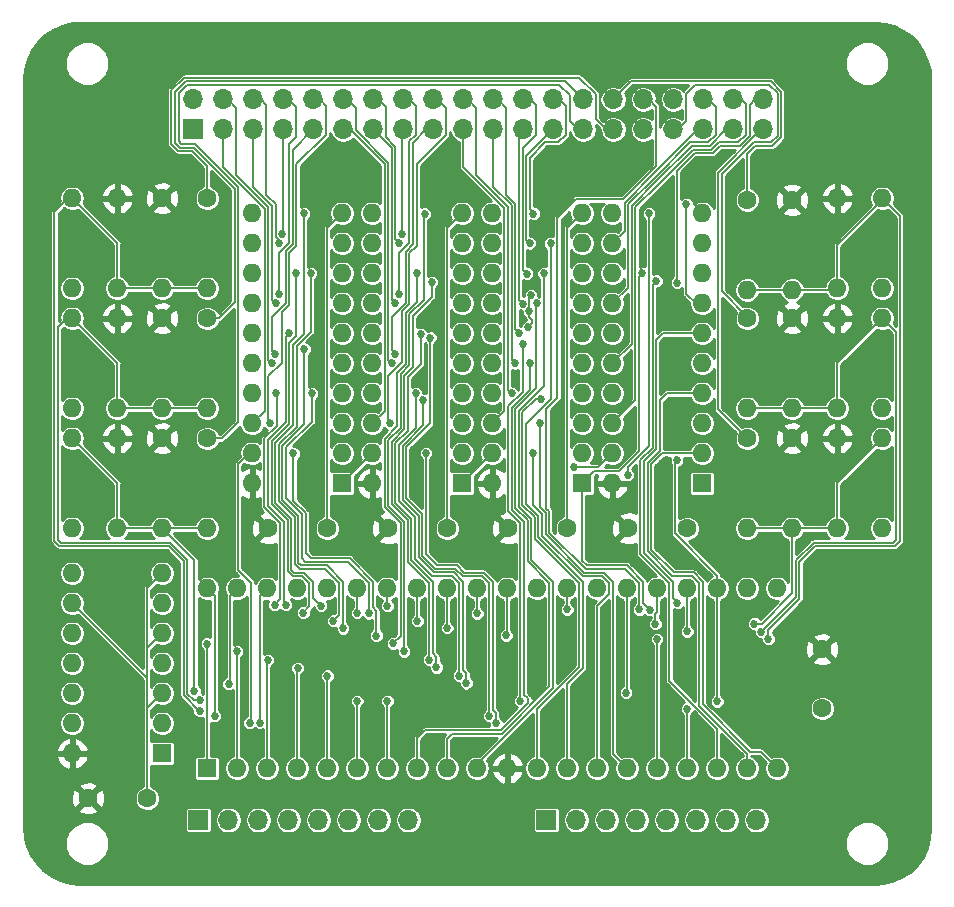
<source format=gbl>
%TF.GenerationSoftware,KiCad,Pcbnew,(5.0.0)*%
%TF.CreationDate,2018-10-23T17:25:26+02:00*%
%TF.ProjectId,S80 Processor,5338302050726F636573736F722E6B69,1.0*%
%TF.SameCoordinates,Original*%
%TF.FileFunction,Copper,L2,Bot,Signal*%
%TF.FilePolarity,Positive*%
%FSLAX46Y46*%
G04 Gerber Fmt 4.6, Leading zero omitted, Abs format (unit mm)*
G04 Created by KiCad (PCBNEW (5.0.0)) date 10/23/18 17:25:26*
%MOMM*%
%LPD*%
G01*
G04 APERTURE LIST*
%ADD10R,1.600000X1.600000*%
%ADD11O,1.600000X1.600000*%
%ADD12O,1.700000X1.700000*%
%ADD13R,1.700000X1.700000*%
%ADD14C,1.600000*%
%ADD15C,0.685800*%
%ADD16C,0.152400*%
%ADD17C,0.254000*%
G04 APERTURE END LIST*
D10*
X107950000Y-68580000D03*
D11*
X100330000Y-45720000D03*
X107950000Y-66040000D03*
X100330000Y-48260000D03*
X107950000Y-63500000D03*
X100330000Y-50800000D03*
X107950000Y-60960000D03*
X100330000Y-53340000D03*
X107950000Y-58420000D03*
X100330000Y-55880000D03*
X107950000Y-55880000D03*
X100330000Y-58420000D03*
X107950000Y-53340000D03*
X100330000Y-60960000D03*
X107950000Y-50800000D03*
X100330000Y-63500000D03*
X107950000Y-48260000D03*
X100330000Y-66040000D03*
X107950000Y-45720000D03*
X100330000Y-68580000D03*
D12*
X133426200Y-36073080D03*
X133426200Y-38613080D03*
X130886200Y-36073080D03*
X130886200Y-38613080D03*
X128346200Y-36073080D03*
X128346200Y-38613080D03*
X125806200Y-36073080D03*
X125806200Y-38613080D03*
X123266200Y-36073080D03*
X123266200Y-38613080D03*
X120726200Y-36073080D03*
X120726200Y-38613080D03*
X118186200Y-36073080D03*
X118186200Y-38613080D03*
X115646200Y-36073080D03*
X115646200Y-38613080D03*
X113106200Y-36073080D03*
X113106200Y-38613080D03*
X110566200Y-36073080D03*
X110566200Y-38613080D03*
X108026200Y-36073080D03*
X108026200Y-38613080D03*
X105486200Y-36073080D03*
X105486200Y-38613080D03*
X102946200Y-36073080D03*
X102946200Y-38613080D03*
X100406200Y-36073080D03*
X100406200Y-38613080D03*
X97866200Y-36073080D03*
X97866200Y-38613080D03*
X95326200Y-36073080D03*
X95326200Y-38613080D03*
X92786200Y-36073080D03*
X92786200Y-38613080D03*
X90246200Y-36073080D03*
X90246200Y-38613080D03*
X87706200Y-36073080D03*
X87706200Y-38613080D03*
X85166200Y-36073080D03*
D13*
X85166200Y-38613080D03*
D11*
X90170000Y-68580000D03*
X97790000Y-45720000D03*
X90170000Y-66040000D03*
X97790000Y-48260000D03*
X90170000Y-63500000D03*
X97790000Y-50800000D03*
X90170000Y-60960000D03*
X97790000Y-53340000D03*
X90170000Y-58420000D03*
X97790000Y-55880000D03*
X90170000Y-55880000D03*
X97790000Y-58420000D03*
X90170000Y-53340000D03*
X97790000Y-60960000D03*
X90170000Y-50800000D03*
X97790000Y-63500000D03*
X90170000Y-48260000D03*
X97790000Y-66040000D03*
X90170000Y-45720000D03*
D10*
X97790000Y-68580000D03*
D14*
X138430000Y-87630000D03*
X138430000Y-82630000D03*
X76280000Y-95250000D03*
X81280000Y-95250000D03*
X96520000Y-72390000D03*
X91520000Y-72390000D03*
X101680000Y-72390000D03*
X106680000Y-72390000D03*
X116840000Y-72390000D03*
X111840000Y-72390000D03*
X127000000Y-72390000D03*
X122000000Y-72390000D03*
D12*
X103378000Y-97078800D03*
X100838000Y-97078800D03*
X98298000Y-97078800D03*
X95758000Y-97078800D03*
X93218000Y-97078800D03*
X90678000Y-97078800D03*
X88138000Y-97078800D03*
D13*
X85598000Y-97078800D03*
X115062000Y-97078800D03*
D12*
X117602000Y-97078800D03*
X120142000Y-97078800D03*
X122682000Y-97078800D03*
X125222000Y-97078800D03*
X127762000Y-97078800D03*
X130302000Y-97078800D03*
X132842000Y-97078800D03*
D14*
X82550000Y-64770000D03*
D11*
X82550000Y-72390000D03*
D10*
X118110000Y-68580000D03*
D11*
X110490000Y-45720000D03*
X118110000Y-66040000D03*
X110490000Y-48260000D03*
X118110000Y-63500000D03*
X110490000Y-50800000D03*
X118110000Y-60960000D03*
X110490000Y-53340000D03*
X118110000Y-58420000D03*
X110490000Y-55880000D03*
X118110000Y-55880000D03*
X110490000Y-58420000D03*
X118110000Y-53340000D03*
X110490000Y-60960000D03*
X118110000Y-50800000D03*
X110490000Y-63500000D03*
X118110000Y-48260000D03*
X110490000Y-66040000D03*
X118110000Y-45720000D03*
X110490000Y-68580000D03*
X120650000Y-68580000D03*
X128270000Y-45720000D03*
X120650000Y-66040000D03*
X128270000Y-48260000D03*
X120650000Y-63500000D03*
X128270000Y-50800000D03*
X120650000Y-60960000D03*
X128270000Y-53340000D03*
X120650000Y-58420000D03*
X128270000Y-55880000D03*
X120650000Y-55880000D03*
X128270000Y-58420000D03*
X120650000Y-53340000D03*
X128270000Y-60960000D03*
X120650000Y-50800000D03*
X128270000Y-63500000D03*
X120650000Y-48260000D03*
X128270000Y-66040000D03*
X120650000Y-45720000D03*
D10*
X128270000Y-68580000D03*
X86360000Y-92710000D03*
D11*
X134620000Y-77470000D03*
X88900000Y-92710000D03*
X132080000Y-77470000D03*
X91440000Y-92710000D03*
X129540000Y-77470000D03*
X93980000Y-92710000D03*
X127000000Y-77470000D03*
X96520000Y-92710000D03*
X124460000Y-77470000D03*
X99060000Y-92710000D03*
X121920000Y-77470000D03*
X101600000Y-92710000D03*
X119380000Y-77470000D03*
X104140000Y-92710000D03*
X116840000Y-77470000D03*
X106680000Y-92710000D03*
X114300000Y-77470000D03*
X109220000Y-92710000D03*
X111760000Y-77470000D03*
X111760000Y-92710000D03*
X109220000Y-77470000D03*
X114300000Y-92710000D03*
X106680000Y-77470000D03*
X116840000Y-92710000D03*
X104140000Y-77470000D03*
X119380000Y-92710000D03*
X101600000Y-77470000D03*
X121920000Y-92710000D03*
X99060000Y-77470000D03*
X124460000Y-92710000D03*
X96520000Y-77470000D03*
X127000000Y-92710000D03*
X93980000Y-77470000D03*
X129540000Y-92710000D03*
X91440000Y-77470000D03*
X132080000Y-92710000D03*
X88900000Y-77470000D03*
X134620000Y-92710000D03*
X86360000Y-77470000D03*
X135890000Y-72390000D03*
D14*
X135890000Y-64770000D03*
X135890000Y-54610000D03*
D11*
X135890000Y-62230000D03*
X135890000Y-52197000D03*
D14*
X135890000Y-44577000D03*
X82550000Y-44450000D03*
D11*
X82550000Y-52070000D03*
X82550000Y-62230000D03*
D14*
X82550000Y-54610000D03*
D11*
X74930000Y-91440000D03*
X82550000Y-76200000D03*
X74930000Y-88900000D03*
X82550000Y-78740000D03*
X74930000Y-86360000D03*
X82550000Y-81280000D03*
X74930000Y-83820000D03*
X82550000Y-83820000D03*
X74930000Y-81280000D03*
X82550000Y-86360000D03*
X74930000Y-78740000D03*
X82550000Y-88900000D03*
X74930000Y-76200000D03*
D10*
X82550000Y-91440000D03*
D14*
X132080000Y-64770000D03*
D11*
X132080000Y-72390000D03*
X132080000Y-62230000D03*
D14*
X132080000Y-54610000D03*
X132080000Y-44577000D03*
D11*
X132080000Y-52197000D03*
X86360000Y-52070000D03*
D14*
X86360000Y-44450000D03*
X86360000Y-54610000D03*
D11*
X86360000Y-62230000D03*
X86360000Y-72390000D03*
D14*
X86360000Y-64770000D03*
D11*
X139700000Y-72390000D03*
X139700000Y-64770000D03*
X143510000Y-72390000D03*
X143510000Y-64770000D03*
X139700000Y-54610000D03*
X139700000Y-62230000D03*
X143510000Y-62230000D03*
X143510000Y-54610000D03*
X139700000Y-52070000D03*
X139700000Y-44450000D03*
X143510000Y-44450000D03*
X143510000Y-52070000D03*
X78740000Y-44450000D03*
X78740000Y-52070000D03*
X74930000Y-44450000D03*
X74930000Y-52070000D03*
X78740000Y-62230000D03*
X78740000Y-54610000D03*
X74930000Y-62230000D03*
X74930000Y-54610000D03*
X78740000Y-64770000D03*
X78740000Y-72390000D03*
X74930000Y-64770000D03*
X74930000Y-72390000D03*
D15*
X121838720Y-37348160D03*
X124665740Y-70485000D03*
X122123200Y-70485000D03*
X125252480Y-66611500D03*
X125247400Y-64223900D03*
X121363740Y-49532540D03*
X124330460Y-49563020D03*
X117513100Y-62230000D03*
X116070380Y-62230000D03*
X86365080Y-78994000D03*
X87647780Y-78986380D03*
X86385400Y-68580000D03*
X109105700Y-82407760D03*
X111686340Y-82420460D03*
X116756180Y-82407760D03*
X114381280Y-82420460D03*
X111686340Y-82415380D03*
X114376200Y-82415380D03*
X117419120Y-54622700D03*
X113052860Y-54622700D03*
X110924340Y-59695080D03*
X107350560Y-59667140D03*
X121846340Y-59507120D03*
X124970540Y-59507120D03*
X122311160Y-64226440D03*
X141571980Y-74531220D03*
X141564360Y-73004680D03*
X138061700Y-72997060D03*
X138061700Y-74488040D03*
X113052860Y-54622700D03*
X112455960Y-59692540D03*
X110919260Y-54607460D03*
X104305100Y-59672220D03*
X124904500Y-79875380D03*
X126212600Y-79870300D03*
X80992980Y-74612500D03*
X80985360Y-72994520D03*
X76888340Y-72821800D03*
X76880720Y-74889360D03*
X82362040Y-36073080D03*
X119606060Y-34805620D03*
X130718560Y-43715940D03*
X128917700Y-43700700D03*
X113766600Y-52631340D03*
X113642140Y-54018180D03*
X113553240Y-55346600D03*
X91800000Y-58420000D03*
X92150000Y-53340000D03*
X92430000Y-48260000D03*
X92727780Y-47454820D03*
X92420440Y-52527200D03*
X92108020Y-57624980D03*
X91658440Y-63492380D03*
X101978460Y-58412380D03*
X102283260Y-53340000D03*
X102621080Y-48254920D03*
X102885240Y-47437040D03*
X102582980Y-52532280D03*
X102288340Y-57589420D03*
X101836220Y-63500000D03*
X112125760Y-60957460D03*
X112448340Y-58422540D03*
X112793780Y-55880000D03*
X113063020Y-53355240D03*
X113398300Y-50815240D03*
X113675160Y-48247300D03*
X113972340Y-45735240D03*
X116840000Y-79250540D03*
X122951240Y-79253080D03*
X126926338Y-44923494D03*
X129540000Y-87045800D03*
X126133860Y-66634360D03*
X126133860Y-51584860D03*
X86347300Y-82143600D03*
X102074980Y-82135980D03*
X104112060Y-50764440D03*
X88874600Y-82804000D03*
X103017320Y-82811620D03*
X104759760Y-45750480D03*
X91465400Y-83553300D03*
X105176320Y-83505040D03*
X105382060Y-51528980D03*
X94018100Y-84213700D03*
X105757980Y-84152740D03*
X104449880Y-55920640D03*
X96537780Y-84866480D03*
X104013000Y-60952380D03*
X107713780Y-84851240D03*
X101612700Y-87000080D03*
X112872520Y-86984840D03*
X113063020Y-56753760D03*
X113654840Y-58420000D03*
X114264440Y-53342540D03*
X114853720Y-50800000D03*
X111668560Y-81452720D03*
X100672900Y-81465420D03*
X93647260Y-66040000D03*
X95204280Y-60960000D03*
X109217460Y-79595980D03*
X100081080Y-79595980D03*
X114581940Y-61455300D03*
X106672380Y-80802480D03*
X97845880Y-80853280D03*
X94589600Y-57208420D03*
X115427760Y-48257460D03*
X104150160Y-80218280D03*
X97022920Y-80215740D03*
X95128080Y-50794920D03*
X113941860Y-66040000D03*
X101607620Y-78950820D03*
X95968820Y-78922880D03*
X94510860Y-45717460D03*
X114493040Y-63500000D03*
X93898720Y-50794920D03*
X99042220Y-79557880D03*
X94493080Y-79524860D03*
X93024960Y-78874620D03*
X93304360Y-55877460D03*
X92062300Y-78851760D03*
X92166440Y-60960000D03*
X110825280Y-88894920D03*
X104884220Y-66027300D03*
X90832940Y-88846660D03*
X108292900Y-85504020D03*
X104653080Y-61544200D03*
X88168480Y-85577680D03*
X86992460Y-88267540D03*
X105237280Y-56233060D03*
X110251240Y-88267540D03*
X124297440Y-80464660D03*
X132689600Y-80462120D03*
X133283960Y-81122520D03*
X127000000Y-81117440D03*
X124434600Y-81775300D03*
X133870700Y-81760060D03*
X126994920Y-87657940D03*
X85719920Y-87863680D03*
X99060000Y-87007700D03*
X85758020Y-86956900D03*
X121805700Y-86296500D03*
X85267800Y-86194900D03*
X123809760Y-79298800D03*
X123182380Y-50800000D03*
X126161800Y-78684120D03*
X121955560Y-67878960D03*
X123758960Y-45720000D03*
X124388880Y-51429920D03*
X117411500Y-67226180D03*
X89946480Y-88866980D03*
D16*
X119639080Y-36522660D02*
X119639080Y-34970720D01*
X120464580Y-37348160D02*
X119639080Y-36522660D01*
X121838720Y-37348160D02*
X120464580Y-37348160D01*
X125252480Y-66611500D02*
X124767547Y-66611500D01*
X124767547Y-66611500D02*
X124665740Y-66713307D01*
X124665740Y-66713307D02*
X124665740Y-70000067D01*
X124665740Y-70000067D02*
X124665740Y-70485000D01*
X96520000Y-72390000D02*
X96520000Y-46990000D01*
X96520000Y-46990000D02*
X97790000Y-45720000D01*
X116840000Y-72390000D02*
X116840000Y-46990000D01*
X116840000Y-46990000D02*
X118110000Y-45720000D01*
X81280000Y-95250000D02*
X81280000Y-87630000D01*
X81280000Y-87630000D02*
X81280000Y-85090000D01*
X81280000Y-85090000D02*
X81280000Y-82550000D01*
X81280000Y-82550000D02*
X81280000Y-77470000D01*
X81280000Y-77470000D02*
X82550000Y-76200000D01*
X106680000Y-72390000D02*
X106680000Y-46990000D01*
X106680000Y-46990000D02*
X107950000Y-45720000D01*
X113637060Y-52760880D02*
X113766600Y-52631340D01*
X113896139Y-55003701D02*
X113553240Y-55346600D01*
X113896139Y-54757112D02*
X113896139Y-55003701D01*
X113642140Y-54503113D02*
X113896139Y-54757112D01*
X113642140Y-54018180D02*
X113642140Y-54503113D01*
X113642140Y-52755800D02*
X113766600Y-52631340D01*
X113642140Y-54018180D02*
X113642140Y-52755800D01*
X82550000Y-81280000D02*
X81280000Y-82550000D01*
X82550000Y-86360000D02*
X81280000Y-87630000D01*
X74930000Y-78740000D02*
X81280000Y-85090000D01*
X91220000Y-62450000D02*
X90170000Y-63500000D01*
X91220000Y-45316140D02*
X91220000Y-45310000D01*
X87706200Y-41796200D02*
X91220000Y-45310000D01*
X87706200Y-41796200D02*
X87706200Y-38613080D01*
X91220000Y-45316140D02*
X91220000Y-62450000D01*
X91220000Y-45316140D02*
X91220000Y-45312040D01*
X91524802Y-58144802D02*
X91800000Y-58420000D01*
X91524802Y-45183746D02*
X91524802Y-45312040D01*
X91524802Y-45312040D02*
X91524802Y-58144802D01*
X87706200Y-36073080D02*
X88079580Y-36073080D01*
X88790780Y-42449724D02*
X91524802Y-45183746D01*
X88790780Y-36784280D02*
X88790780Y-42449724D01*
X88079580Y-36073080D02*
X88790780Y-36784280D01*
X91524802Y-45183746D02*
X91524802Y-45312040D01*
X91829604Y-53019604D02*
X92150000Y-53340000D01*
X91829604Y-45057492D02*
X91829604Y-45183746D01*
X91829604Y-45183746D02*
X91829604Y-53019604D01*
X90246200Y-38613080D02*
X90246200Y-43474088D01*
X90246200Y-43474088D02*
X91829604Y-45057492D01*
X91829604Y-45057492D02*
X91829604Y-45183746D01*
X92151200Y-47688500D02*
X92151200Y-44948032D01*
X92151200Y-44948032D02*
X91330780Y-44127612D01*
X92430000Y-47967300D02*
X92151200Y-47688500D01*
X92430000Y-48260000D02*
X92430000Y-47967300D01*
X90876120Y-36073080D02*
X90246200Y-36073080D01*
X90876120Y-36073080D02*
X91330780Y-36527740D01*
X91330780Y-36527740D02*
X91330780Y-44127612D01*
X92786200Y-47396400D02*
X92786200Y-38613080D01*
X92420440Y-49085500D02*
X93301820Y-48204120D01*
X93301820Y-39850060D02*
X93301820Y-41714420D01*
X93868240Y-39283640D02*
X93301820Y-39850060D01*
X93868240Y-36753800D02*
X93868240Y-39283640D01*
X93187520Y-36073080D02*
X93868240Y-36753800D01*
X92786200Y-36073080D02*
X93187520Y-36073080D01*
X93301820Y-48204120D02*
X93301820Y-41714420D01*
X92420440Y-52527200D02*
X92420440Y-49085500D01*
X93606622Y-48330374D02*
X93606622Y-42385722D01*
X95326200Y-38613080D02*
X93606622Y-40332658D01*
X93606622Y-42385722D02*
X93606622Y-40332658D01*
X92994480Y-53309520D02*
X91829604Y-54474396D01*
X91829604Y-54474396D02*
X91829604Y-57346564D01*
X91829604Y-57346564D02*
X92108020Y-57624980D01*
X92994480Y-53309520D02*
X92994480Y-48942516D01*
X92994480Y-48942516D02*
X93606622Y-48330374D01*
X93911424Y-41556936D02*
X93911424Y-42511976D01*
X96413320Y-39055040D02*
X93911424Y-41556936D01*
X96413320Y-36614100D02*
X96413320Y-39055040D01*
X95872300Y-36073080D02*
X96413320Y-36614100D01*
X95872300Y-36073080D02*
X95326200Y-36073080D01*
X92682060Y-58348880D02*
X92682060Y-54052996D01*
X91524802Y-63358742D02*
X91658440Y-63492380D01*
X91524802Y-59506138D02*
X91524802Y-63358742D01*
X92682060Y-58348880D02*
X91524802Y-59506138D01*
X93911424Y-48456628D02*
X93911424Y-42511976D01*
X93299282Y-49068770D02*
X93911424Y-48456628D01*
X93299282Y-53435774D02*
X93299282Y-49068770D01*
X93299282Y-53435774D02*
X92682060Y-54052996D01*
X93911424Y-46963552D02*
X93911424Y-46964600D01*
X100330000Y-63500000D02*
X101368860Y-62461140D01*
X101368860Y-41543496D02*
X101368860Y-45300900D01*
X98438444Y-38613080D02*
X101368860Y-41543496D01*
X98438444Y-38613080D02*
X97866200Y-38613080D01*
X101368860Y-45300900D02*
X101368860Y-62461140D01*
X101673662Y-58107582D02*
X101978460Y-58412380D01*
X101673662Y-45174646D02*
X101673662Y-45300900D01*
X101673662Y-45300900D02*
X101673662Y-58107582D01*
X97866200Y-36073080D02*
X98204020Y-36073080D01*
X101673662Y-41417242D02*
X101673662Y-45300900D01*
X98948240Y-38691820D02*
X101673662Y-41417242D01*
X98948240Y-36817300D02*
X98948240Y-38691820D01*
X98204020Y-36073080D02*
X98948240Y-36817300D01*
X101978464Y-40185344D02*
X100406200Y-38613080D01*
X101978464Y-45048392D02*
X101978464Y-40185344D01*
X101978464Y-45048392D02*
X101978464Y-53035204D01*
X101978464Y-53035204D02*
X102283260Y-53340000D01*
X102283266Y-40059090D02*
X102283266Y-44922138D01*
X101485700Y-39261524D02*
X102283266Y-40059090D01*
X101485700Y-36715700D02*
X101485700Y-39261524D01*
X100843080Y-36073080D02*
X101485700Y-36715700D01*
X100843080Y-36073080D02*
X100406200Y-36073080D01*
X102283266Y-47917106D02*
X102621080Y-48254920D01*
X102283266Y-44922138D02*
X102283266Y-47917106D01*
X102885240Y-38674040D02*
X102946200Y-38613080D01*
X102885240Y-45093056D02*
X102885240Y-38674040D01*
X102885240Y-45093056D02*
X102885240Y-47437040D01*
X103477060Y-41615360D02*
X103477060Y-48214280D01*
X103477060Y-39611300D02*
X103477060Y-41615360D01*
X104035860Y-39052500D02*
X103477060Y-39611300D01*
X104035860Y-36644580D02*
X104035860Y-39052500D01*
X103464360Y-36073080D02*
X104035860Y-36644580D01*
X102946200Y-36073080D02*
X103464360Y-36073080D01*
X102582980Y-49108360D02*
X102582980Y-52532280D01*
X103477060Y-48214280D02*
X102582980Y-49108360D01*
X103781862Y-39737554D02*
X103781862Y-42255440D01*
X104906336Y-38613080D02*
X103781862Y-39737554D01*
X104906336Y-38613080D02*
X105486200Y-38613080D01*
X103781862Y-42255440D02*
X103781862Y-48340534D01*
X103781862Y-48340534D02*
X103172260Y-48950136D01*
X103172260Y-48950136D02*
X103172260Y-53273960D01*
X103172260Y-53273960D02*
X101978464Y-54467756D01*
X101978464Y-54467756D02*
X101978464Y-57279544D01*
X101978464Y-57279544D02*
X102288340Y-57589420D01*
X104086664Y-41539156D02*
X104086664Y-42381694D01*
X106568240Y-39057580D02*
X104086664Y-41539156D01*
X106568240Y-36830000D02*
X106568240Y-39057580D01*
X105811320Y-36073080D02*
X106568240Y-36830000D01*
X105811320Y-36073080D02*
X105486200Y-36073080D01*
X104086664Y-42381694D02*
X104086664Y-48466788D01*
X104086664Y-48466788D02*
X103477062Y-49076390D01*
X103477062Y-49076390D02*
X103477062Y-53400214D01*
X103477062Y-53400214D02*
X102864920Y-54012356D01*
X102864920Y-54012356D02*
X102864920Y-58338720D01*
X102864920Y-58338720D02*
X101673662Y-59529978D01*
X101673662Y-59529978D02*
X101673662Y-63337442D01*
X101673662Y-63337442D02*
X101836220Y-63500000D01*
X110490000Y-63500000D02*
X111526320Y-62463680D01*
X108026200Y-41790620D02*
X111526320Y-45290740D01*
X108026200Y-41790620D02*
X108026200Y-38613080D01*
X111526320Y-45290740D02*
X111526320Y-62463680D01*
X111831122Y-60662822D02*
X112125760Y-60957460D01*
X111831122Y-45164486D02*
X111831122Y-45290740D01*
X111831122Y-45290740D02*
X111831122Y-60662822D01*
X108026200Y-36073080D02*
X108419900Y-36073080D01*
X109115860Y-42449224D02*
X111831122Y-45164486D01*
X109115860Y-36769040D02*
X109115860Y-42449224D01*
X108419900Y-36073080D02*
X109115860Y-36769040D01*
X111831122Y-45164486D02*
X111831122Y-45290740D01*
X112141000Y-58115200D02*
X112448340Y-58422540D01*
X112141000Y-45043308D02*
X112141000Y-45164486D01*
X112141000Y-45164486D02*
X112141000Y-58115200D01*
X110566200Y-38613080D02*
X110566200Y-43468508D01*
X112135924Y-45164486D02*
X112141000Y-45164486D01*
X112135924Y-45038232D02*
X112135924Y-45164486D01*
X110566200Y-43468508D02*
X112135924Y-45038232D01*
X112445802Y-55532022D02*
X112793780Y-55880000D01*
X112445802Y-44917054D02*
X112445802Y-55532022D01*
X111658400Y-44129652D02*
X112445802Y-44917054D01*
X111658400Y-36779200D02*
X111658400Y-44129652D01*
X110952280Y-36073080D02*
X111658400Y-36779200D01*
X110952280Y-36073080D02*
X110566200Y-36073080D01*
X112750604Y-38968676D02*
X113106200Y-38613080D01*
X112750604Y-44790800D02*
X112750604Y-38968676D01*
X112750604Y-44790800D02*
X112750604Y-53042824D01*
X112750604Y-53042824D02*
X113063020Y-53355240D01*
X113055406Y-41285154D02*
X113055406Y-41290240D01*
X113055406Y-41290240D02*
X113055406Y-50472346D01*
X113055406Y-50472346D02*
X113398300Y-50815240D01*
X113055406Y-41290240D02*
X113055406Y-40198034D01*
X114190780Y-36563300D02*
X114190780Y-39062660D01*
X113700560Y-36073080D02*
X114190780Y-36563300D01*
X113700560Y-36073080D02*
X113106200Y-36073080D01*
X113055406Y-40198034D02*
X114190780Y-39062660D01*
X115646200Y-38613080D02*
X113360208Y-40899072D01*
X113360208Y-42372272D02*
X113360208Y-40899072D01*
X113360208Y-42372272D02*
X113360208Y-47932348D01*
X113360208Y-47932348D02*
X113675160Y-48247300D01*
X115646200Y-36073080D02*
X116182140Y-36073080D01*
X116728240Y-36619180D02*
X116182140Y-36073080D01*
X116728240Y-39060120D02*
X116728240Y-36619180D01*
X116090700Y-39697660D02*
X116728240Y-39060120D01*
X114992676Y-39697660D02*
X116090700Y-39697660D01*
X113665010Y-41025326D02*
X114992676Y-39697660D01*
X113665010Y-45379640D02*
X113665010Y-41025326D01*
X113972340Y-45686970D02*
X113665010Y-45379640D01*
X113972340Y-45686970D02*
X113972340Y-45735240D01*
X86360000Y-64770000D02*
X87619840Y-64770000D01*
X117782342Y-38613080D02*
X118186200Y-38613080D01*
X117033042Y-37863780D02*
X117782342Y-38613080D01*
X117033042Y-35720022D02*
X117033042Y-37863780D01*
X116149120Y-34836100D02*
X117033042Y-35720022D01*
X84655660Y-34836100D02*
X116149120Y-34836100D01*
X83934300Y-35557460D02*
X84655660Y-34836100D01*
X83934300Y-39624000D02*
X83934300Y-35557460D01*
X84157820Y-39847520D02*
X83934300Y-39624000D01*
X85326464Y-39847520D02*
X84157820Y-39847520D01*
X88983820Y-43504876D02*
X85326464Y-39847520D01*
X88983820Y-63406020D02*
X88983820Y-43504876D01*
X87619840Y-64770000D02*
X88983820Y-63406020D01*
X86360000Y-54610000D02*
X87330280Y-54610000D01*
X116644418Y-34531298D02*
X118186200Y-36073080D01*
X84529406Y-34531298D02*
X116644418Y-34531298D01*
X83629498Y-35431206D02*
X84529406Y-34531298D01*
X83629498Y-39750254D02*
X83629498Y-35431206D01*
X84031566Y-40152322D02*
X83629498Y-39750254D01*
X85200210Y-40152322D02*
X84031566Y-40152322D01*
X88679018Y-43631130D02*
X85200210Y-40152322D01*
X88679018Y-53261262D02*
X88679018Y-43631130D01*
X87330280Y-54610000D02*
X88679018Y-53261262D01*
X86360000Y-44450000D02*
X86360000Y-41743168D01*
X120116600Y-38613080D02*
X120726200Y-38613080D01*
X119265700Y-37762180D02*
X120116600Y-38613080D01*
X119265700Y-35618420D02*
X119265700Y-37762180D01*
X117873776Y-34226496D02*
X119265700Y-35618420D01*
X84403152Y-34226496D02*
X117873776Y-34226496D01*
X83324696Y-35304952D02*
X84403152Y-34226496D01*
X83324696Y-39876508D02*
X83324696Y-35304952D01*
X83905312Y-40457124D02*
X83324696Y-39876508D01*
X85073956Y-40457124D02*
X83905312Y-40457124D01*
X86360000Y-41743168D02*
X85073956Y-40457124D01*
X132080000Y-44577000D02*
X132080000Y-40675124D01*
X122262902Y-34536378D02*
X120726200Y-36073080D01*
X134052834Y-34536378D02*
X122262902Y-34536378D01*
X134952742Y-35436286D02*
X134052834Y-34536378D01*
X134952742Y-39262574D02*
X134952742Y-35436286D01*
X134212854Y-40002462D02*
X134952742Y-39262574D01*
X132752662Y-40002462D02*
X134212854Y-40002462D01*
X132080000Y-40675124D02*
X132752662Y-40002462D01*
X115069620Y-62244496D02*
X116004340Y-61309776D01*
X124348240Y-41730404D02*
X121549904Y-44528740D01*
X124348240Y-36692840D02*
X124348240Y-41730404D01*
X123728480Y-36073080D02*
X124348240Y-36692840D01*
X123266200Y-36073080D02*
X123728480Y-36073080D01*
X116840000Y-79250540D02*
X116840000Y-77470000D01*
X122951240Y-77035660D02*
X122951240Y-79253080D01*
X121739656Y-75824076D02*
X122951240Y-77035660D01*
X118388960Y-75824076D02*
X121739656Y-75824076D01*
X115310936Y-72746052D02*
X118388960Y-75824076D01*
X116004340Y-46144180D02*
X116004340Y-61309776D01*
X117614700Y-44533820D02*
X116004340Y-46144180D01*
X117614700Y-44528740D02*
X117614700Y-44533820D01*
X121549904Y-44528740D02*
X117614700Y-44528740D01*
X115310936Y-72746052D02*
X115310936Y-70950708D01*
X115310936Y-70950708D02*
X115069620Y-70709392D01*
X115069620Y-70709392D02*
X115069620Y-62244496D01*
X132080000Y-54483000D02*
X129918464Y-52321464D01*
X129921000Y-52324000D02*
X129918464Y-52321464D01*
X129921000Y-52324000D02*
X129921000Y-43653056D01*
X129921000Y-43653056D02*
X129918464Y-43655592D01*
X129921000Y-43653056D02*
X129921000Y-42403068D01*
X126888240Y-37899340D02*
X126174500Y-38613080D01*
X126888240Y-35605720D02*
X126888240Y-37899340D01*
X127652780Y-34841180D02*
X126888240Y-35605720D01*
X133926580Y-34841180D02*
X127652780Y-34841180D01*
X134647940Y-35562540D02*
X133926580Y-34841180D01*
X134647940Y-39136320D02*
X134647940Y-35562540D01*
X134086600Y-39697660D02*
X134647940Y-39136320D01*
X132626408Y-39697660D02*
X134086600Y-39697660D01*
X129921000Y-42403068D02*
X132626408Y-39697660D01*
X126926338Y-52524658D02*
X126926338Y-45164486D01*
X126926338Y-45164486D02*
X126926338Y-44923494D01*
X127741680Y-53340000D02*
X128270000Y-53340000D01*
X127741680Y-53340000D02*
X126926338Y-52524658D01*
X120650000Y-48260000D02*
X121688860Y-47221140D01*
X127896620Y-38613080D02*
X124112020Y-42397680D01*
X127896620Y-38613080D02*
X128346200Y-38613080D01*
X121688860Y-44820840D02*
X121688860Y-47221140D01*
X124112020Y-42397680D02*
X121688860Y-44820840D01*
X120650000Y-53340000D02*
X121993662Y-51996338D01*
X127238016Y-39702740D02*
X124238274Y-42702482D01*
X128788160Y-39702740D02*
X127238016Y-39702740D01*
X129428240Y-39062660D02*
X128788160Y-39702740D01*
X129428240Y-36705540D02*
X129428240Y-39062660D01*
X128795780Y-36073080D02*
X129428240Y-36705540D01*
X128795780Y-36073080D02*
X128346200Y-36073080D01*
X124238274Y-42702482D02*
X121993662Y-44947094D01*
X121993662Y-44947094D02*
X121993662Y-51996338D01*
X122298464Y-45073348D02*
X122298464Y-56771536D01*
X127364270Y-40007542D02*
X124364528Y-43007284D01*
X128914414Y-40007542D02*
X127364270Y-40007542D01*
X130308876Y-38613080D02*
X128914414Y-40007542D01*
X130886200Y-38613080D02*
X130308876Y-38613080D01*
X122298464Y-56771536D02*
X120650000Y-58420000D01*
X124364528Y-43007284D02*
X122298464Y-45073348D01*
X120650000Y-63500000D02*
X122603266Y-61546734D01*
X127490524Y-40312344D02*
X124490782Y-43312086D01*
X129040668Y-40312344D02*
X127490524Y-40312344D01*
X129652812Y-39700200D02*
X129040668Y-40312344D01*
X131330700Y-39700200D02*
X129652812Y-39700200D01*
X131970780Y-39060120D02*
X131330700Y-39700200D01*
X131970780Y-36489640D02*
X131970780Y-39060120D01*
X131554220Y-36073080D02*
X131970780Y-36489640D01*
X131554220Y-36073080D02*
X130886200Y-36073080D01*
X124490782Y-43312086D02*
X122603266Y-45199602D01*
X122603266Y-45199602D02*
X122603266Y-61546734D01*
X132080000Y-64770000D02*
X129613662Y-62303662D01*
X129613662Y-42279350D02*
X133279932Y-38613080D01*
X129613662Y-43529338D02*
X129613662Y-42279350D01*
X129613662Y-43529338D02*
X129613662Y-62303662D01*
X129540000Y-87045800D02*
X129540000Y-77470000D01*
X129540000Y-77470000D02*
X129540000Y-76393040D01*
X125966220Y-66802000D02*
X126133860Y-66634360D01*
X125966220Y-72819260D02*
X125966220Y-66802000D01*
X129540000Y-76393040D02*
X125966220Y-72819260D01*
X132760720Y-36073080D02*
X133426200Y-36073080D01*
X132275582Y-36558218D02*
X132760720Y-36073080D01*
X132275582Y-39186374D02*
X132275582Y-36558218D01*
X131456954Y-40005002D02*
X132275582Y-39186374D01*
X129779066Y-40005002D02*
X131456954Y-40005002D01*
X129166922Y-40617146D02*
X129779066Y-40005002D01*
X127616778Y-40617146D02*
X129166922Y-40617146D01*
X126136400Y-42097524D02*
X127616778Y-40617146D01*
X126136400Y-51582320D02*
X126136400Y-42097524D01*
X126133860Y-51584860D02*
X126136400Y-51582320D01*
X86360000Y-82156300D02*
X86360000Y-92710000D01*
X102722680Y-81488280D02*
X102074980Y-82135980D01*
X102722680Y-71945500D02*
X102722680Y-81488280D01*
X101376480Y-70599300D02*
X102722680Y-71945500D01*
X101376480Y-64785240D02*
X101376480Y-70599300D01*
X102417880Y-63743840D02*
X101376480Y-64785240D01*
X102417880Y-59216816D02*
X102417880Y-63743840D01*
X103169722Y-58464974D02*
X102417880Y-59216816D01*
X103169722Y-54138610D02*
X103169722Y-58464974D01*
X104086660Y-53221672D02*
X103169722Y-54138610D01*
X104086660Y-50789840D02*
X104086660Y-53221672D01*
X104112060Y-50764440D02*
X104086660Y-50789840D01*
X88900000Y-82829400D02*
X88900000Y-92710000D01*
X103027482Y-71819246D02*
X103027482Y-82801458D01*
X101681282Y-70473046D02*
X103027482Y-71819246D01*
X101681282Y-64911494D02*
X101681282Y-70473046D01*
X102737920Y-63854856D02*
X101681282Y-64911494D01*
X102737920Y-59327832D02*
X102737920Y-63854856D01*
X103474524Y-58591228D02*
X102737920Y-59327832D01*
X103474524Y-54264864D02*
X103474524Y-58591228D01*
X104714040Y-53025348D02*
X103474524Y-54264864D01*
X104714040Y-45796200D02*
X104714040Y-53025348D01*
X104759760Y-45750480D02*
X104714040Y-45796200D01*
X91440000Y-83578700D02*
X91440000Y-92710000D01*
X105171240Y-77040740D02*
X105171240Y-83499960D01*
X103332284Y-75201784D02*
X105171240Y-77040740D01*
X103332284Y-75178924D02*
X103332284Y-75201784D01*
X103332284Y-71692992D02*
X103332284Y-75178924D01*
X101986084Y-70346792D02*
X103332284Y-71692992D01*
X101986084Y-65037748D02*
X101986084Y-70346792D01*
X103042722Y-63981110D02*
X101986084Y-65037748D01*
X103042722Y-59454086D02*
X103042722Y-63981110D01*
X103779326Y-58717482D02*
X103042722Y-59454086D01*
X103779326Y-54391118D02*
X103779326Y-58717482D01*
X105356660Y-52813784D02*
X103779326Y-54391118D01*
X105356660Y-51554380D02*
X105356660Y-52813784D01*
X105382060Y-51528980D02*
X105356660Y-51554380D01*
X93980000Y-84251800D02*
X93980000Y-92710000D01*
X94018100Y-84213700D02*
X93980000Y-84251800D01*
X105757980Y-83251040D02*
X105757980Y-84152740D01*
X105481120Y-82974180D02*
X105757980Y-83251040D01*
X105481120Y-76919564D02*
X105481120Y-82974180D01*
X103637086Y-75075530D02*
X105481120Y-76919564D01*
X103637086Y-71566738D02*
X103637086Y-75075530D01*
X102290886Y-70220538D02*
X103637086Y-71566738D01*
X102290886Y-65164002D02*
X102290886Y-70220538D01*
X103347524Y-64107364D02*
X102290886Y-65164002D01*
X103347524Y-59580340D02*
X103347524Y-64107364D01*
X104475280Y-58452584D02*
X103347524Y-59580340D01*
X104475280Y-55946040D02*
X104475280Y-58452584D01*
X96520000Y-84884260D02*
X96520000Y-92710000D01*
X96537780Y-84866480D02*
X96520000Y-84884260D01*
X107716320Y-84848700D02*
X107713780Y-84851240D01*
X107716320Y-77038200D02*
X107716320Y-84848700D01*
X107106720Y-76428600D02*
X107716320Y-77038200D01*
X105421212Y-76428600D02*
X107106720Y-76428600D01*
X103941888Y-74949276D02*
X105421212Y-76428600D01*
X103941888Y-71440484D02*
X103941888Y-74949276D01*
X102595688Y-70094284D02*
X103941888Y-71440484D01*
X102595688Y-65290256D02*
X102595688Y-70094284D01*
X104030780Y-63855164D02*
X102595688Y-65290256D01*
X104030780Y-60970160D02*
X104030780Y-63855164D01*
X101600000Y-87012780D02*
X101600000Y-92710000D01*
X101612700Y-87000080D02*
X101600000Y-87012780D01*
X112872520Y-71960740D02*
X112872520Y-86984840D01*
X111831122Y-70919342D02*
X112872520Y-71960740D01*
X111831122Y-62064898D02*
X111831122Y-70919342D01*
X113052860Y-60843160D02*
X111831122Y-62064898D01*
X113052860Y-56763920D02*
X113052860Y-60843160D01*
X104140000Y-90170000D02*
X104140000Y-92710000D01*
X104828340Y-89481660D02*
X104140000Y-90170000D01*
X111191040Y-89481660D02*
X104828340Y-89481660D01*
X113489740Y-87182960D02*
X111191040Y-89481660D01*
X113489740Y-86774020D02*
X113489740Y-87182960D01*
X113654840Y-58420000D02*
X113654840Y-60672236D01*
X113654840Y-60672236D02*
X112135924Y-62191152D01*
X112135924Y-62191152D02*
X112135924Y-70793088D01*
X112135924Y-70793088D02*
X113177322Y-71834486D01*
X113177322Y-71834486D02*
X113177322Y-86461602D01*
X113177322Y-86461602D02*
X113489740Y-86774020D01*
X113482124Y-75191624D02*
X115335050Y-77044550D01*
X115335050Y-77044550D02*
X115336320Y-77045820D01*
X113482124Y-71708232D02*
X113482124Y-75191624D01*
X112440726Y-70666834D02*
X113482124Y-71708232D01*
X112440726Y-62317406D02*
X112440726Y-70666834D01*
X114233960Y-60524172D02*
X112440726Y-62317406D01*
X114233960Y-53373020D02*
X114233960Y-60524172D01*
X114264440Y-53342540D02*
X114233960Y-53373020D01*
X115335050Y-77044550D02*
X115335050Y-85768706D01*
X106680000Y-90187780D02*
X106680000Y-92710000D01*
X107081318Y-89786462D02*
X106680000Y-90187780D01*
X111317294Y-89786462D02*
X107081318Y-89786462D01*
X115335050Y-85768706D02*
X111317294Y-89786462D01*
X109220000Y-92314812D02*
X109220000Y-92710000D01*
X115641122Y-85893690D02*
X109220000Y-92314812D01*
X115641122Y-76919566D02*
X115641122Y-85893690D01*
X114853720Y-50800000D02*
X114838480Y-50815240D01*
X114838480Y-50815240D02*
X114838480Y-60350708D01*
X114838480Y-60350708D02*
X112745528Y-62443660D01*
X112745528Y-62443660D02*
X112745528Y-70540580D01*
X112745528Y-70540580D02*
X113786926Y-71581978D01*
X113786926Y-71581978D02*
X113786926Y-75065370D01*
X113786926Y-75065370D02*
X115641122Y-76919566D01*
X111760000Y-81361280D02*
X111760000Y-77470000D01*
X111668560Y-81452720D02*
X111760000Y-81361280D01*
X100672900Y-79352140D02*
X100672900Y-81465420D01*
X100398582Y-79077822D02*
X100672900Y-79352140D01*
X100398582Y-76911946D02*
X100398582Y-79077822D01*
X98403926Y-74917290D02*
X100398582Y-76911946D01*
X95130620Y-74917290D02*
X98403926Y-74917290D01*
X94693754Y-74480424D02*
X95130620Y-74917290D01*
X94693754Y-74480420D02*
X94693754Y-74480424D01*
X94693754Y-74480420D02*
X94693754Y-71087122D01*
X94693754Y-71087122D02*
X93647260Y-70040628D01*
X93647260Y-70040628D02*
X93647260Y-66040000D01*
X100093780Y-77038200D02*
X100093780Y-79583280D01*
X98277672Y-75222092D02*
X100093780Y-77038200D01*
X94675960Y-75222092D02*
X98277672Y-75222092D01*
X94388952Y-74935084D02*
X94675960Y-75222092D01*
X94388952Y-74729340D02*
X94388952Y-74935084D01*
X94388952Y-74729340D02*
X94388952Y-71213376D01*
X94388952Y-71213376D02*
X93035132Y-69859556D01*
X93035132Y-69859556D02*
X93035132Y-65512284D01*
X93035132Y-65512284D02*
X95204280Y-63343136D01*
X95204280Y-63343136D02*
X95204280Y-60960000D01*
X109220000Y-77470000D02*
X109220000Y-79593440D01*
X114300000Y-92710000D02*
X114300000Y-87665868D01*
X114164944Y-61455300D02*
X114581940Y-61455300D01*
X113050330Y-62569914D02*
X114164944Y-61455300D01*
X113050330Y-70414326D02*
X113050330Y-62569914D01*
X114091728Y-71455724D02*
X113050330Y-70414326D01*
X114091728Y-73251068D02*
X114091728Y-71455724D01*
X117873780Y-77033120D02*
X114091728Y-73251068D01*
X117873780Y-84092088D02*
X117873780Y-77033120D01*
X114300000Y-87665868D02*
X117873780Y-84092088D01*
X106680000Y-80794860D02*
X106680000Y-77470000D01*
X106672380Y-80802480D02*
X106680000Y-80794860D01*
X97856042Y-80843118D02*
X97845880Y-80853280D01*
X97856042Y-76914486D02*
X97856042Y-80843118D01*
X96468450Y-75526894D02*
X97856042Y-76914486D01*
X94317074Y-75526894D02*
X96468450Y-75526894D01*
X94084150Y-75293970D02*
X94317074Y-75526894D01*
X94084150Y-74988422D02*
X94084150Y-75293970D01*
X94589600Y-63526760D02*
X92730330Y-65386030D01*
X94589600Y-57208420D02*
X94589600Y-63526760D01*
X92730330Y-65386030D02*
X92730330Y-69985810D01*
X92730330Y-69985810D02*
X94084150Y-71339630D01*
X94084150Y-71339630D02*
X94084150Y-74988422D01*
X116840000Y-92710000D02*
X116840000Y-85556924D01*
X113355132Y-63527928D02*
X113355132Y-70288072D01*
X115430300Y-61452760D02*
X113355132Y-63527928D01*
X115430300Y-61452760D02*
X115430300Y-48260000D01*
X116840000Y-85556924D02*
X118178582Y-84218342D01*
X118178582Y-84218342D02*
X118178582Y-76906866D01*
X118178582Y-76906866D02*
X114396530Y-73124814D01*
X114396530Y-73124814D02*
X114396530Y-71329470D01*
X114396530Y-71329470D02*
X113355132Y-70288072D01*
X115427760Y-48257460D02*
X115430300Y-48260000D01*
X95128080Y-55728652D02*
X93919040Y-56937692D01*
X97551240Y-79687420D02*
X97022920Y-80215740D01*
X97551240Y-77040740D02*
X97551240Y-79687420D01*
X96342196Y-75831696D02*
X97551240Y-77040740D01*
X94190820Y-75831696D02*
X96342196Y-75831696D01*
X93779348Y-75420224D02*
X94190820Y-75831696D01*
X93779348Y-75257668D02*
X93779348Y-75420224D01*
X93919040Y-63766264D02*
X93919040Y-56937692D01*
X92425528Y-65259776D02*
X93919040Y-63766264D01*
X95128080Y-50794920D02*
X95128080Y-55728652D01*
X92425528Y-65259776D02*
X92425528Y-70112064D01*
X92425528Y-70112064D02*
X93779348Y-71465884D01*
X93779348Y-71465884D02*
X93779348Y-75257668D01*
X104140000Y-77470000D02*
X104140000Y-80208120D01*
X119380000Y-92710000D02*
X119380000Y-78935580D01*
X114701332Y-71203216D02*
X113898988Y-70400872D01*
X113898988Y-66082872D02*
X113898988Y-70400872D01*
X119380000Y-78935580D02*
X120408700Y-77906880D01*
X120408700Y-77906880D02*
X120408700Y-77033120D01*
X120408700Y-77033120D02*
X119809260Y-76433680D01*
X119809260Y-76433680D02*
X118136452Y-76433680D01*
X118136452Y-76433680D02*
X114701332Y-72998560D01*
X114701332Y-72998560D02*
X114701332Y-71203216D01*
X94510860Y-55914816D02*
X93596466Y-56829210D01*
X101600000Y-77470000D02*
X101600000Y-78943200D01*
X95321122Y-78275182D02*
X95968820Y-78922880D01*
X95321122Y-76917026D02*
X95321122Y-78275182D01*
X94540594Y-76136498D02*
X95321122Y-76917026D01*
X93707474Y-76136498D02*
X94540594Y-76136498D01*
X93474546Y-75903570D02*
X93707474Y-76136498D01*
X93474546Y-75524362D02*
X93474546Y-75903570D01*
X94510860Y-55914816D02*
X94510860Y-45717460D01*
X93596466Y-63657782D02*
X93596466Y-56829210D01*
X92120726Y-65133522D02*
X93596466Y-63657782D01*
X92120726Y-65133522D02*
X92120726Y-70238318D01*
X92120726Y-70238318D02*
X93474546Y-71592138D01*
X93474546Y-71592138D02*
X93474546Y-75524362D01*
X120713502Y-91503502D02*
X121920000Y-92710000D01*
X120713502Y-76906866D02*
X120713502Y-91503502D01*
X119935514Y-76128878D02*
X120713502Y-76906866D01*
X118262706Y-76128878D02*
X119935514Y-76128878D01*
X115006134Y-72872306D02*
X118262706Y-76128878D01*
X115006134Y-71076962D02*
X115006134Y-72872306D01*
X114513360Y-70584188D02*
X115006134Y-71076962D01*
X114513360Y-63520320D02*
X114513360Y-70584188D01*
X114493040Y-63500000D02*
X114513360Y-63520320D01*
X93875860Y-50817780D02*
X93875860Y-56118760D01*
X93875860Y-56118760D02*
X93291664Y-56702956D01*
X99060000Y-79540100D02*
X99060000Y-77470000D01*
X95016320Y-79001620D02*
X94493080Y-79524860D01*
X95016320Y-77043280D02*
X95016320Y-79001620D01*
X94414340Y-76441300D02*
X95016320Y-77043280D01*
X93581220Y-76441300D02*
X94414340Y-76441300D01*
X93169744Y-76029824D02*
X93581220Y-76441300D01*
X93169744Y-75797632D02*
X93169744Y-76029824D01*
X91815924Y-65007268D02*
X93291664Y-63531528D01*
X93291664Y-63531528D02*
X93291664Y-56702956D01*
X91815924Y-65007268D02*
X91815924Y-70364572D01*
X91815924Y-70364572D02*
X93169744Y-71718392D01*
X93169744Y-71718392D02*
X93169744Y-75797632D01*
X93875860Y-56118760D02*
X93878400Y-56116220D01*
X91511122Y-64881760D02*
X91511122Y-64881014D01*
X92864942Y-78714602D02*
X93024960Y-78874620D01*
X92864942Y-75923886D02*
X92864942Y-78714602D01*
X92986862Y-56194958D02*
X93304360Y-55877460D01*
X92986862Y-63405274D02*
X92986862Y-56194958D01*
X91511122Y-64881014D02*
X92986862Y-63405274D01*
X91511122Y-64881760D02*
X91511122Y-70490826D01*
X91511122Y-70490826D02*
X92864942Y-71844646D01*
X92864942Y-71844646D02*
X92864942Y-75923886D01*
X92232480Y-61026040D02*
X92166440Y-60960000D01*
X92560140Y-78353920D02*
X92062300Y-78851760D01*
X92560140Y-76050140D02*
X92560140Y-78353920D01*
X92232480Y-63251080D02*
X92232480Y-61026040D01*
X91206320Y-64754760D02*
X92232480Y-63728600D01*
X92232480Y-63728600D02*
X92232480Y-63251080D01*
X91206320Y-64754760D02*
X91206320Y-70617080D01*
X91206320Y-70617080D02*
X92560140Y-71970900D01*
X92560140Y-71970900D02*
X92560140Y-76050140D01*
X91440000Y-77470000D02*
X90832940Y-78077060D01*
X90832940Y-88846660D02*
X90832940Y-78077060D01*
X110825280Y-88028780D02*
X110825280Y-88894920D01*
X110556042Y-87759542D02*
X110825280Y-88028780D01*
X110556042Y-76914486D02*
X110556042Y-87759542D01*
X109778054Y-76136498D02*
X110556042Y-76914486D01*
X108107786Y-76136498D02*
X109778054Y-76136498D01*
X107485482Y-75514194D02*
X108107786Y-76136498D01*
X105799974Y-75514194D02*
X107485482Y-75514194D01*
X104856294Y-74570514D02*
X105799974Y-75514194D01*
X104856294Y-66055226D02*
X104856294Y-74570514D01*
X104884220Y-66027300D02*
X104856294Y-66055226D01*
X88290400Y-78079600D02*
X88900000Y-77470000D01*
X88290400Y-85455760D02*
X88290400Y-78079600D01*
X88168480Y-85577680D02*
X88290400Y-85455760D01*
X108292900Y-84617560D02*
X108292900Y-85504020D01*
X108021122Y-84345782D02*
X108292900Y-84617560D01*
X108021122Y-76911946D02*
X108021122Y-84345782D01*
X107232974Y-76123798D02*
X108021122Y-76911946D01*
X105547466Y-76123798D02*
X107232974Y-76123798D01*
X104246690Y-74823022D02*
X105547466Y-76123798D01*
X104246690Y-71314230D02*
X104246690Y-74823022D01*
X102900490Y-69968030D02*
X104246690Y-71314230D01*
X102900490Y-65416510D02*
X102900490Y-69968030D01*
X104665780Y-63651220D02*
X102900490Y-65416510D01*
X104665780Y-61556900D02*
X104665780Y-63651220D01*
X86989920Y-78099920D02*
X86360000Y-77470000D01*
X86989920Y-88265000D02*
X86989920Y-78099920D01*
X105237280Y-56233060D02*
X105237280Y-63510776D01*
X105237280Y-63510776D02*
X103205292Y-65542764D01*
X103205292Y-65542764D02*
X103205292Y-69841776D01*
X103205292Y-69841776D02*
X104551492Y-71187976D01*
X104551492Y-71187976D02*
X104551492Y-74696768D01*
X104551492Y-74696768D02*
X105673720Y-75818996D01*
X105673720Y-75818996D02*
X107359228Y-75818996D01*
X107359228Y-75818996D02*
X107981532Y-76441300D01*
X107981532Y-76441300D02*
X109651800Y-76441300D01*
X109651800Y-76441300D02*
X110251240Y-77040740D01*
X110251240Y-77040740D02*
X110251240Y-88267540D01*
X132080000Y-72390000D02*
X135890000Y-72390000D01*
X135890000Y-72390000D02*
X139700000Y-72390000D01*
X139700000Y-68580000D02*
X143510000Y-64770000D01*
X139700000Y-72390000D02*
X139700000Y-68580000D01*
X124297440Y-79659478D02*
X124297440Y-80464660D01*
X124460000Y-77470000D02*
X124460000Y-79496918D01*
X124460000Y-79496918D02*
X124297440Y-79659478D01*
X135890000Y-72390000D02*
X135890000Y-77878940D01*
X133306820Y-80462120D02*
X135890000Y-77878940D01*
X133306820Y-80462120D02*
X132689600Y-80462120D01*
X132080000Y-62230000D02*
X135890000Y-62230000D01*
X135890000Y-62230000D02*
X139700000Y-62230000D01*
X139700000Y-58420000D02*
X143510000Y-54610000D01*
X139700000Y-62230000D02*
X139700000Y-58420000D01*
X127000000Y-77470000D02*
X127000000Y-81117440D01*
X144696180Y-55796180D02*
X143510000Y-54610000D01*
X144696180Y-73342500D02*
X144696180Y-55796180D01*
X144452340Y-73586340D02*
X144696180Y-73342500D01*
X137690860Y-73586340D02*
X144452340Y-73586340D01*
X136194802Y-75082398D02*
X137690860Y-73586340D01*
X136194802Y-78211678D02*
X136194802Y-75082398D01*
X133283960Y-81122520D02*
X136194802Y-78211678D01*
X135890000Y-52197000D02*
X139700000Y-52197000D01*
X139700000Y-48387000D02*
X143510000Y-44577000D01*
X139700000Y-52197000D02*
X139700000Y-48387000D01*
X132080000Y-52197000D02*
X135890000Y-52197000D01*
X143510000Y-44577000D02*
X143649700Y-44577000D01*
X124460000Y-81800700D02*
X124460000Y-92710000D01*
X133870700Y-81003140D02*
X133870700Y-81760060D01*
X136499604Y-78374236D02*
X133870700Y-81003140D01*
X136499604Y-75208652D02*
X136499604Y-78374236D01*
X137817114Y-73891142D02*
X136499604Y-75208652D01*
X144578594Y-73891142D02*
X137817114Y-73891142D01*
X145000982Y-73468754D02*
X144578594Y-73891142D01*
X145000982Y-45928282D02*
X145000982Y-73468754D01*
X143649700Y-44577000D02*
X145000982Y-45928282D01*
X86360000Y-52070000D02*
X82550000Y-52070000D01*
X82550000Y-52070000D02*
X78740000Y-52070000D01*
X78740000Y-48260000D02*
X74930000Y-44450000D01*
X78740000Y-52070000D02*
X78740000Y-48260000D01*
X74930000Y-44450000D02*
X74574400Y-44450000D01*
X127000000Y-87663020D02*
X127000000Y-92710000D01*
X126994920Y-87657940D02*
X127000000Y-87663020D01*
X85680024Y-87863680D02*
X85719920Y-87863680D01*
X84353398Y-86537054D02*
X85680024Y-87863680D01*
X84353398Y-75157854D02*
X84353398Y-86537054D01*
X83086686Y-73891142D02*
X84353398Y-75157854D01*
X73848706Y-73891142D02*
X83086686Y-73891142D01*
X73423778Y-73466214D02*
X73848706Y-73891142D01*
X73423778Y-45600622D02*
X73423778Y-73466214D01*
X74574400Y-44450000D02*
X73423778Y-45600622D01*
X86360000Y-62230000D02*
X82550000Y-62230000D01*
X82550000Y-62230000D02*
X78740000Y-62230000D01*
X78740000Y-58420000D02*
X74930000Y-54610000D01*
X78740000Y-62230000D02*
X78740000Y-58420000D01*
X74930000Y-54610000D02*
X74493120Y-54610000D01*
X99060000Y-87007700D02*
X99060000Y-92710000D01*
X85204300Y-86956900D02*
X85758020Y-86956900D01*
X84658200Y-86410800D02*
X85204300Y-86956900D01*
X84658200Y-75031600D02*
X84658200Y-86410800D01*
X83212940Y-73586340D02*
X84658200Y-75031600D01*
X73974960Y-73586340D02*
X83212940Y-73586340D01*
X73728580Y-73339960D02*
X73974960Y-73586340D01*
X73728580Y-55374540D02*
X73728580Y-73339960D01*
X74493120Y-54610000D02*
X73728580Y-55374540D01*
X86360000Y-72390000D02*
X82550000Y-72390000D01*
X82550000Y-72390000D02*
X78740000Y-72390000D01*
X78740000Y-68580000D02*
X74930000Y-64770000D01*
X78740000Y-72390000D02*
X78740000Y-68580000D01*
X86360000Y-72390000D02*
X86197440Y-72390000D01*
X121920000Y-86182200D02*
X121920000Y-77470000D01*
X121805700Y-86296500D02*
X121920000Y-86182200D01*
X85300820Y-86161880D02*
X85267800Y-86194900D01*
X85267800Y-86194900D02*
X85267800Y-75107800D01*
X85267800Y-75107800D02*
X82550000Y-72390000D01*
X118110000Y-68580000D02*
X118110000Y-75114060D01*
X123256042Y-78745082D02*
X123809760Y-79298800D01*
X123256042Y-76895962D02*
X123256042Y-78745082D01*
X121879354Y-75519274D02*
X123256042Y-76895962D01*
X118515214Y-75519274D02*
X121879354Y-75519274D01*
X118110000Y-75114060D02*
X118515214Y-75519274D01*
X119141240Y-67548760D02*
X118110000Y-68580000D01*
X121213880Y-67548760D02*
X119141240Y-67548760D01*
X122908068Y-65854572D02*
X121213880Y-67548760D01*
X122908068Y-65455792D02*
X122908068Y-65854572D01*
X123182380Y-50800000D02*
X122908068Y-51074312D01*
X122908068Y-51074312D02*
X122908068Y-65455792D01*
X128270000Y-55880000D02*
X124914664Y-55880000D01*
X125793502Y-78315822D02*
X126161800Y-78684120D01*
X125793502Y-76909406D02*
X125793502Y-78315822D01*
X123342402Y-74458306D02*
X125793502Y-76909406D01*
X123342402Y-66713406D02*
X123342402Y-74458306D01*
X124368564Y-65687244D02*
X123342402Y-66713406D01*
X124368564Y-56426100D02*
X124368564Y-65687244D01*
X124914664Y-55880000D02*
X124368564Y-56426100D01*
X121978420Y-67856100D02*
X121978420Y-67215276D01*
X121978420Y-67215276D02*
X123758960Y-65434736D01*
X123758960Y-65434736D02*
X123758960Y-45720000D01*
X124388880Y-51429920D02*
X124063762Y-51755038D01*
X124063762Y-51755038D02*
X124063762Y-65560990D01*
X124063762Y-65560990D02*
X123037600Y-66587152D01*
X123037600Y-66587152D02*
X123037600Y-74584560D01*
X123037600Y-74584560D02*
X125488700Y-77035660D01*
X125488700Y-77035660D02*
X125488700Y-85308440D01*
X125488700Y-85308440D02*
X129540000Y-89359740D01*
X129540000Y-89359740D02*
X129540000Y-92710000D01*
X128270000Y-60960000D02*
X125270266Y-60960000D01*
X132080000Y-91468684D02*
X132080000Y-92710000D01*
X128033780Y-87422464D02*
X132080000Y-91468684D01*
X128033780Y-77038200D02*
X128033780Y-87422464D01*
X127424180Y-76428600D02*
X128033780Y-77038200D01*
X125743752Y-76428600D02*
X127424180Y-76428600D01*
X123647204Y-74332052D02*
X125743752Y-76428600D01*
X123647204Y-66839660D02*
X123647204Y-74332052D01*
X124673366Y-65813498D02*
X123647204Y-66839660D01*
X124673366Y-61556900D02*
X124673366Y-65813498D01*
X125270266Y-60960000D02*
X124673366Y-61556900D01*
X128270000Y-66040000D02*
X124877920Y-66040000D01*
X133202680Y-91292680D02*
X134620000Y-92710000D01*
X132335052Y-91292680D02*
X133202680Y-91292680D01*
X128338582Y-87296210D02*
X132335052Y-91292680D01*
X128338582Y-76911946D02*
X128338582Y-87296210D01*
X127550434Y-76123798D02*
X128338582Y-76911946D01*
X125870006Y-76123798D02*
X127550434Y-76123798D01*
X123952006Y-74205798D02*
X125870006Y-76123798D01*
X123952006Y-66965914D02*
X123952006Y-74205798D01*
X124877920Y-66040000D02*
X123952006Y-66965914D01*
X97790000Y-68580000D02*
X100330000Y-66040000D01*
X117411500Y-67226180D02*
X119463820Y-67226180D01*
X119463820Y-67226180D02*
X120650000Y-66040000D01*
X107950000Y-68580000D02*
X110490000Y-66040000D01*
X90170000Y-66040000D02*
X89867740Y-66040000D01*
X90088720Y-88724740D02*
X89946480Y-88866980D01*
X90088720Y-76982320D02*
X90088720Y-88724740D01*
X88983820Y-75877420D02*
X90088720Y-76982320D01*
X88983820Y-66923920D02*
X88983820Y-75877420D01*
X89867740Y-66040000D02*
X88983820Y-66923920D01*
D17*
G36*
X143707138Y-29665174D02*
X144512971Y-29885625D01*
X145267032Y-30245295D01*
X145945486Y-30732812D01*
X146526877Y-31332762D01*
X146992847Y-32026197D01*
X147328651Y-32791180D01*
X147524382Y-33606460D01*
X147575601Y-34303924D01*
X147575600Y-97773103D01*
X147499826Y-98622138D01*
X147279376Y-99427970D01*
X146919705Y-100182032D01*
X146432188Y-100860486D01*
X145832235Y-101441880D01*
X145138801Y-101907848D01*
X144373820Y-102243651D01*
X143558540Y-102439382D01*
X142861089Y-102490600D01*
X75581897Y-102490600D01*
X74732862Y-102414826D01*
X73927030Y-102194376D01*
X73172968Y-101834705D01*
X72494514Y-101347188D01*
X71913120Y-100747235D01*
X71447152Y-100053801D01*
X71111349Y-99288820D01*
X70966665Y-98686164D01*
X74320600Y-98686164D01*
X74320600Y-99433836D01*
X74606721Y-100124595D01*
X75135405Y-100653279D01*
X75826164Y-100939400D01*
X76573836Y-100939400D01*
X77264595Y-100653279D01*
X77793279Y-100124595D01*
X78079400Y-99433836D01*
X78079400Y-98686164D01*
X140360600Y-98686164D01*
X140360600Y-99433836D01*
X140646721Y-100124595D01*
X141175405Y-100653279D01*
X141866164Y-100939400D01*
X142613836Y-100939400D01*
X143304595Y-100653279D01*
X143833279Y-100124595D01*
X144119400Y-99433836D01*
X144119400Y-98686164D01*
X143833279Y-97995405D01*
X143304595Y-97466721D01*
X142613836Y-97180600D01*
X141866164Y-97180600D01*
X141175405Y-97466721D01*
X140646721Y-97995405D01*
X140360600Y-98686164D01*
X78079400Y-98686164D01*
X77793279Y-97995405D01*
X77264595Y-97466721D01*
X76573836Y-97180600D01*
X75826164Y-97180600D01*
X75135405Y-97466721D01*
X74606721Y-97995405D01*
X74320600Y-98686164D01*
X70966665Y-98686164D01*
X70915618Y-98473540D01*
X70864400Y-97776089D01*
X70864400Y-96257745D01*
X75451861Y-96257745D01*
X75525995Y-96503864D01*
X76063223Y-96696965D01*
X76633454Y-96669778D01*
X77034005Y-96503864D01*
X77108139Y-96257745D01*
X76280000Y-95429605D01*
X75451861Y-96257745D01*
X70864400Y-96257745D01*
X70864400Y-95033223D01*
X74833035Y-95033223D01*
X74860222Y-95603454D01*
X75026136Y-96004005D01*
X75272255Y-96078139D01*
X76100395Y-95250000D01*
X76459605Y-95250000D01*
X77287745Y-96078139D01*
X77533864Y-96004005D01*
X77726965Y-95466777D01*
X77699778Y-94896546D01*
X77533864Y-94495995D01*
X77287745Y-94421861D01*
X76459605Y-95250000D01*
X76100395Y-95250000D01*
X75272255Y-94421861D01*
X75026136Y-94495995D01*
X74833035Y-95033223D01*
X70864400Y-95033223D01*
X70864400Y-94242255D01*
X75451861Y-94242255D01*
X76280000Y-95070395D01*
X77108139Y-94242255D01*
X77034005Y-93996136D01*
X76496777Y-93803035D01*
X75926546Y-93830222D01*
X75525995Y-93996136D01*
X75451861Y-94242255D01*
X70864400Y-94242255D01*
X70864400Y-91789039D01*
X73538096Y-91789039D01*
X73698959Y-92177423D01*
X74074866Y-92592389D01*
X74580959Y-92831914D01*
X74803000Y-92710629D01*
X74803000Y-91567000D01*
X75057000Y-91567000D01*
X75057000Y-92710629D01*
X75279041Y-92831914D01*
X75785134Y-92592389D01*
X76161041Y-92177423D01*
X76321904Y-91789039D01*
X76199915Y-91567000D01*
X75057000Y-91567000D01*
X74803000Y-91567000D01*
X73660085Y-91567000D01*
X73538096Y-91789039D01*
X70864400Y-91789039D01*
X70864400Y-91090961D01*
X73538096Y-91090961D01*
X73660085Y-91313000D01*
X74803000Y-91313000D01*
X74803000Y-90169371D01*
X75057000Y-90169371D01*
X75057000Y-91313000D01*
X76199915Y-91313000D01*
X76321904Y-91090961D01*
X76161041Y-90702577D01*
X75785134Y-90287611D01*
X75279041Y-90048086D01*
X75057000Y-90169371D01*
X74803000Y-90169371D01*
X74580959Y-90048086D01*
X74074866Y-90287611D01*
X73698959Y-90702577D01*
X73538096Y-91090961D01*
X70864400Y-91090961D01*
X70864400Y-88900000D01*
X73829454Y-88900000D01*
X73913228Y-89321161D01*
X74151796Y-89678204D01*
X74508839Y-89916772D01*
X74823692Y-89979400D01*
X75036308Y-89979400D01*
X75351161Y-89916772D01*
X75708204Y-89678204D01*
X75946772Y-89321161D01*
X76030546Y-88900000D01*
X75946772Y-88478839D01*
X75708204Y-88121796D01*
X75351161Y-87883228D01*
X75036308Y-87820600D01*
X74823692Y-87820600D01*
X74508839Y-87883228D01*
X74151796Y-88121796D01*
X73913228Y-88478839D01*
X73829454Y-88900000D01*
X70864400Y-88900000D01*
X70864400Y-86360000D01*
X73829454Y-86360000D01*
X73913228Y-86781161D01*
X74151796Y-87138204D01*
X74508839Y-87376772D01*
X74823692Y-87439400D01*
X75036308Y-87439400D01*
X75351161Y-87376772D01*
X75708204Y-87138204D01*
X75946772Y-86781161D01*
X76030546Y-86360000D01*
X75946772Y-85938839D01*
X75708204Y-85581796D01*
X75351161Y-85343228D01*
X75036308Y-85280600D01*
X74823692Y-85280600D01*
X74508839Y-85343228D01*
X74151796Y-85581796D01*
X73913228Y-85938839D01*
X73829454Y-86360000D01*
X70864400Y-86360000D01*
X70864400Y-83820000D01*
X73829454Y-83820000D01*
X73913228Y-84241161D01*
X74151796Y-84598204D01*
X74508839Y-84836772D01*
X74823692Y-84899400D01*
X75036308Y-84899400D01*
X75351161Y-84836772D01*
X75708204Y-84598204D01*
X75946772Y-84241161D01*
X76030546Y-83820000D01*
X75946772Y-83398839D01*
X75708204Y-83041796D01*
X75351161Y-82803228D01*
X75036308Y-82740600D01*
X74823692Y-82740600D01*
X74508839Y-82803228D01*
X74151796Y-83041796D01*
X73913228Y-83398839D01*
X73829454Y-83820000D01*
X70864400Y-83820000D01*
X70864400Y-81280000D01*
X73829454Y-81280000D01*
X73913228Y-81701161D01*
X74151796Y-82058204D01*
X74508839Y-82296772D01*
X74823692Y-82359400D01*
X75036308Y-82359400D01*
X75351161Y-82296772D01*
X75708204Y-82058204D01*
X75946772Y-81701161D01*
X76030546Y-81280000D01*
X75946772Y-80858839D01*
X75708204Y-80501796D01*
X75351161Y-80263228D01*
X75036308Y-80200600D01*
X74823692Y-80200600D01*
X74508839Y-80263228D01*
X74151796Y-80501796D01*
X73913228Y-80858839D01*
X73829454Y-81280000D01*
X70864400Y-81280000D01*
X70864400Y-78740000D01*
X73829454Y-78740000D01*
X73913228Y-79161161D01*
X74151796Y-79518204D01*
X74508839Y-79756772D01*
X74823692Y-79819400D01*
X75036308Y-79819400D01*
X75351161Y-79756772D01*
X75406741Y-79719635D01*
X80924401Y-85237295D01*
X80924400Y-87594980D01*
X80917434Y-87630000D01*
X80924401Y-87665025D01*
X80924400Y-94228960D01*
X80668569Y-94334929D01*
X80364929Y-94638569D01*
X80200600Y-95035294D01*
X80200600Y-95464706D01*
X80364929Y-95861431D01*
X80668569Y-96165071D01*
X81065294Y-96329400D01*
X81494706Y-96329400D01*
X81737575Y-96228800D01*
X84463127Y-96228800D01*
X84463127Y-97928800D01*
X84484812Y-98037816D01*
X84546564Y-98130236D01*
X84638984Y-98191988D01*
X84748000Y-98213673D01*
X86448000Y-98213673D01*
X86557016Y-98191988D01*
X86649436Y-98130236D01*
X86711188Y-98037816D01*
X86732873Y-97928800D01*
X86732873Y-97078800D01*
X86986474Y-97078800D01*
X87074129Y-97519470D01*
X87323748Y-97893052D01*
X87697330Y-98142671D01*
X88026765Y-98208200D01*
X88249235Y-98208200D01*
X88578670Y-98142671D01*
X88952252Y-97893052D01*
X89201871Y-97519470D01*
X89289526Y-97078800D01*
X89526474Y-97078800D01*
X89614129Y-97519470D01*
X89863748Y-97893052D01*
X90237330Y-98142671D01*
X90566765Y-98208200D01*
X90789235Y-98208200D01*
X91118670Y-98142671D01*
X91492252Y-97893052D01*
X91741871Y-97519470D01*
X91829526Y-97078800D01*
X92066474Y-97078800D01*
X92154129Y-97519470D01*
X92403748Y-97893052D01*
X92777330Y-98142671D01*
X93106765Y-98208200D01*
X93329235Y-98208200D01*
X93658670Y-98142671D01*
X94032252Y-97893052D01*
X94281871Y-97519470D01*
X94369526Y-97078800D01*
X94606474Y-97078800D01*
X94694129Y-97519470D01*
X94943748Y-97893052D01*
X95317330Y-98142671D01*
X95646765Y-98208200D01*
X95869235Y-98208200D01*
X96198670Y-98142671D01*
X96572252Y-97893052D01*
X96821871Y-97519470D01*
X96909526Y-97078800D01*
X97146474Y-97078800D01*
X97234129Y-97519470D01*
X97483748Y-97893052D01*
X97857330Y-98142671D01*
X98186765Y-98208200D01*
X98409235Y-98208200D01*
X98738670Y-98142671D01*
X99112252Y-97893052D01*
X99361871Y-97519470D01*
X99449526Y-97078800D01*
X99686474Y-97078800D01*
X99774129Y-97519470D01*
X100023748Y-97893052D01*
X100397330Y-98142671D01*
X100726765Y-98208200D01*
X100949235Y-98208200D01*
X101278670Y-98142671D01*
X101652252Y-97893052D01*
X101901871Y-97519470D01*
X101989526Y-97078800D01*
X102226474Y-97078800D01*
X102314129Y-97519470D01*
X102563748Y-97893052D01*
X102937330Y-98142671D01*
X103266765Y-98208200D01*
X103489235Y-98208200D01*
X103818670Y-98142671D01*
X104192252Y-97893052D01*
X104441871Y-97519470D01*
X104529526Y-97078800D01*
X104441871Y-96638130D01*
X104192252Y-96264548D01*
X104138752Y-96228800D01*
X113927127Y-96228800D01*
X113927127Y-97928800D01*
X113948812Y-98037816D01*
X114010564Y-98130236D01*
X114102984Y-98191988D01*
X114212000Y-98213673D01*
X115912000Y-98213673D01*
X116021016Y-98191988D01*
X116113436Y-98130236D01*
X116175188Y-98037816D01*
X116196873Y-97928800D01*
X116196873Y-97078800D01*
X116450474Y-97078800D01*
X116538129Y-97519470D01*
X116787748Y-97893052D01*
X117161330Y-98142671D01*
X117490765Y-98208200D01*
X117713235Y-98208200D01*
X118042670Y-98142671D01*
X118416252Y-97893052D01*
X118665871Y-97519470D01*
X118753526Y-97078800D01*
X118990474Y-97078800D01*
X119078129Y-97519470D01*
X119327748Y-97893052D01*
X119701330Y-98142671D01*
X120030765Y-98208200D01*
X120253235Y-98208200D01*
X120582670Y-98142671D01*
X120956252Y-97893052D01*
X121205871Y-97519470D01*
X121293526Y-97078800D01*
X121530474Y-97078800D01*
X121618129Y-97519470D01*
X121867748Y-97893052D01*
X122241330Y-98142671D01*
X122570765Y-98208200D01*
X122793235Y-98208200D01*
X123122670Y-98142671D01*
X123496252Y-97893052D01*
X123745871Y-97519470D01*
X123833526Y-97078800D01*
X124070474Y-97078800D01*
X124158129Y-97519470D01*
X124407748Y-97893052D01*
X124781330Y-98142671D01*
X125110765Y-98208200D01*
X125333235Y-98208200D01*
X125662670Y-98142671D01*
X126036252Y-97893052D01*
X126285871Y-97519470D01*
X126373526Y-97078800D01*
X126610474Y-97078800D01*
X126698129Y-97519470D01*
X126947748Y-97893052D01*
X127321330Y-98142671D01*
X127650765Y-98208200D01*
X127873235Y-98208200D01*
X128202670Y-98142671D01*
X128576252Y-97893052D01*
X128825871Y-97519470D01*
X128913526Y-97078800D01*
X129150474Y-97078800D01*
X129238129Y-97519470D01*
X129487748Y-97893052D01*
X129861330Y-98142671D01*
X130190765Y-98208200D01*
X130413235Y-98208200D01*
X130742670Y-98142671D01*
X131116252Y-97893052D01*
X131365871Y-97519470D01*
X131453526Y-97078800D01*
X131690474Y-97078800D01*
X131778129Y-97519470D01*
X132027748Y-97893052D01*
X132401330Y-98142671D01*
X132730765Y-98208200D01*
X132953235Y-98208200D01*
X133282670Y-98142671D01*
X133656252Y-97893052D01*
X133905871Y-97519470D01*
X133993526Y-97078800D01*
X133905871Y-96638130D01*
X133656252Y-96264548D01*
X133282670Y-96014929D01*
X132953235Y-95949400D01*
X132730765Y-95949400D01*
X132401330Y-96014929D01*
X132027748Y-96264548D01*
X131778129Y-96638130D01*
X131690474Y-97078800D01*
X131453526Y-97078800D01*
X131365871Y-96638130D01*
X131116252Y-96264548D01*
X130742670Y-96014929D01*
X130413235Y-95949400D01*
X130190765Y-95949400D01*
X129861330Y-96014929D01*
X129487748Y-96264548D01*
X129238129Y-96638130D01*
X129150474Y-97078800D01*
X128913526Y-97078800D01*
X128825871Y-96638130D01*
X128576252Y-96264548D01*
X128202670Y-96014929D01*
X127873235Y-95949400D01*
X127650765Y-95949400D01*
X127321330Y-96014929D01*
X126947748Y-96264548D01*
X126698129Y-96638130D01*
X126610474Y-97078800D01*
X126373526Y-97078800D01*
X126285871Y-96638130D01*
X126036252Y-96264548D01*
X125662670Y-96014929D01*
X125333235Y-95949400D01*
X125110765Y-95949400D01*
X124781330Y-96014929D01*
X124407748Y-96264548D01*
X124158129Y-96638130D01*
X124070474Y-97078800D01*
X123833526Y-97078800D01*
X123745871Y-96638130D01*
X123496252Y-96264548D01*
X123122670Y-96014929D01*
X122793235Y-95949400D01*
X122570765Y-95949400D01*
X122241330Y-96014929D01*
X121867748Y-96264548D01*
X121618129Y-96638130D01*
X121530474Y-97078800D01*
X121293526Y-97078800D01*
X121205871Y-96638130D01*
X120956252Y-96264548D01*
X120582670Y-96014929D01*
X120253235Y-95949400D01*
X120030765Y-95949400D01*
X119701330Y-96014929D01*
X119327748Y-96264548D01*
X119078129Y-96638130D01*
X118990474Y-97078800D01*
X118753526Y-97078800D01*
X118665871Y-96638130D01*
X118416252Y-96264548D01*
X118042670Y-96014929D01*
X117713235Y-95949400D01*
X117490765Y-95949400D01*
X117161330Y-96014929D01*
X116787748Y-96264548D01*
X116538129Y-96638130D01*
X116450474Y-97078800D01*
X116196873Y-97078800D01*
X116196873Y-96228800D01*
X116175188Y-96119784D01*
X116113436Y-96027364D01*
X116021016Y-95965612D01*
X115912000Y-95943927D01*
X114212000Y-95943927D01*
X114102984Y-95965612D01*
X114010564Y-96027364D01*
X113948812Y-96119784D01*
X113927127Y-96228800D01*
X104138752Y-96228800D01*
X103818670Y-96014929D01*
X103489235Y-95949400D01*
X103266765Y-95949400D01*
X102937330Y-96014929D01*
X102563748Y-96264548D01*
X102314129Y-96638130D01*
X102226474Y-97078800D01*
X101989526Y-97078800D01*
X101901871Y-96638130D01*
X101652252Y-96264548D01*
X101278670Y-96014929D01*
X100949235Y-95949400D01*
X100726765Y-95949400D01*
X100397330Y-96014929D01*
X100023748Y-96264548D01*
X99774129Y-96638130D01*
X99686474Y-97078800D01*
X99449526Y-97078800D01*
X99361871Y-96638130D01*
X99112252Y-96264548D01*
X98738670Y-96014929D01*
X98409235Y-95949400D01*
X98186765Y-95949400D01*
X97857330Y-96014929D01*
X97483748Y-96264548D01*
X97234129Y-96638130D01*
X97146474Y-97078800D01*
X96909526Y-97078800D01*
X96821871Y-96638130D01*
X96572252Y-96264548D01*
X96198670Y-96014929D01*
X95869235Y-95949400D01*
X95646765Y-95949400D01*
X95317330Y-96014929D01*
X94943748Y-96264548D01*
X94694129Y-96638130D01*
X94606474Y-97078800D01*
X94369526Y-97078800D01*
X94281871Y-96638130D01*
X94032252Y-96264548D01*
X93658670Y-96014929D01*
X93329235Y-95949400D01*
X93106765Y-95949400D01*
X92777330Y-96014929D01*
X92403748Y-96264548D01*
X92154129Y-96638130D01*
X92066474Y-97078800D01*
X91829526Y-97078800D01*
X91741871Y-96638130D01*
X91492252Y-96264548D01*
X91118670Y-96014929D01*
X90789235Y-95949400D01*
X90566765Y-95949400D01*
X90237330Y-96014929D01*
X89863748Y-96264548D01*
X89614129Y-96638130D01*
X89526474Y-97078800D01*
X89289526Y-97078800D01*
X89201871Y-96638130D01*
X88952252Y-96264548D01*
X88578670Y-96014929D01*
X88249235Y-95949400D01*
X88026765Y-95949400D01*
X87697330Y-96014929D01*
X87323748Y-96264548D01*
X87074129Y-96638130D01*
X86986474Y-97078800D01*
X86732873Y-97078800D01*
X86732873Y-96228800D01*
X86711188Y-96119784D01*
X86649436Y-96027364D01*
X86557016Y-95965612D01*
X86448000Y-95943927D01*
X84748000Y-95943927D01*
X84638984Y-95965612D01*
X84546564Y-96027364D01*
X84484812Y-96119784D01*
X84463127Y-96228800D01*
X81737575Y-96228800D01*
X81891431Y-96165071D01*
X82195071Y-95861431D01*
X82359400Y-95464706D01*
X82359400Y-95035294D01*
X82195071Y-94638569D01*
X81891431Y-94334929D01*
X81635600Y-94228960D01*
X81635600Y-92499591D01*
X81640984Y-92503188D01*
X81750000Y-92524873D01*
X83350000Y-92524873D01*
X83459016Y-92503188D01*
X83551436Y-92441436D01*
X83613188Y-92349016D01*
X83634873Y-92240000D01*
X83634873Y-90640000D01*
X83613188Y-90530984D01*
X83551436Y-90438564D01*
X83459016Y-90376812D01*
X83350000Y-90355127D01*
X81750000Y-90355127D01*
X81640984Y-90376812D01*
X81635600Y-90380409D01*
X81635600Y-89474372D01*
X81771796Y-89678204D01*
X82128839Y-89916772D01*
X82443692Y-89979400D01*
X82656308Y-89979400D01*
X82971161Y-89916772D01*
X83328204Y-89678204D01*
X83566772Y-89321161D01*
X83650546Y-88900000D01*
X83566772Y-88478839D01*
X83328204Y-88121796D01*
X82971161Y-87883228D01*
X82656308Y-87820600D01*
X82443692Y-87820600D01*
X82128839Y-87883228D01*
X81771796Y-88121796D01*
X81635600Y-88325628D01*
X81635600Y-87777294D01*
X82073259Y-87339635D01*
X82128839Y-87376772D01*
X82443692Y-87439400D01*
X82656308Y-87439400D01*
X82971161Y-87376772D01*
X83328204Y-87138204D01*
X83566772Y-86781161D01*
X83650546Y-86360000D01*
X83566772Y-85938839D01*
X83328204Y-85581796D01*
X82971161Y-85343228D01*
X82656308Y-85280600D01*
X82443692Y-85280600D01*
X82128839Y-85343228D01*
X81771796Y-85581796D01*
X81635600Y-85785628D01*
X81635600Y-85125019D01*
X81642566Y-85089999D01*
X81635600Y-85054979D01*
X81635600Y-84394372D01*
X81771796Y-84598204D01*
X82128839Y-84836772D01*
X82443692Y-84899400D01*
X82656308Y-84899400D01*
X82971161Y-84836772D01*
X83328204Y-84598204D01*
X83566772Y-84241161D01*
X83650546Y-83820000D01*
X83566772Y-83398839D01*
X83328204Y-83041796D01*
X82971161Y-82803228D01*
X82656308Y-82740600D01*
X82443692Y-82740600D01*
X82128839Y-82803228D01*
X81771796Y-83041796D01*
X81635600Y-83245628D01*
X81635600Y-82697294D01*
X82073259Y-82259635D01*
X82128839Y-82296772D01*
X82443692Y-82359400D01*
X82656308Y-82359400D01*
X82971161Y-82296772D01*
X83328204Y-82058204D01*
X83566772Y-81701161D01*
X83650546Y-81280000D01*
X83566772Y-80858839D01*
X83328204Y-80501796D01*
X82971161Y-80263228D01*
X82656308Y-80200600D01*
X82443692Y-80200600D01*
X82128839Y-80263228D01*
X81771796Y-80501796D01*
X81635600Y-80705628D01*
X81635600Y-79314372D01*
X81771796Y-79518204D01*
X82128839Y-79756772D01*
X82443692Y-79819400D01*
X82656308Y-79819400D01*
X82971161Y-79756772D01*
X83328204Y-79518204D01*
X83566772Y-79161161D01*
X83650546Y-78740000D01*
X83566772Y-78318839D01*
X83328204Y-77961796D01*
X82971161Y-77723228D01*
X82656308Y-77660600D01*
X82443692Y-77660600D01*
X82128839Y-77723228D01*
X81771796Y-77961796D01*
X81635600Y-78165628D01*
X81635600Y-77617294D01*
X82073259Y-77179635D01*
X82128839Y-77216772D01*
X82443692Y-77279400D01*
X82656308Y-77279400D01*
X82971161Y-77216772D01*
X83328204Y-76978204D01*
X83566772Y-76621161D01*
X83650546Y-76200000D01*
X83566772Y-75778839D01*
X83328204Y-75421796D01*
X82971161Y-75183228D01*
X82656308Y-75120600D01*
X82443692Y-75120600D01*
X82128839Y-75183228D01*
X81771796Y-75421796D01*
X81533228Y-75778839D01*
X81449454Y-76200000D01*
X81533228Y-76621161D01*
X81570365Y-76676741D01*
X81053316Y-77193790D01*
X81023628Y-77213627D01*
X81003792Y-77243314D01*
X81003790Y-77243316D01*
X80945033Y-77331253D01*
X80917434Y-77470000D01*
X80924401Y-77505025D01*
X80924400Y-82514980D01*
X80917434Y-82550000D01*
X80924400Y-82585019D01*
X80924401Y-82585024D01*
X80924400Y-84231506D01*
X75909635Y-79216741D01*
X75946772Y-79161161D01*
X76030546Y-78740000D01*
X75946772Y-78318839D01*
X75708204Y-77961796D01*
X75351161Y-77723228D01*
X75036308Y-77660600D01*
X74823692Y-77660600D01*
X74508839Y-77723228D01*
X74151796Y-77961796D01*
X73913228Y-78318839D01*
X73829454Y-78740000D01*
X70864400Y-78740000D01*
X70864400Y-76200000D01*
X73829454Y-76200000D01*
X73913228Y-76621161D01*
X74151796Y-76978204D01*
X74508839Y-77216772D01*
X74823692Y-77279400D01*
X75036308Y-77279400D01*
X75351161Y-77216772D01*
X75708204Y-76978204D01*
X75946772Y-76621161D01*
X76030546Y-76200000D01*
X75946772Y-75778839D01*
X75708204Y-75421796D01*
X75351161Y-75183228D01*
X75036308Y-75120600D01*
X74823692Y-75120600D01*
X74508839Y-75183228D01*
X74151796Y-75421796D01*
X73913228Y-75778839D01*
X73829454Y-76200000D01*
X70864400Y-76200000D01*
X70864400Y-45600622D01*
X73061212Y-45600622D01*
X73068178Y-45635642D01*
X73068179Y-73431189D01*
X73061212Y-73466214D01*
X73088811Y-73604961D01*
X73147568Y-73692898D01*
X73147570Y-73692900D01*
X73167406Y-73722587D01*
X73197093Y-73742423D01*
X73572497Y-74117827D01*
X73592333Y-74147515D01*
X73622020Y-74167351D01*
X73622021Y-74167352D01*
X73709958Y-74226109D01*
X73848706Y-74253708D01*
X73883726Y-74246742D01*
X82939392Y-74246742D01*
X83997798Y-75305148D01*
X83997799Y-86502029D01*
X83990832Y-86537054D01*
X84018431Y-86675801D01*
X84077188Y-86763738D01*
X84077190Y-86763740D01*
X84097026Y-86793427D01*
X84126713Y-86813263D01*
X85097620Y-87784170D01*
X85097620Y-87987463D01*
X85192359Y-88216185D01*
X85367415Y-88391241D01*
X85596137Y-88485980D01*
X85843703Y-88485980D01*
X86004401Y-88419417D01*
X86004401Y-91625127D01*
X85560000Y-91625127D01*
X85450984Y-91646812D01*
X85358564Y-91708564D01*
X85296812Y-91800984D01*
X85275127Y-91910000D01*
X85275127Y-93510000D01*
X85296812Y-93619016D01*
X85358564Y-93711436D01*
X85450984Y-93773188D01*
X85560000Y-93794873D01*
X87160000Y-93794873D01*
X87269016Y-93773188D01*
X87361436Y-93711436D01*
X87423188Y-93619016D01*
X87444873Y-93510000D01*
X87444873Y-91910000D01*
X87423188Y-91800984D01*
X87361436Y-91708564D01*
X87269016Y-91646812D01*
X87160000Y-91625127D01*
X86715600Y-91625127D01*
X86715600Y-88826434D01*
X86868677Y-88889840D01*
X87116243Y-88889840D01*
X87344965Y-88795101D01*
X87520021Y-88620045D01*
X87614760Y-88391323D01*
X87614760Y-88143757D01*
X87520021Y-87915035D01*
X87345520Y-87740534D01*
X87345520Y-78134934D01*
X87352485Y-78099919D01*
X87345520Y-78064904D01*
X87345520Y-78064900D01*
X87326058Y-77967060D01*
X87376772Y-77891161D01*
X87460546Y-77470000D01*
X87376772Y-77048839D01*
X87138204Y-76691796D01*
X86781161Y-76453228D01*
X86466308Y-76390600D01*
X86253692Y-76390600D01*
X85938839Y-76453228D01*
X85623400Y-76663997D01*
X85623400Y-75142820D01*
X85630366Y-75107800D01*
X85602767Y-74969052D01*
X85544010Y-74881115D01*
X85544009Y-74881114D01*
X85524173Y-74851427D01*
X85494486Y-74831591D01*
X83529635Y-72866741D01*
X83566772Y-72811161D01*
X83579813Y-72745600D01*
X85330187Y-72745600D01*
X85343228Y-72811161D01*
X85581796Y-73168204D01*
X85938839Y-73406772D01*
X86253692Y-73469400D01*
X86466308Y-73469400D01*
X86781161Y-73406772D01*
X87138204Y-73168204D01*
X87376772Y-72811161D01*
X87460546Y-72390000D01*
X87376772Y-71968839D01*
X87138204Y-71611796D01*
X86781161Y-71373228D01*
X86466308Y-71310600D01*
X86253692Y-71310600D01*
X85938839Y-71373228D01*
X85581796Y-71611796D01*
X85343228Y-71968839D01*
X85330187Y-72034400D01*
X83579813Y-72034400D01*
X83566772Y-71968839D01*
X83328204Y-71611796D01*
X82971161Y-71373228D01*
X82656308Y-71310600D01*
X82443692Y-71310600D01*
X82128839Y-71373228D01*
X81771796Y-71611796D01*
X81533228Y-71968839D01*
X81520187Y-72034400D01*
X79769813Y-72034400D01*
X79756772Y-71968839D01*
X79518204Y-71611796D01*
X79161161Y-71373228D01*
X79095600Y-71360187D01*
X79095600Y-68615020D01*
X79102566Y-68580000D01*
X79074967Y-68441252D01*
X79016210Y-68353315D01*
X79016209Y-68353314D01*
X78996373Y-68323627D01*
X78966686Y-68303791D01*
X75909635Y-65246741D01*
X75946772Y-65191161D01*
X75961117Y-65119041D01*
X77348086Y-65119041D01*
X77587611Y-65625134D01*
X78002577Y-66001041D01*
X78390961Y-66161904D01*
X78613000Y-66039915D01*
X78613000Y-64897000D01*
X78867000Y-64897000D01*
X78867000Y-66039915D01*
X79089039Y-66161904D01*
X79477423Y-66001041D01*
X79723920Y-65777745D01*
X81721861Y-65777745D01*
X81795995Y-66023864D01*
X82333223Y-66216965D01*
X82903454Y-66189778D01*
X83304005Y-66023864D01*
X83378139Y-65777745D01*
X82550000Y-64949605D01*
X81721861Y-65777745D01*
X79723920Y-65777745D01*
X79892389Y-65625134D01*
X80131914Y-65119041D01*
X80010629Y-64897000D01*
X78867000Y-64897000D01*
X78613000Y-64897000D01*
X77469371Y-64897000D01*
X77348086Y-65119041D01*
X75961117Y-65119041D01*
X76030546Y-64770000D01*
X75961118Y-64420959D01*
X77348086Y-64420959D01*
X77469371Y-64643000D01*
X78613000Y-64643000D01*
X78613000Y-63500085D01*
X78867000Y-63500085D01*
X78867000Y-64643000D01*
X80010629Y-64643000D01*
X80059667Y-64553223D01*
X81103035Y-64553223D01*
X81130222Y-65123454D01*
X81296136Y-65524005D01*
X81542255Y-65598139D01*
X82370395Y-64770000D01*
X82729605Y-64770000D01*
X83557745Y-65598139D01*
X83803864Y-65524005D01*
X83996965Y-64986777D01*
X83969778Y-64416546D01*
X83803864Y-64015995D01*
X83557745Y-63941861D01*
X82729605Y-64770000D01*
X82370395Y-64770000D01*
X81542255Y-63941861D01*
X81296136Y-64015995D01*
X81103035Y-64553223D01*
X80059667Y-64553223D01*
X80131914Y-64420959D01*
X79892389Y-63914866D01*
X79723921Y-63762255D01*
X81721861Y-63762255D01*
X82550000Y-64590395D01*
X83378139Y-63762255D01*
X83304005Y-63516136D01*
X82766777Y-63323035D01*
X82196546Y-63350222D01*
X81795995Y-63516136D01*
X81721861Y-63762255D01*
X79723921Y-63762255D01*
X79477423Y-63538959D01*
X79089039Y-63378096D01*
X78867000Y-63500085D01*
X78613000Y-63500085D01*
X78390961Y-63378096D01*
X78002577Y-63538959D01*
X77587611Y-63914866D01*
X77348086Y-64420959D01*
X75961118Y-64420959D01*
X75946772Y-64348839D01*
X75708204Y-63991796D01*
X75351161Y-63753228D01*
X75036308Y-63690600D01*
X74823692Y-63690600D01*
X74508839Y-63753228D01*
X74151796Y-63991796D01*
X74084180Y-64092991D01*
X74084180Y-62907009D01*
X74151796Y-63008204D01*
X74508839Y-63246772D01*
X74823692Y-63309400D01*
X75036308Y-63309400D01*
X75351161Y-63246772D01*
X75708204Y-63008204D01*
X75946772Y-62651161D01*
X76030546Y-62230000D01*
X75946772Y-61808839D01*
X75708204Y-61451796D01*
X75351161Y-61213228D01*
X75036308Y-61150600D01*
X74823692Y-61150600D01*
X74508839Y-61213228D01*
X74151796Y-61451796D01*
X74084180Y-61552991D01*
X74084180Y-55521834D01*
X74191369Y-55414646D01*
X74508839Y-55626772D01*
X74823692Y-55689400D01*
X75036308Y-55689400D01*
X75351161Y-55626772D01*
X75406741Y-55589635D01*
X78384401Y-58567296D01*
X78384400Y-61200187D01*
X78318839Y-61213228D01*
X77961796Y-61451796D01*
X77723228Y-61808839D01*
X77639454Y-62230000D01*
X77723228Y-62651161D01*
X77961796Y-63008204D01*
X78318839Y-63246772D01*
X78633692Y-63309400D01*
X78846308Y-63309400D01*
X79161161Y-63246772D01*
X79518204Y-63008204D01*
X79756772Y-62651161D01*
X79769813Y-62585600D01*
X81520187Y-62585600D01*
X81533228Y-62651161D01*
X81771796Y-63008204D01*
X82128839Y-63246772D01*
X82443692Y-63309400D01*
X82656308Y-63309400D01*
X82971161Y-63246772D01*
X83328204Y-63008204D01*
X83566772Y-62651161D01*
X83579813Y-62585600D01*
X85330187Y-62585600D01*
X85343228Y-62651161D01*
X85581796Y-63008204D01*
X85938839Y-63246772D01*
X86253692Y-63309400D01*
X86466308Y-63309400D01*
X86781161Y-63246772D01*
X87138204Y-63008204D01*
X87376772Y-62651161D01*
X87460546Y-62230000D01*
X87376772Y-61808839D01*
X87138204Y-61451796D01*
X86781161Y-61213228D01*
X86466308Y-61150600D01*
X86253692Y-61150600D01*
X85938839Y-61213228D01*
X85581796Y-61451796D01*
X85343228Y-61808839D01*
X85330187Y-61874400D01*
X83579813Y-61874400D01*
X83566772Y-61808839D01*
X83328204Y-61451796D01*
X82971161Y-61213228D01*
X82656308Y-61150600D01*
X82443692Y-61150600D01*
X82128839Y-61213228D01*
X81771796Y-61451796D01*
X81533228Y-61808839D01*
X81520187Y-61874400D01*
X79769813Y-61874400D01*
X79756772Y-61808839D01*
X79518204Y-61451796D01*
X79161161Y-61213228D01*
X79095600Y-61200187D01*
X79095600Y-58455020D01*
X79102566Y-58420000D01*
X79074967Y-58281252D01*
X79016210Y-58193315D01*
X79016209Y-58193314D01*
X78996373Y-58163627D01*
X78966686Y-58143791D01*
X75909635Y-55086741D01*
X75946772Y-55031161D01*
X75961117Y-54959041D01*
X77348086Y-54959041D01*
X77587611Y-55465134D01*
X78002577Y-55841041D01*
X78390961Y-56001904D01*
X78613000Y-55879915D01*
X78613000Y-54737000D01*
X78867000Y-54737000D01*
X78867000Y-55879915D01*
X79089039Y-56001904D01*
X79477423Y-55841041D01*
X79723920Y-55617745D01*
X81721861Y-55617745D01*
X81795995Y-55863864D01*
X82333223Y-56056965D01*
X82903454Y-56029778D01*
X83304005Y-55863864D01*
X83378139Y-55617745D01*
X82550000Y-54789605D01*
X81721861Y-55617745D01*
X79723920Y-55617745D01*
X79892389Y-55465134D01*
X80131914Y-54959041D01*
X80010629Y-54737000D01*
X78867000Y-54737000D01*
X78613000Y-54737000D01*
X77469371Y-54737000D01*
X77348086Y-54959041D01*
X75961117Y-54959041D01*
X76030546Y-54610000D01*
X75961118Y-54260959D01*
X77348086Y-54260959D01*
X77469371Y-54483000D01*
X78613000Y-54483000D01*
X78613000Y-53340085D01*
X78867000Y-53340085D01*
X78867000Y-54483000D01*
X80010629Y-54483000D01*
X80059667Y-54393223D01*
X81103035Y-54393223D01*
X81130222Y-54963454D01*
X81296136Y-55364005D01*
X81542255Y-55438139D01*
X82370395Y-54610000D01*
X82729605Y-54610000D01*
X83557745Y-55438139D01*
X83803864Y-55364005D01*
X83996965Y-54826777D01*
X83969778Y-54256546D01*
X83803864Y-53855995D01*
X83557745Y-53781861D01*
X82729605Y-54610000D01*
X82370395Y-54610000D01*
X81542255Y-53781861D01*
X81296136Y-53855995D01*
X81103035Y-54393223D01*
X80059667Y-54393223D01*
X80131914Y-54260959D01*
X79892389Y-53754866D01*
X79723921Y-53602255D01*
X81721861Y-53602255D01*
X82550000Y-54430395D01*
X83378139Y-53602255D01*
X83304005Y-53356136D01*
X82766777Y-53163035D01*
X82196546Y-53190222D01*
X81795995Y-53356136D01*
X81721861Y-53602255D01*
X79723921Y-53602255D01*
X79477423Y-53378959D01*
X79089039Y-53218096D01*
X78867000Y-53340085D01*
X78613000Y-53340085D01*
X78390961Y-53218096D01*
X78002577Y-53378959D01*
X77587611Y-53754866D01*
X77348086Y-54260959D01*
X75961118Y-54260959D01*
X75946772Y-54188839D01*
X75708204Y-53831796D01*
X75351161Y-53593228D01*
X75036308Y-53530600D01*
X74823692Y-53530600D01*
X74508839Y-53593228D01*
X74151796Y-53831796D01*
X73913228Y-54188839D01*
X73829454Y-54610000D01*
X73856128Y-54744098D01*
X73779378Y-54820848D01*
X73779378Y-52070000D01*
X73829454Y-52070000D01*
X73913228Y-52491161D01*
X74151796Y-52848204D01*
X74508839Y-53086772D01*
X74823692Y-53149400D01*
X75036308Y-53149400D01*
X75351161Y-53086772D01*
X75708204Y-52848204D01*
X75946772Y-52491161D01*
X76030546Y-52070000D01*
X75946772Y-51648839D01*
X75708204Y-51291796D01*
X75351161Y-51053228D01*
X75036308Y-50990600D01*
X74823692Y-50990600D01*
X74508839Y-51053228D01*
X74151796Y-51291796D01*
X73913228Y-51648839D01*
X73829454Y-52070000D01*
X73779378Y-52070000D01*
X73779378Y-45747916D01*
X74240092Y-45287202D01*
X74508839Y-45466772D01*
X74823692Y-45529400D01*
X75036308Y-45529400D01*
X75351161Y-45466772D01*
X75406741Y-45429635D01*
X78384401Y-48407296D01*
X78384400Y-51040187D01*
X78318839Y-51053228D01*
X77961796Y-51291796D01*
X77723228Y-51648839D01*
X77639454Y-52070000D01*
X77723228Y-52491161D01*
X77961796Y-52848204D01*
X78318839Y-53086772D01*
X78633692Y-53149400D01*
X78846308Y-53149400D01*
X79161161Y-53086772D01*
X79518204Y-52848204D01*
X79756772Y-52491161D01*
X79769813Y-52425600D01*
X81520187Y-52425600D01*
X81533228Y-52491161D01*
X81771796Y-52848204D01*
X82128839Y-53086772D01*
X82443692Y-53149400D01*
X82656308Y-53149400D01*
X82971161Y-53086772D01*
X83328204Y-52848204D01*
X83566772Y-52491161D01*
X83579813Y-52425600D01*
X85330187Y-52425600D01*
X85343228Y-52491161D01*
X85581796Y-52848204D01*
X85938839Y-53086772D01*
X86253692Y-53149400D01*
X86466308Y-53149400D01*
X86781161Y-53086772D01*
X87138204Y-52848204D01*
X87376772Y-52491161D01*
X87460546Y-52070000D01*
X87376772Y-51648839D01*
X87138204Y-51291796D01*
X86781161Y-51053228D01*
X86466308Y-50990600D01*
X86253692Y-50990600D01*
X85938839Y-51053228D01*
X85581796Y-51291796D01*
X85343228Y-51648839D01*
X85330187Y-51714400D01*
X83579813Y-51714400D01*
X83566772Y-51648839D01*
X83328204Y-51291796D01*
X82971161Y-51053228D01*
X82656308Y-50990600D01*
X82443692Y-50990600D01*
X82128839Y-51053228D01*
X81771796Y-51291796D01*
X81533228Y-51648839D01*
X81520187Y-51714400D01*
X79769813Y-51714400D01*
X79756772Y-51648839D01*
X79518204Y-51291796D01*
X79161161Y-51053228D01*
X79095600Y-51040187D01*
X79095600Y-48295019D01*
X79102566Y-48260000D01*
X79074967Y-48121252D01*
X79016210Y-48033315D01*
X79016209Y-48033314D01*
X78996373Y-48003627D01*
X78966686Y-47983791D01*
X75909635Y-44926741D01*
X75946772Y-44871161D01*
X75961117Y-44799041D01*
X77348086Y-44799041D01*
X77587611Y-45305134D01*
X78002577Y-45681041D01*
X78390961Y-45841904D01*
X78613000Y-45719915D01*
X78613000Y-44577000D01*
X78867000Y-44577000D01*
X78867000Y-45719915D01*
X79089039Y-45841904D01*
X79477423Y-45681041D01*
X79723920Y-45457745D01*
X81721861Y-45457745D01*
X81795995Y-45703864D01*
X82333223Y-45896965D01*
X82903454Y-45869778D01*
X83304005Y-45703864D01*
X83378139Y-45457745D01*
X82550000Y-44629605D01*
X81721861Y-45457745D01*
X79723920Y-45457745D01*
X79892389Y-45305134D01*
X80131914Y-44799041D01*
X80010629Y-44577000D01*
X78867000Y-44577000D01*
X78613000Y-44577000D01*
X77469371Y-44577000D01*
X77348086Y-44799041D01*
X75961117Y-44799041D01*
X76030546Y-44450000D01*
X75961118Y-44100959D01*
X77348086Y-44100959D01*
X77469371Y-44323000D01*
X78613000Y-44323000D01*
X78613000Y-43180085D01*
X78867000Y-43180085D01*
X78867000Y-44323000D01*
X80010629Y-44323000D01*
X80059667Y-44233223D01*
X81103035Y-44233223D01*
X81130222Y-44803454D01*
X81296136Y-45204005D01*
X81542255Y-45278139D01*
X82370395Y-44450000D01*
X82729605Y-44450000D01*
X83557745Y-45278139D01*
X83803864Y-45204005D01*
X83996965Y-44666777D01*
X83969778Y-44096546D01*
X83803864Y-43695995D01*
X83557745Y-43621861D01*
X82729605Y-44450000D01*
X82370395Y-44450000D01*
X81542255Y-43621861D01*
X81296136Y-43695995D01*
X81103035Y-44233223D01*
X80059667Y-44233223D01*
X80131914Y-44100959D01*
X79892389Y-43594866D01*
X79723921Y-43442255D01*
X81721861Y-43442255D01*
X82550000Y-44270395D01*
X83378139Y-43442255D01*
X83304005Y-43196136D01*
X82766777Y-43003035D01*
X82196546Y-43030222D01*
X81795995Y-43196136D01*
X81721861Y-43442255D01*
X79723921Y-43442255D01*
X79477423Y-43218959D01*
X79089039Y-43058096D01*
X78867000Y-43180085D01*
X78613000Y-43180085D01*
X78390961Y-43058096D01*
X78002577Y-43218959D01*
X77587611Y-43594866D01*
X77348086Y-44100959D01*
X75961118Y-44100959D01*
X75946772Y-44028839D01*
X75708204Y-43671796D01*
X75351161Y-43433228D01*
X75036308Y-43370600D01*
X74823692Y-43370600D01*
X74508839Y-43433228D01*
X74151796Y-43671796D01*
X73913228Y-44028839D01*
X73829454Y-44450000D01*
X73869613Y-44651893D01*
X73197093Y-45324413D01*
X73167405Y-45344250D01*
X73147569Y-45373937D01*
X73147568Y-45373938D01*
X73088811Y-45461875D01*
X73061212Y-45600622D01*
X70864400Y-45600622D01*
X70864400Y-35304952D01*
X82962130Y-35304952D01*
X82969097Y-35339977D01*
X82969096Y-39841487D01*
X82962130Y-39876508D01*
X82989729Y-40015255D01*
X83047372Y-40101524D01*
X83068323Y-40132880D01*
X83098011Y-40152717D01*
X83629103Y-40683809D01*
X83648939Y-40713497D01*
X83678626Y-40733333D01*
X83678627Y-40733334D01*
X83766564Y-40792091D01*
X83905311Y-40819690D01*
X83940331Y-40812724D01*
X84926662Y-40812724D01*
X86004401Y-41890464D01*
X86004400Y-43428960D01*
X85748569Y-43534929D01*
X85444929Y-43838569D01*
X85280600Y-44235294D01*
X85280600Y-44664706D01*
X85444929Y-45061431D01*
X85748569Y-45365071D01*
X86145294Y-45529400D01*
X86574706Y-45529400D01*
X86971431Y-45365071D01*
X87275071Y-45061431D01*
X87439400Y-44664706D01*
X87439400Y-44235294D01*
X87275071Y-43838569D01*
X86971431Y-43534929D01*
X86715600Y-43428960D01*
X86715600Y-42170606D01*
X88323419Y-43778425D01*
X88323418Y-53113968D01*
X87323031Y-54114355D01*
X87275071Y-53998569D01*
X86971431Y-53694929D01*
X86574706Y-53530600D01*
X86145294Y-53530600D01*
X85748569Y-53694929D01*
X85444929Y-53998569D01*
X85280600Y-54395294D01*
X85280600Y-54824706D01*
X85444929Y-55221431D01*
X85748569Y-55525071D01*
X86145294Y-55689400D01*
X86574706Y-55689400D01*
X86971431Y-55525071D01*
X87275071Y-55221431D01*
X87382453Y-54962188D01*
X87469028Y-54944967D01*
X87586653Y-54866373D01*
X87606491Y-54836683D01*
X88628220Y-53814954D01*
X88628220Y-63258725D01*
X87472546Y-64414400D01*
X87381040Y-64414400D01*
X87275071Y-64158569D01*
X86971431Y-63854929D01*
X86574706Y-63690600D01*
X86145294Y-63690600D01*
X85748569Y-63854929D01*
X85444929Y-64158569D01*
X85280600Y-64555294D01*
X85280600Y-64984706D01*
X85444929Y-65381431D01*
X85748569Y-65685071D01*
X86145294Y-65849400D01*
X86574706Y-65849400D01*
X86971431Y-65685071D01*
X87275071Y-65381431D01*
X87381040Y-65125600D01*
X87584820Y-65125600D01*
X87619840Y-65132566D01*
X87654860Y-65125600D01*
X87758588Y-65104967D01*
X87876213Y-65026373D01*
X87896051Y-64996683D01*
X89123090Y-63769645D01*
X89153228Y-63921161D01*
X89391796Y-64278204D01*
X89748839Y-64516772D01*
X90063692Y-64579400D01*
X90276308Y-64579400D01*
X90591161Y-64516772D01*
X90948204Y-64278204D01*
X91186772Y-63921161D01*
X91190154Y-63904160D01*
X91305935Y-64019941D01*
X91399493Y-64058693D01*
X90979635Y-64478551D01*
X90949947Y-64498388D01*
X90930111Y-64528075D01*
X90930110Y-64528076D01*
X90871353Y-64616013D01*
X90843754Y-64754760D01*
X90850720Y-64789780D01*
X90850720Y-65196659D01*
X90591161Y-65023228D01*
X90276308Y-64960600D01*
X90063692Y-64960600D01*
X89748839Y-65023228D01*
X89391796Y-65261796D01*
X89153228Y-65618839D01*
X89069454Y-66040000D01*
X89118463Y-66286383D01*
X88757135Y-66647711D01*
X88727447Y-66667548D01*
X88707611Y-66697235D01*
X88707610Y-66697236D01*
X88648853Y-66785173D01*
X88621254Y-66923920D01*
X88628220Y-66958940D01*
X88628221Y-75842395D01*
X88621254Y-75877420D01*
X88648853Y-76016167D01*
X88707610Y-76104104D01*
X88707612Y-76104106D01*
X88727448Y-76133793D01*
X88757135Y-76153629D01*
X88994106Y-76390600D01*
X88793692Y-76390600D01*
X88478839Y-76453228D01*
X88121796Y-76691796D01*
X87883228Y-77048839D01*
X87799454Y-77470000D01*
X87883228Y-77891161D01*
X87946486Y-77985833D01*
X87927834Y-78079600D01*
X87934801Y-78114625D01*
X87934800Y-85000900D01*
X87815975Y-85050119D01*
X87640919Y-85225175D01*
X87546180Y-85453897D01*
X87546180Y-85701463D01*
X87640919Y-85930185D01*
X87815975Y-86105241D01*
X88044697Y-86199980D01*
X88292263Y-86199980D01*
X88520985Y-86105241D01*
X88544400Y-86081826D01*
X88544401Y-91680187D01*
X88478839Y-91693228D01*
X88121796Y-91931796D01*
X87883228Y-92288839D01*
X87799454Y-92710000D01*
X87883228Y-93131161D01*
X88121796Y-93488204D01*
X88478839Y-93726772D01*
X88793692Y-93789400D01*
X89006308Y-93789400D01*
X89321161Y-93726772D01*
X89678204Y-93488204D01*
X89916772Y-93131161D01*
X90000546Y-92710000D01*
X89916772Y-92288839D01*
X89678204Y-91931796D01*
X89321161Y-91693228D01*
X89255600Y-91680187D01*
X89255600Y-83303066D01*
X89402161Y-83156505D01*
X89496900Y-82927783D01*
X89496900Y-82680217D01*
X89402161Y-82451495D01*
X89227105Y-82276439D01*
X88998383Y-82181700D01*
X88750817Y-82181700D01*
X88646000Y-82225116D01*
X88646000Y-78520022D01*
X88793692Y-78549400D01*
X89006308Y-78549400D01*
X89321161Y-78486772D01*
X89678204Y-78248204D01*
X89733120Y-78166016D01*
X89733121Y-88281783D01*
X89593975Y-88339419D01*
X89418919Y-88514475D01*
X89324180Y-88743197D01*
X89324180Y-88990763D01*
X89418919Y-89219485D01*
X89593975Y-89394541D01*
X89822697Y-89489280D01*
X90070263Y-89489280D01*
X90298985Y-89394541D01*
X90399870Y-89293656D01*
X90480435Y-89374221D01*
X90709157Y-89468960D01*
X90956723Y-89468960D01*
X91084401Y-89416075D01*
X91084401Y-91680187D01*
X91018839Y-91693228D01*
X90661796Y-91931796D01*
X90423228Y-92288839D01*
X90339454Y-92710000D01*
X90423228Y-93131161D01*
X90661796Y-93488204D01*
X91018839Y-93726772D01*
X91333692Y-93789400D01*
X91546308Y-93789400D01*
X91861161Y-93726772D01*
X92218204Y-93488204D01*
X92456772Y-93131161D01*
X92540546Y-92710000D01*
X92879454Y-92710000D01*
X92963228Y-93131161D01*
X93201796Y-93488204D01*
X93558839Y-93726772D01*
X93873692Y-93789400D01*
X94086308Y-93789400D01*
X94401161Y-93726772D01*
X94758204Y-93488204D01*
X94996772Y-93131161D01*
X95080546Y-92710000D01*
X95419454Y-92710000D01*
X95503228Y-93131161D01*
X95741796Y-93488204D01*
X96098839Y-93726772D01*
X96413692Y-93789400D01*
X96626308Y-93789400D01*
X96941161Y-93726772D01*
X97298204Y-93488204D01*
X97536772Y-93131161D01*
X97620546Y-92710000D01*
X97959454Y-92710000D01*
X98043228Y-93131161D01*
X98281796Y-93488204D01*
X98638839Y-93726772D01*
X98953692Y-93789400D01*
X99166308Y-93789400D01*
X99481161Y-93726772D01*
X99838204Y-93488204D01*
X100076772Y-93131161D01*
X100160546Y-92710000D01*
X100499454Y-92710000D01*
X100583228Y-93131161D01*
X100821796Y-93488204D01*
X101178839Y-93726772D01*
X101493692Y-93789400D01*
X101706308Y-93789400D01*
X102021161Y-93726772D01*
X102378204Y-93488204D01*
X102616772Y-93131161D01*
X102700546Y-92710000D01*
X102616772Y-92288839D01*
X102378204Y-91931796D01*
X102021161Y-91693228D01*
X101955600Y-91680187D01*
X101955600Y-87531619D01*
X101965205Y-87527641D01*
X102140261Y-87352585D01*
X102235000Y-87123863D01*
X102235000Y-86876297D01*
X102140261Y-86647575D01*
X101965205Y-86472519D01*
X101736483Y-86377780D01*
X101488917Y-86377780D01*
X101260195Y-86472519D01*
X101085139Y-86647575D01*
X100990400Y-86876297D01*
X100990400Y-87123863D01*
X101085139Y-87352585D01*
X101244400Y-87511846D01*
X101244401Y-91680187D01*
X101178839Y-91693228D01*
X100821796Y-91931796D01*
X100583228Y-92288839D01*
X100499454Y-92710000D01*
X100160546Y-92710000D01*
X100076772Y-92288839D01*
X99838204Y-91931796D01*
X99481161Y-91693228D01*
X99415600Y-91680187D01*
X99415600Y-87532166D01*
X99587561Y-87360205D01*
X99682300Y-87131483D01*
X99682300Y-86883917D01*
X99587561Y-86655195D01*
X99412505Y-86480139D01*
X99183783Y-86385400D01*
X98936217Y-86385400D01*
X98707495Y-86480139D01*
X98532439Y-86655195D01*
X98437700Y-86883917D01*
X98437700Y-87131483D01*
X98532439Y-87360205D01*
X98704400Y-87532166D01*
X98704401Y-91680187D01*
X98638839Y-91693228D01*
X98281796Y-91931796D01*
X98043228Y-92288839D01*
X97959454Y-92710000D01*
X97620546Y-92710000D01*
X97536772Y-92288839D01*
X97298204Y-91931796D01*
X96941161Y-91693228D01*
X96875600Y-91680187D01*
X96875600Y-85400124D01*
X96890285Y-85394041D01*
X97065341Y-85218985D01*
X97160080Y-84990263D01*
X97160080Y-84742697D01*
X97065341Y-84513975D01*
X96890285Y-84338919D01*
X96661563Y-84244180D01*
X96413997Y-84244180D01*
X96185275Y-84338919D01*
X96010219Y-84513975D01*
X95915480Y-84742697D01*
X95915480Y-84990263D01*
X96010219Y-85218985D01*
X96164400Y-85373166D01*
X96164401Y-91680187D01*
X96098839Y-91693228D01*
X95741796Y-91931796D01*
X95503228Y-92288839D01*
X95419454Y-92710000D01*
X95080546Y-92710000D01*
X94996772Y-92288839D01*
X94758204Y-91931796D01*
X94401161Y-91693228D01*
X94335600Y-91680187D01*
X94335600Y-84755760D01*
X94370605Y-84741261D01*
X94545661Y-84566205D01*
X94640400Y-84337483D01*
X94640400Y-84089917D01*
X94545661Y-83861195D01*
X94370605Y-83686139D01*
X94141883Y-83591400D01*
X93894317Y-83591400D01*
X93665595Y-83686139D01*
X93490539Y-83861195D01*
X93395800Y-84089917D01*
X93395800Y-84337483D01*
X93490539Y-84566205D01*
X93624400Y-84700066D01*
X93624401Y-91680187D01*
X93558839Y-91693228D01*
X93201796Y-91931796D01*
X92963228Y-92288839D01*
X92879454Y-92710000D01*
X92540546Y-92710000D01*
X92456772Y-92288839D01*
X92218204Y-91931796D01*
X91861161Y-91693228D01*
X91795600Y-91680187D01*
X91795600Y-84090100D01*
X91817905Y-84080861D01*
X91992961Y-83905805D01*
X92087700Y-83677083D01*
X92087700Y-83429517D01*
X91992961Y-83200795D01*
X91817905Y-83025739D01*
X91589183Y-82931000D01*
X91341617Y-82931000D01*
X91188540Y-82994406D01*
X91188540Y-78520528D01*
X91333692Y-78549400D01*
X91513968Y-78549400D01*
X91440000Y-78727977D01*
X91440000Y-78975543D01*
X91534739Y-79204265D01*
X91709795Y-79379321D01*
X91938517Y-79474060D01*
X92186083Y-79474060D01*
X92414805Y-79379321D01*
X92532200Y-79261926D01*
X92672455Y-79402181D01*
X92901177Y-79496920D01*
X93148743Y-79496920D01*
X93377465Y-79402181D01*
X93552521Y-79227125D01*
X93647260Y-78998403D01*
X93647260Y-78750837D01*
X93552521Y-78522115D01*
X93433287Y-78402881D01*
X93558839Y-78486772D01*
X93873692Y-78549400D01*
X94086308Y-78549400D01*
X94401161Y-78486772D01*
X94660721Y-78313340D01*
X94660721Y-78854325D01*
X94612486Y-78902560D01*
X94369297Y-78902560D01*
X94140575Y-78997299D01*
X93965519Y-79172355D01*
X93870780Y-79401077D01*
X93870780Y-79648643D01*
X93965519Y-79877365D01*
X94140575Y-80052421D01*
X94369297Y-80147160D01*
X94616863Y-80147160D01*
X94845585Y-80052421D01*
X95020641Y-79877365D01*
X95115380Y-79648643D01*
X95115380Y-79405454D01*
X95243003Y-79277831D01*
X95272693Y-79257993D01*
X95351287Y-79140368D01*
X95357699Y-79108132D01*
X95362333Y-79084839D01*
X95441259Y-79275385D01*
X95616315Y-79450441D01*
X95845037Y-79545180D01*
X96092603Y-79545180D01*
X96321325Y-79450441D01*
X96496381Y-79275385D01*
X96591120Y-79046663D01*
X96591120Y-78799097D01*
X96496381Y-78570375D01*
X96475406Y-78549400D01*
X96626308Y-78549400D01*
X96941161Y-78486772D01*
X97195640Y-78316735D01*
X97195641Y-79540125D01*
X97142326Y-79593440D01*
X96899137Y-79593440D01*
X96670415Y-79688179D01*
X96495359Y-79863235D01*
X96400620Y-80091957D01*
X96400620Y-80339523D01*
X96495359Y-80568245D01*
X96670415Y-80743301D01*
X96899137Y-80838040D01*
X97146703Y-80838040D01*
X97223580Y-80806197D01*
X97223580Y-80977063D01*
X97318319Y-81205785D01*
X97493375Y-81380841D01*
X97722097Y-81475580D01*
X97969663Y-81475580D01*
X98198385Y-81380841D01*
X98373441Y-81205785D01*
X98468180Y-80977063D01*
X98468180Y-80729497D01*
X98373441Y-80500775D01*
X98211642Y-80338976D01*
X98211642Y-78143211D01*
X98281796Y-78248204D01*
X98638839Y-78486772D01*
X98704401Y-78499813D01*
X98704400Y-79024236D01*
X98689715Y-79030319D01*
X98514659Y-79205375D01*
X98419920Y-79434097D01*
X98419920Y-79681663D01*
X98514659Y-79910385D01*
X98689715Y-80085441D01*
X98918437Y-80180180D01*
X99166003Y-80180180D01*
X99394725Y-80085441D01*
X99547123Y-79933043D01*
X99553519Y-79948485D01*
X99728575Y-80123541D01*
X99957297Y-80218280D01*
X100204863Y-80218280D01*
X100317300Y-80171707D01*
X100317301Y-80940953D01*
X100145339Y-81112915D01*
X100050600Y-81341637D01*
X100050600Y-81589203D01*
X100145339Y-81817925D01*
X100320395Y-81992981D01*
X100549117Y-82087720D01*
X100796683Y-82087720D01*
X101025405Y-81992981D01*
X101200461Y-81817925D01*
X101295200Y-81589203D01*
X101295200Y-81341637D01*
X101200461Y-81112915D01*
X101028500Y-80940954D01*
X101028500Y-79387158D01*
X101035466Y-79352139D01*
X101028500Y-79317120D01*
X101007867Y-79213392D01*
X100929272Y-79095767D01*
X100899585Y-79075931D01*
X100754182Y-78930528D01*
X100754182Y-78147012D01*
X100821796Y-78248204D01*
X101178839Y-78486772D01*
X101189484Y-78488890D01*
X101080059Y-78598315D01*
X100985320Y-78827037D01*
X100985320Y-79074603D01*
X101080059Y-79303325D01*
X101255115Y-79478381D01*
X101483837Y-79573120D01*
X101731403Y-79573120D01*
X101960125Y-79478381D01*
X102135181Y-79303325D01*
X102229920Y-79074603D01*
X102229920Y-78827037D01*
X102135181Y-78598315D01*
X102022646Y-78485780D01*
X102367081Y-78255636D01*
X102367081Y-81340985D01*
X102194386Y-81513680D01*
X101951197Y-81513680D01*
X101722475Y-81608419D01*
X101547419Y-81783475D01*
X101452680Y-82012197D01*
X101452680Y-82259763D01*
X101547419Y-82488485D01*
X101722475Y-82663541D01*
X101951197Y-82758280D01*
X102198763Y-82758280D01*
X102400444Y-82674742D01*
X102395020Y-82687837D01*
X102395020Y-82935403D01*
X102489759Y-83164125D01*
X102664815Y-83339181D01*
X102893537Y-83433920D01*
X103141103Y-83433920D01*
X103369825Y-83339181D01*
X103544881Y-83164125D01*
X103639620Y-82935403D01*
X103639620Y-82687837D01*
X103544881Y-82459115D01*
X103383082Y-82297316D01*
X103383082Y-78262427D01*
X103718839Y-78486772D01*
X103784400Y-78499813D01*
X103784401Y-79703973D01*
X103622599Y-79865775D01*
X103527860Y-80094497D01*
X103527860Y-80342063D01*
X103622599Y-80570785D01*
X103797655Y-80745841D01*
X104026377Y-80840580D01*
X104273943Y-80840580D01*
X104502665Y-80745841D01*
X104677721Y-80570785D01*
X104772460Y-80342063D01*
X104772460Y-80094497D01*
X104677721Y-79865775D01*
X104502665Y-79690719D01*
X104495600Y-79687793D01*
X104495600Y-78499813D01*
X104561161Y-78486772D01*
X104815640Y-78316735D01*
X104815641Y-82985653D01*
X104648759Y-83152535D01*
X104554020Y-83381257D01*
X104554020Y-83628823D01*
X104648759Y-83857545D01*
X104823815Y-84032601D01*
X105052537Y-84127340D01*
X105135680Y-84127340D01*
X105135680Y-84276523D01*
X105230419Y-84505245D01*
X105405475Y-84680301D01*
X105634197Y-84775040D01*
X105881763Y-84775040D01*
X106110485Y-84680301D01*
X106285541Y-84505245D01*
X106380280Y-84276523D01*
X106380280Y-84028957D01*
X106285541Y-83800235D01*
X106113580Y-83628274D01*
X106113580Y-83286058D01*
X106120546Y-83251039D01*
X106110565Y-83200864D01*
X106092947Y-83112292D01*
X106014352Y-82994667D01*
X105984665Y-82974831D01*
X105836720Y-82826886D01*
X105836720Y-78150811D01*
X105901796Y-78248204D01*
X106258839Y-78486772D01*
X106324401Y-78499813D01*
X106324400Y-80273045D01*
X106319875Y-80274919D01*
X106144819Y-80449975D01*
X106050080Y-80678697D01*
X106050080Y-80926263D01*
X106144819Y-81154985D01*
X106319875Y-81330041D01*
X106548597Y-81424780D01*
X106796163Y-81424780D01*
X107024885Y-81330041D01*
X107199941Y-81154985D01*
X107294680Y-80926263D01*
X107294680Y-80678697D01*
X107199941Y-80449975D01*
X107035600Y-80285634D01*
X107035600Y-78499813D01*
X107101161Y-78486772D01*
X107360720Y-78313340D01*
X107360721Y-84324233D01*
X107186219Y-84498735D01*
X107091480Y-84727457D01*
X107091480Y-84975023D01*
X107186219Y-85203745D01*
X107361275Y-85378801D01*
X107589997Y-85473540D01*
X107670600Y-85473540D01*
X107670600Y-85627803D01*
X107765339Y-85856525D01*
X107940395Y-86031581D01*
X108169117Y-86126320D01*
X108416683Y-86126320D01*
X108645405Y-86031581D01*
X108820461Y-85856525D01*
X108915200Y-85627803D01*
X108915200Y-85380237D01*
X108820461Y-85151515D01*
X108648500Y-84979554D01*
X108648500Y-84652578D01*
X108655466Y-84617559D01*
X108646496Y-84572466D01*
X108627867Y-84478812D01*
X108549272Y-84361187D01*
X108519585Y-84341351D01*
X108376722Y-84198488D01*
X108376722Y-78150814D01*
X108441796Y-78248204D01*
X108798839Y-78486772D01*
X108864400Y-78499813D01*
X108864401Y-79068973D01*
X108689899Y-79243475D01*
X108595160Y-79472197D01*
X108595160Y-79719763D01*
X108689899Y-79948485D01*
X108864955Y-80123541D01*
X109093677Y-80218280D01*
X109341243Y-80218280D01*
X109569965Y-80123541D01*
X109745021Y-79948485D01*
X109839760Y-79719763D01*
X109839760Y-79472197D01*
X109745021Y-79243475D01*
X109575600Y-79074054D01*
X109575600Y-78499813D01*
X109641161Y-78486772D01*
X109895640Y-78316735D01*
X109895641Y-87743073D01*
X109723679Y-87915035D01*
X109628940Y-88143757D01*
X109628940Y-88391323D01*
X109723679Y-88620045D01*
X109898735Y-88795101D01*
X110127457Y-88889840D01*
X110202980Y-88889840D01*
X110202980Y-89018703D01*
X110247448Y-89126060D01*
X104863360Y-89126060D01*
X104828340Y-89119094D01*
X104689592Y-89146693D01*
X104611062Y-89199165D01*
X104571967Y-89225287D01*
X104552131Y-89254974D01*
X103913315Y-89893791D01*
X103883627Y-89913628D01*
X103863791Y-89943315D01*
X103863790Y-89943316D01*
X103805033Y-90031253D01*
X103777434Y-90170000D01*
X103784400Y-90205020D01*
X103784401Y-91680187D01*
X103718839Y-91693228D01*
X103361796Y-91931796D01*
X103123228Y-92288839D01*
X103039454Y-92710000D01*
X103123228Y-93131161D01*
X103361796Y-93488204D01*
X103718839Y-93726772D01*
X104033692Y-93789400D01*
X104246308Y-93789400D01*
X104561161Y-93726772D01*
X104918204Y-93488204D01*
X105156772Y-93131161D01*
X105240546Y-92710000D01*
X105156772Y-92288839D01*
X104918204Y-91931796D01*
X104561161Y-91693228D01*
X104495600Y-91680187D01*
X104495600Y-90317294D01*
X104975635Y-89837260D01*
X106527626Y-89837260D01*
X106453315Y-89911571D01*
X106423627Y-89931408D01*
X106403791Y-89961095D01*
X106403790Y-89961096D01*
X106345033Y-90049033D01*
X106317434Y-90187780D01*
X106324400Y-90222800D01*
X106324401Y-91680187D01*
X106258839Y-91693228D01*
X105901796Y-91931796D01*
X105663228Y-92288839D01*
X105579454Y-92710000D01*
X105663228Y-93131161D01*
X105901796Y-93488204D01*
X106258839Y-93726772D01*
X106573692Y-93789400D01*
X106786308Y-93789400D01*
X107101161Y-93726772D01*
X107458204Y-93488204D01*
X107696772Y-93131161D01*
X107780546Y-92710000D01*
X107696772Y-92288839D01*
X107458204Y-91931796D01*
X107101161Y-91693228D01*
X107035600Y-91680187D01*
X107035600Y-90335074D01*
X107228612Y-90142062D01*
X110889856Y-90142062D01*
X109388873Y-91643045D01*
X109326308Y-91630600D01*
X109113692Y-91630600D01*
X108798839Y-91693228D01*
X108441796Y-91931796D01*
X108203228Y-92288839D01*
X108119454Y-92710000D01*
X108203228Y-93131161D01*
X108441796Y-93488204D01*
X108798839Y-93726772D01*
X109113692Y-93789400D01*
X109326308Y-93789400D01*
X109641161Y-93726772D01*
X109998204Y-93488204D01*
X110236772Y-93131161D01*
X110251117Y-93059041D01*
X110368086Y-93059041D01*
X110607611Y-93565134D01*
X111022577Y-93941041D01*
X111410961Y-94101904D01*
X111633000Y-93979915D01*
X111633000Y-92837000D01*
X111887000Y-92837000D01*
X111887000Y-93979915D01*
X112109039Y-94101904D01*
X112497423Y-93941041D01*
X112912389Y-93565134D01*
X113151914Y-93059041D01*
X113030629Y-92837000D01*
X111887000Y-92837000D01*
X111633000Y-92837000D01*
X110489371Y-92837000D01*
X110368086Y-93059041D01*
X110251117Y-93059041D01*
X110320546Y-92710000D01*
X110251118Y-92360959D01*
X110368086Y-92360959D01*
X110489371Y-92583000D01*
X111633000Y-92583000D01*
X111633000Y-91440085D01*
X111887000Y-91440085D01*
X111887000Y-92583000D01*
X113030629Y-92583000D01*
X113151914Y-92360959D01*
X112912389Y-91854866D01*
X112497423Y-91478959D01*
X112109039Y-91318096D01*
X111887000Y-91440085D01*
X111633000Y-91440085D01*
X111410961Y-91318096D01*
X111022577Y-91478959D01*
X110607611Y-91854866D01*
X110368086Y-92360959D01*
X110251118Y-92360959D01*
X110236772Y-92288839D01*
X110041345Y-91996361D01*
X113944401Y-88093306D01*
X113944400Y-91680187D01*
X113878839Y-91693228D01*
X113521796Y-91931796D01*
X113283228Y-92288839D01*
X113199454Y-92710000D01*
X113283228Y-93131161D01*
X113521796Y-93488204D01*
X113878839Y-93726772D01*
X114193692Y-93789400D01*
X114406308Y-93789400D01*
X114721161Y-93726772D01*
X115078204Y-93488204D01*
X115316772Y-93131161D01*
X115400546Y-92710000D01*
X115316772Y-92288839D01*
X115078204Y-91931796D01*
X114721161Y-91693228D01*
X114655600Y-91680187D01*
X114655600Y-87813162D01*
X116484401Y-85984361D01*
X116484400Y-91680187D01*
X116418839Y-91693228D01*
X116061796Y-91931796D01*
X115823228Y-92288839D01*
X115739454Y-92710000D01*
X115823228Y-93131161D01*
X116061796Y-93488204D01*
X116418839Y-93726772D01*
X116733692Y-93789400D01*
X116946308Y-93789400D01*
X117261161Y-93726772D01*
X117618204Y-93488204D01*
X117856772Y-93131161D01*
X117940546Y-92710000D01*
X117856772Y-92288839D01*
X117618204Y-91931796D01*
X117261161Y-91693228D01*
X117195600Y-91680187D01*
X117195600Y-85704218D01*
X118405270Y-84494549D01*
X118434954Y-84474715D01*
X118454789Y-84445030D01*
X118454792Y-84445027D01*
X118513549Y-84357090D01*
X118541148Y-84218342D01*
X118534182Y-84183322D01*
X118534182Y-78147012D01*
X118601796Y-78248204D01*
X118958839Y-78486772D01*
X119265012Y-78547674D01*
X119153315Y-78659371D01*
X119123628Y-78679207D01*
X119103792Y-78708894D01*
X119103790Y-78708896D01*
X119045033Y-78796833D01*
X119017434Y-78935580D01*
X119024401Y-78970605D01*
X119024400Y-91680187D01*
X118958839Y-91693228D01*
X118601796Y-91931796D01*
X118363228Y-92288839D01*
X118279454Y-92710000D01*
X118363228Y-93131161D01*
X118601796Y-93488204D01*
X118958839Y-93726772D01*
X119273692Y-93789400D01*
X119486308Y-93789400D01*
X119801161Y-93726772D01*
X120158204Y-93488204D01*
X120396772Y-93131161D01*
X120480546Y-92710000D01*
X120396772Y-92288839D01*
X120158204Y-91931796D01*
X119801161Y-91693228D01*
X119735600Y-91680187D01*
X119735600Y-79082874D01*
X120357902Y-78460572D01*
X120357903Y-91468477D01*
X120350936Y-91503502D01*
X120378535Y-91642249D01*
X120437292Y-91730186D01*
X120437294Y-91730188D01*
X120457130Y-91759875D01*
X120486817Y-91779711D01*
X120940365Y-92233259D01*
X120903228Y-92288839D01*
X120819454Y-92710000D01*
X120903228Y-93131161D01*
X121141796Y-93488204D01*
X121498839Y-93726772D01*
X121813692Y-93789400D01*
X122026308Y-93789400D01*
X122341161Y-93726772D01*
X122698204Y-93488204D01*
X122936772Y-93131161D01*
X123020546Y-92710000D01*
X123359454Y-92710000D01*
X123443228Y-93131161D01*
X123681796Y-93488204D01*
X124038839Y-93726772D01*
X124353692Y-93789400D01*
X124566308Y-93789400D01*
X124881161Y-93726772D01*
X125238204Y-93488204D01*
X125476772Y-93131161D01*
X125560546Y-92710000D01*
X125476772Y-92288839D01*
X125238204Y-91931796D01*
X124881161Y-91693228D01*
X124815600Y-91680187D01*
X124815600Y-82274366D01*
X124962161Y-82127805D01*
X125056900Y-81899083D01*
X125056900Y-81651517D01*
X124962161Y-81422795D01*
X124787105Y-81247739D01*
X124558383Y-81153000D01*
X124310817Y-81153000D01*
X124082095Y-81247739D01*
X123907039Y-81422795D01*
X123812300Y-81651517D01*
X123812300Y-81899083D01*
X123907039Y-82127805D01*
X124082095Y-82302861D01*
X124104400Y-82312100D01*
X124104401Y-91680187D01*
X124038839Y-91693228D01*
X123681796Y-91931796D01*
X123443228Y-92288839D01*
X123359454Y-92710000D01*
X123020546Y-92710000D01*
X122936772Y-92288839D01*
X122698204Y-91931796D01*
X122341161Y-91693228D01*
X122026308Y-91630600D01*
X121813692Y-91630600D01*
X121498839Y-91693228D01*
X121443259Y-91730365D01*
X121069102Y-91356208D01*
X121069102Y-78139410D01*
X121141796Y-78248204D01*
X121498839Y-78486772D01*
X121564401Y-78499813D01*
X121564400Y-85722877D01*
X121453195Y-85768939D01*
X121278139Y-85943995D01*
X121183400Y-86172717D01*
X121183400Y-86420283D01*
X121278139Y-86649005D01*
X121453195Y-86824061D01*
X121681917Y-86918800D01*
X121929483Y-86918800D01*
X122158205Y-86824061D01*
X122333261Y-86649005D01*
X122428000Y-86420283D01*
X122428000Y-86172717D01*
X122333261Y-85943995D01*
X122275600Y-85886334D01*
X122275600Y-78499813D01*
X122341161Y-78486772D01*
X122595641Y-78316735D01*
X122595641Y-78728613D01*
X122423679Y-78900575D01*
X122328940Y-79129297D01*
X122328940Y-79376863D01*
X122423679Y-79605585D01*
X122598735Y-79780641D01*
X122827457Y-79875380D01*
X123075023Y-79875380D01*
X123303745Y-79780641D01*
X123357640Y-79726746D01*
X123457255Y-79826361D01*
X123685977Y-79921100D01*
X123933543Y-79921100D01*
X123941840Y-79917663D01*
X123941840Y-79940194D01*
X123769879Y-80112155D01*
X123675140Y-80340877D01*
X123675140Y-80588443D01*
X123769879Y-80817165D01*
X123944935Y-80992221D01*
X124173657Y-81086960D01*
X124421223Y-81086960D01*
X124649945Y-80992221D01*
X124825001Y-80817165D01*
X124919740Y-80588443D01*
X124919740Y-80340877D01*
X124825001Y-80112155D01*
X124653040Y-79940194D01*
X124653040Y-79806771D01*
X124686680Y-79773131D01*
X124716373Y-79753291D01*
X124794967Y-79635666D01*
X124815600Y-79531938D01*
X124822566Y-79496918D01*
X124815600Y-79461898D01*
X124815600Y-78499813D01*
X124881161Y-78486772D01*
X125133100Y-78318432D01*
X125133101Y-85273415D01*
X125126134Y-85308440D01*
X125153733Y-85447187D01*
X125212490Y-85535124D01*
X125212492Y-85535126D01*
X125232328Y-85564813D01*
X125262015Y-85584649D01*
X126759321Y-87081955D01*
X126642415Y-87130379D01*
X126467359Y-87305435D01*
X126372620Y-87534157D01*
X126372620Y-87781723D01*
X126467359Y-88010445D01*
X126642415Y-88185501D01*
X126644400Y-88186323D01*
X126644401Y-91680187D01*
X126578839Y-91693228D01*
X126221796Y-91931796D01*
X125983228Y-92288839D01*
X125899454Y-92710000D01*
X125983228Y-93131161D01*
X126221796Y-93488204D01*
X126578839Y-93726772D01*
X126893692Y-93789400D01*
X127106308Y-93789400D01*
X127421161Y-93726772D01*
X127778204Y-93488204D01*
X128016772Y-93131161D01*
X128100546Y-92710000D01*
X128016772Y-92288839D01*
X127778204Y-91931796D01*
X127421161Y-91693228D01*
X127355600Y-91680187D01*
X127355600Y-88177326D01*
X127522481Y-88010445D01*
X127570905Y-87893539D01*
X129184400Y-89507034D01*
X129184401Y-91680187D01*
X129118839Y-91693228D01*
X128761796Y-91931796D01*
X128523228Y-92288839D01*
X128439454Y-92710000D01*
X128523228Y-93131161D01*
X128761796Y-93488204D01*
X129118839Y-93726772D01*
X129433692Y-93789400D01*
X129646308Y-93789400D01*
X129961161Y-93726772D01*
X130318204Y-93488204D01*
X130556772Y-93131161D01*
X130640546Y-92710000D01*
X130556772Y-92288839D01*
X130318204Y-91931796D01*
X129961161Y-91693228D01*
X129895600Y-91680187D01*
X129895600Y-89787178D01*
X131724400Y-91615978D01*
X131724400Y-91680187D01*
X131658839Y-91693228D01*
X131301796Y-91931796D01*
X131063228Y-92288839D01*
X130979454Y-92710000D01*
X131063228Y-93131161D01*
X131301796Y-93488204D01*
X131658839Y-93726772D01*
X131973692Y-93789400D01*
X132186308Y-93789400D01*
X132501161Y-93726772D01*
X132858204Y-93488204D01*
X133096772Y-93131161D01*
X133180546Y-92710000D01*
X133096772Y-92288839D01*
X132858204Y-91931796D01*
X132501161Y-91693228D01*
X132435600Y-91680187D01*
X132435600Y-91648280D01*
X133055386Y-91648280D01*
X133640365Y-92233259D01*
X133603228Y-92288839D01*
X133519454Y-92710000D01*
X133603228Y-93131161D01*
X133841796Y-93488204D01*
X134198839Y-93726772D01*
X134513692Y-93789400D01*
X134726308Y-93789400D01*
X135041161Y-93726772D01*
X135398204Y-93488204D01*
X135636772Y-93131161D01*
X135720546Y-92710000D01*
X135636772Y-92288839D01*
X135398204Y-91931796D01*
X135041161Y-91693228D01*
X134726308Y-91630600D01*
X134513692Y-91630600D01*
X134198839Y-91693228D01*
X134143259Y-91730365D01*
X133478891Y-91065997D01*
X133459053Y-91036307D01*
X133341428Y-90957713D01*
X133237700Y-90937080D01*
X133202680Y-90930114D01*
X133167660Y-90937080D01*
X132482346Y-90937080D01*
X128694182Y-87148916D01*
X128694182Y-78147012D01*
X128761796Y-78248204D01*
X129118839Y-78486772D01*
X129184401Y-78499813D01*
X129184400Y-86521334D01*
X129012439Y-86693295D01*
X128917700Y-86922017D01*
X128917700Y-87169583D01*
X129012439Y-87398305D01*
X129187495Y-87573361D01*
X129416217Y-87668100D01*
X129663783Y-87668100D01*
X129892505Y-87573361D01*
X130050572Y-87415294D01*
X137350600Y-87415294D01*
X137350600Y-87844706D01*
X137514929Y-88241431D01*
X137818569Y-88545071D01*
X138215294Y-88709400D01*
X138644706Y-88709400D01*
X139041431Y-88545071D01*
X139345071Y-88241431D01*
X139509400Y-87844706D01*
X139509400Y-87415294D01*
X139345071Y-87018569D01*
X139041431Y-86714929D01*
X138644706Y-86550600D01*
X138215294Y-86550600D01*
X137818569Y-86714929D01*
X137514929Y-87018569D01*
X137350600Y-87415294D01*
X130050572Y-87415294D01*
X130067561Y-87398305D01*
X130162300Y-87169583D01*
X130162300Y-86922017D01*
X130067561Y-86693295D01*
X129895600Y-86521334D01*
X129895600Y-83637745D01*
X137601861Y-83637745D01*
X137675995Y-83883864D01*
X138213223Y-84076965D01*
X138783454Y-84049778D01*
X139184005Y-83883864D01*
X139258139Y-83637745D01*
X138430000Y-82809605D01*
X137601861Y-83637745D01*
X129895600Y-83637745D01*
X129895600Y-82413223D01*
X136983035Y-82413223D01*
X137010222Y-82983454D01*
X137176136Y-83384005D01*
X137422255Y-83458139D01*
X138250395Y-82630000D01*
X138609605Y-82630000D01*
X139437745Y-83458139D01*
X139683864Y-83384005D01*
X139876965Y-82846777D01*
X139849778Y-82276546D01*
X139683864Y-81875995D01*
X139437745Y-81801861D01*
X138609605Y-82630000D01*
X138250395Y-82630000D01*
X137422255Y-81801861D01*
X137176136Y-81875995D01*
X136983035Y-82413223D01*
X129895600Y-82413223D01*
X129895600Y-78499813D01*
X129961161Y-78486772D01*
X130318204Y-78248204D01*
X130556772Y-77891161D01*
X130640546Y-77470000D01*
X130979454Y-77470000D01*
X131063228Y-77891161D01*
X131301796Y-78248204D01*
X131658839Y-78486772D01*
X131973692Y-78549400D01*
X132186308Y-78549400D01*
X132501161Y-78486772D01*
X132858204Y-78248204D01*
X133096772Y-77891161D01*
X133180546Y-77470000D01*
X133096772Y-77048839D01*
X132858204Y-76691796D01*
X132501161Y-76453228D01*
X132186308Y-76390600D01*
X131973692Y-76390600D01*
X131658839Y-76453228D01*
X131301796Y-76691796D01*
X131063228Y-77048839D01*
X130979454Y-77470000D01*
X130640546Y-77470000D01*
X130556772Y-77048839D01*
X130318204Y-76691796D01*
X129961161Y-76453228D01*
X129895600Y-76440187D01*
X129895600Y-76428058D01*
X129902566Y-76393039D01*
X129895111Y-76355562D01*
X129874967Y-76254292D01*
X129796373Y-76136667D01*
X129766683Y-76116829D01*
X127119254Y-73469400D01*
X127214706Y-73469400D01*
X127611431Y-73305071D01*
X127915071Y-73001431D01*
X128079400Y-72604706D01*
X128079400Y-72175294D01*
X127915071Y-71778569D01*
X127611431Y-71474929D01*
X127214706Y-71310600D01*
X126785294Y-71310600D01*
X126388569Y-71474929D01*
X126321820Y-71541678D01*
X126321820Y-67780000D01*
X127185127Y-67780000D01*
X127185127Y-69380000D01*
X127206812Y-69489016D01*
X127268564Y-69581436D01*
X127360984Y-69643188D01*
X127470000Y-69664873D01*
X129070000Y-69664873D01*
X129179016Y-69643188D01*
X129271436Y-69581436D01*
X129333188Y-69489016D01*
X129354873Y-69380000D01*
X129354873Y-67780000D01*
X129333188Y-67670984D01*
X129271436Y-67578564D01*
X129179016Y-67516812D01*
X129070000Y-67495127D01*
X127470000Y-67495127D01*
X127360984Y-67516812D01*
X127268564Y-67578564D01*
X127206812Y-67670984D01*
X127185127Y-67780000D01*
X126321820Y-67780000D01*
X126321820Y-67230077D01*
X126486365Y-67161921D01*
X126661421Y-66986865D01*
X126756160Y-66758143D01*
X126756160Y-66510577D01*
X126708535Y-66395600D01*
X127240187Y-66395600D01*
X127253228Y-66461161D01*
X127491796Y-66818204D01*
X127848839Y-67056772D01*
X128163692Y-67119400D01*
X128376308Y-67119400D01*
X128691161Y-67056772D01*
X129048204Y-66818204D01*
X129286772Y-66461161D01*
X129370546Y-66040000D01*
X129286772Y-65618839D01*
X129048204Y-65261796D01*
X128691161Y-65023228D01*
X128376308Y-64960600D01*
X128163692Y-64960600D01*
X127848839Y-65023228D01*
X127491796Y-65261796D01*
X127253228Y-65618839D01*
X127240187Y-65684400D01*
X125028966Y-65684400D01*
X125028966Y-63500000D01*
X127169454Y-63500000D01*
X127253228Y-63921161D01*
X127491796Y-64278204D01*
X127848839Y-64516772D01*
X128163692Y-64579400D01*
X128376308Y-64579400D01*
X128691161Y-64516772D01*
X129048204Y-64278204D01*
X129286772Y-63921161D01*
X129370546Y-63500000D01*
X129286772Y-63078839D01*
X129048204Y-62721796D01*
X128691161Y-62483228D01*
X128376308Y-62420600D01*
X128163692Y-62420600D01*
X127848839Y-62483228D01*
X127491796Y-62721796D01*
X127253228Y-63078839D01*
X127169454Y-63500000D01*
X125028966Y-63500000D01*
X125028966Y-61704194D01*
X125417560Y-61315600D01*
X127240187Y-61315600D01*
X127253228Y-61381161D01*
X127491796Y-61738204D01*
X127848839Y-61976772D01*
X128163692Y-62039400D01*
X128376308Y-62039400D01*
X128691161Y-61976772D01*
X129048204Y-61738204D01*
X129258063Y-61424127D01*
X129258063Y-62268637D01*
X129251096Y-62303662D01*
X129278695Y-62442409D01*
X129337452Y-62530346D01*
X129337454Y-62530348D01*
X129357290Y-62560035D01*
X129386977Y-62579871D01*
X131106569Y-64299463D01*
X131000600Y-64555294D01*
X131000600Y-64984706D01*
X131164929Y-65381431D01*
X131468569Y-65685071D01*
X131865294Y-65849400D01*
X132294706Y-65849400D01*
X132467696Y-65777745D01*
X135061861Y-65777745D01*
X135135995Y-66023864D01*
X135673223Y-66216965D01*
X136243454Y-66189778D01*
X136644005Y-66023864D01*
X136718139Y-65777745D01*
X135890000Y-64949605D01*
X135061861Y-65777745D01*
X132467696Y-65777745D01*
X132691431Y-65685071D01*
X132995071Y-65381431D01*
X133159400Y-64984706D01*
X133159400Y-64555294D01*
X133158543Y-64553223D01*
X134443035Y-64553223D01*
X134470222Y-65123454D01*
X134636136Y-65524005D01*
X134882255Y-65598139D01*
X135710395Y-64770000D01*
X136069605Y-64770000D01*
X136897745Y-65598139D01*
X137143864Y-65524005D01*
X137289424Y-65119041D01*
X138308086Y-65119041D01*
X138547611Y-65625134D01*
X138962577Y-66001041D01*
X139350961Y-66161904D01*
X139573000Y-66039915D01*
X139573000Y-64897000D01*
X139827000Y-64897000D01*
X139827000Y-66039915D01*
X140049039Y-66161904D01*
X140437423Y-66001041D01*
X140852389Y-65625134D01*
X141091914Y-65119041D01*
X140970629Y-64897000D01*
X139827000Y-64897000D01*
X139573000Y-64897000D01*
X138429371Y-64897000D01*
X138308086Y-65119041D01*
X137289424Y-65119041D01*
X137336965Y-64986777D01*
X137309989Y-64420959D01*
X138308086Y-64420959D01*
X138429371Y-64643000D01*
X139573000Y-64643000D01*
X139573000Y-63500085D01*
X139827000Y-63500085D01*
X139827000Y-64643000D01*
X140970629Y-64643000D01*
X141091914Y-64420959D01*
X140852389Y-63914866D01*
X140437423Y-63538959D01*
X140049039Y-63378096D01*
X139827000Y-63500085D01*
X139573000Y-63500085D01*
X139350961Y-63378096D01*
X138962577Y-63538959D01*
X138547611Y-63914866D01*
X138308086Y-64420959D01*
X137309989Y-64420959D01*
X137309778Y-64416546D01*
X137143864Y-64015995D01*
X136897745Y-63941861D01*
X136069605Y-64770000D01*
X135710395Y-64770000D01*
X134882255Y-63941861D01*
X134636136Y-64015995D01*
X134443035Y-64553223D01*
X133158543Y-64553223D01*
X132995071Y-64158569D01*
X132691431Y-63854929D01*
X132467697Y-63762255D01*
X135061861Y-63762255D01*
X135890000Y-64590395D01*
X136718139Y-63762255D01*
X136644005Y-63516136D01*
X136106777Y-63323035D01*
X135536546Y-63350222D01*
X135135995Y-63516136D01*
X135061861Y-63762255D01*
X132467697Y-63762255D01*
X132294706Y-63690600D01*
X131865294Y-63690600D01*
X131609463Y-63796569D01*
X129969262Y-62156368D01*
X129969262Y-52875156D01*
X131143766Y-54049660D01*
X131000600Y-54395294D01*
X131000600Y-54824706D01*
X131164929Y-55221431D01*
X131468569Y-55525071D01*
X131865294Y-55689400D01*
X132294706Y-55689400D01*
X132467696Y-55617745D01*
X135061861Y-55617745D01*
X135135995Y-55863864D01*
X135673223Y-56056965D01*
X136243454Y-56029778D01*
X136644005Y-55863864D01*
X136718139Y-55617745D01*
X135890000Y-54789605D01*
X135061861Y-55617745D01*
X132467696Y-55617745D01*
X132691431Y-55525071D01*
X132995071Y-55221431D01*
X133159400Y-54824706D01*
X133159400Y-54395294D01*
X133158543Y-54393223D01*
X134443035Y-54393223D01*
X134470222Y-54963454D01*
X134636136Y-55364005D01*
X134882255Y-55438139D01*
X135710395Y-54610000D01*
X136069605Y-54610000D01*
X136897745Y-55438139D01*
X137143864Y-55364005D01*
X137289424Y-54959041D01*
X138308086Y-54959041D01*
X138547611Y-55465134D01*
X138962577Y-55841041D01*
X139350961Y-56001904D01*
X139573000Y-55879915D01*
X139573000Y-54737000D01*
X139827000Y-54737000D01*
X139827000Y-55879915D01*
X140049039Y-56001904D01*
X140437423Y-55841041D01*
X140852389Y-55465134D01*
X141091914Y-54959041D01*
X140970629Y-54737000D01*
X139827000Y-54737000D01*
X139573000Y-54737000D01*
X138429371Y-54737000D01*
X138308086Y-54959041D01*
X137289424Y-54959041D01*
X137336965Y-54826777D01*
X137309989Y-54260959D01*
X138308086Y-54260959D01*
X138429371Y-54483000D01*
X139573000Y-54483000D01*
X139573000Y-53340085D01*
X139827000Y-53340085D01*
X139827000Y-54483000D01*
X140970629Y-54483000D01*
X141091914Y-54260959D01*
X140852389Y-53754866D01*
X140437423Y-53378959D01*
X140049039Y-53218096D01*
X139827000Y-53340085D01*
X139573000Y-53340085D01*
X139350961Y-53218096D01*
X138962577Y-53378959D01*
X138547611Y-53754866D01*
X138308086Y-54260959D01*
X137309989Y-54260959D01*
X137309778Y-54256546D01*
X137143864Y-53855995D01*
X136897745Y-53781861D01*
X136069605Y-54610000D01*
X135710395Y-54610000D01*
X134882255Y-53781861D01*
X134636136Y-53855995D01*
X134443035Y-54393223D01*
X133158543Y-54393223D01*
X132995071Y-53998569D01*
X132691431Y-53694929D01*
X132294706Y-53530600D01*
X131865294Y-53530600D01*
X131699265Y-53599371D01*
X130296894Y-52197000D01*
X130979454Y-52197000D01*
X131063228Y-52618161D01*
X131301796Y-52975204D01*
X131658839Y-53213772D01*
X131973692Y-53276400D01*
X132186308Y-53276400D01*
X132501161Y-53213772D01*
X132858204Y-52975204D01*
X133096772Y-52618161D01*
X133109813Y-52552600D01*
X134860187Y-52552600D01*
X134873228Y-52618161D01*
X135111796Y-52975204D01*
X135468839Y-53213772D01*
X135476171Y-53215230D01*
X135135995Y-53356136D01*
X135061861Y-53602255D01*
X135890000Y-54430395D01*
X136718139Y-53602255D01*
X136644005Y-53356136D01*
X136270458Y-53221868D01*
X136311161Y-53213772D01*
X136668204Y-52975204D01*
X136906772Y-52618161D01*
X136919813Y-52552600D01*
X138724280Y-52552600D01*
X138921796Y-52848204D01*
X139278839Y-53086772D01*
X139593692Y-53149400D01*
X139806308Y-53149400D01*
X140121161Y-53086772D01*
X140478204Y-52848204D01*
X140716772Y-52491161D01*
X140800546Y-52070000D01*
X142409454Y-52070000D01*
X142493228Y-52491161D01*
X142731796Y-52848204D01*
X143088839Y-53086772D01*
X143403692Y-53149400D01*
X143616308Y-53149400D01*
X143931161Y-53086772D01*
X144288204Y-52848204D01*
X144526772Y-52491161D01*
X144610546Y-52070000D01*
X144526772Y-51648839D01*
X144288204Y-51291796D01*
X143931161Y-51053228D01*
X143616308Y-50990600D01*
X143403692Y-50990600D01*
X143088839Y-51053228D01*
X142731796Y-51291796D01*
X142493228Y-51648839D01*
X142409454Y-52070000D01*
X140800546Y-52070000D01*
X140716772Y-51648839D01*
X140478204Y-51291796D01*
X140121161Y-51053228D01*
X140055600Y-51040187D01*
X140055600Y-48534294D01*
X143117435Y-45472460D01*
X143403692Y-45529400D01*
X143616308Y-45529400D01*
X143931161Y-45466772D01*
X143994354Y-45424548D01*
X144645382Y-46075576D01*
X144645382Y-55242488D01*
X144489635Y-55086740D01*
X144526772Y-55031161D01*
X144610546Y-54610000D01*
X144526772Y-54188839D01*
X144288204Y-53831796D01*
X143931161Y-53593228D01*
X143616308Y-53530600D01*
X143403692Y-53530600D01*
X143088839Y-53593228D01*
X142731796Y-53831796D01*
X142493228Y-54188839D01*
X142409454Y-54610000D01*
X142493228Y-55031161D01*
X142530365Y-55086740D01*
X139473315Y-58143791D01*
X139443628Y-58163627D01*
X139423792Y-58193314D01*
X139423790Y-58193316D01*
X139365033Y-58281253D01*
X139337434Y-58420000D01*
X139344401Y-58455025D01*
X139344400Y-61200187D01*
X139278839Y-61213228D01*
X138921796Y-61451796D01*
X138683228Y-61808839D01*
X138670187Y-61874400D01*
X136919813Y-61874400D01*
X136906772Y-61808839D01*
X136668204Y-61451796D01*
X136311161Y-61213228D01*
X135996308Y-61150600D01*
X135783692Y-61150600D01*
X135468839Y-61213228D01*
X135111796Y-61451796D01*
X134873228Y-61808839D01*
X134860187Y-61874400D01*
X133109813Y-61874400D01*
X133096772Y-61808839D01*
X132858204Y-61451796D01*
X132501161Y-61213228D01*
X132186308Y-61150600D01*
X131973692Y-61150600D01*
X131658839Y-61213228D01*
X131301796Y-61451796D01*
X131063228Y-61808839D01*
X130979454Y-62230000D01*
X131063228Y-62651161D01*
X131301796Y-63008204D01*
X131658839Y-63246772D01*
X131973692Y-63309400D01*
X132186308Y-63309400D01*
X132501161Y-63246772D01*
X132858204Y-63008204D01*
X133096772Y-62651161D01*
X133109813Y-62585600D01*
X134860187Y-62585600D01*
X134873228Y-62651161D01*
X135111796Y-63008204D01*
X135468839Y-63246772D01*
X135783692Y-63309400D01*
X135996308Y-63309400D01*
X136311161Y-63246772D01*
X136668204Y-63008204D01*
X136906772Y-62651161D01*
X136919813Y-62585600D01*
X138670187Y-62585600D01*
X138683228Y-62651161D01*
X138921796Y-63008204D01*
X139278839Y-63246772D01*
X139593692Y-63309400D01*
X139806308Y-63309400D01*
X140121161Y-63246772D01*
X140478204Y-63008204D01*
X140716772Y-62651161D01*
X140800546Y-62230000D01*
X140716772Y-61808839D01*
X140478204Y-61451796D01*
X140121161Y-61213228D01*
X140055600Y-61200187D01*
X140055600Y-58567294D01*
X143033260Y-55589635D01*
X143088839Y-55626772D01*
X143403692Y-55689400D01*
X143616308Y-55689400D01*
X143931161Y-55626772D01*
X143986740Y-55589635D01*
X144340581Y-55943476D01*
X144340581Y-61530183D01*
X144288204Y-61451796D01*
X143931161Y-61213228D01*
X143616308Y-61150600D01*
X143403692Y-61150600D01*
X143088839Y-61213228D01*
X142731796Y-61451796D01*
X142493228Y-61808839D01*
X142409454Y-62230000D01*
X142493228Y-62651161D01*
X142731796Y-63008204D01*
X143088839Y-63246772D01*
X143403692Y-63309400D01*
X143616308Y-63309400D01*
X143931161Y-63246772D01*
X144288204Y-63008204D01*
X144340581Y-62929817D01*
X144340581Y-64070183D01*
X144288204Y-63991796D01*
X143931161Y-63753228D01*
X143616308Y-63690600D01*
X143403692Y-63690600D01*
X143088839Y-63753228D01*
X142731796Y-63991796D01*
X142493228Y-64348839D01*
X142409454Y-64770000D01*
X142493228Y-65191161D01*
X142530365Y-65246740D01*
X139473315Y-68303791D01*
X139443628Y-68323627D01*
X139423792Y-68353314D01*
X139423790Y-68353316D01*
X139365033Y-68441253D01*
X139337434Y-68580000D01*
X139344401Y-68615025D01*
X139344400Y-71360187D01*
X139278839Y-71373228D01*
X138921796Y-71611796D01*
X138683228Y-71968839D01*
X138670187Y-72034400D01*
X136919813Y-72034400D01*
X136906772Y-71968839D01*
X136668204Y-71611796D01*
X136311161Y-71373228D01*
X135996308Y-71310600D01*
X135783692Y-71310600D01*
X135468839Y-71373228D01*
X135111796Y-71611796D01*
X134873228Y-71968839D01*
X134860187Y-72034400D01*
X133109813Y-72034400D01*
X133096772Y-71968839D01*
X132858204Y-71611796D01*
X132501161Y-71373228D01*
X132186308Y-71310600D01*
X131973692Y-71310600D01*
X131658839Y-71373228D01*
X131301796Y-71611796D01*
X131063228Y-71968839D01*
X130979454Y-72390000D01*
X131063228Y-72811161D01*
X131301796Y-73168204D01*
X131658839Y-73406772D01*
X131973692Y-73469400D01*
X132186308Y-73469400D01*
X132501161Y-73406772D01*
X132858204Y-73168204D01*
X133096772Y-72811161D01*
X133109813Y-72745600D01*
X134860187Y-72745600D01*
X134873228Y-72811161D01*
X135111796Y-73168204D01*
X135468839Y-73406772D01*
X135534400Y-73419813D01*
X135534401Y-76895629D01*
X135398204Y-76691796D01*
X135041161Y-76453228D01*
X134726308Y-76390600D01*
X134513692Y-76390600D01*
X134198839Y-76453228D01*
X133841796Y-76691796D01*
X133603228Y-77048839D01*
X133519454Y-77470000D01*
X133603228Y-77891161D01*
X133841796Y-78248204D01*
X134198839Y-78486772D01*
X134513692Y-78549400D01*
X134716646Y-78549400D01*
X133186796Y-80079250D01*
X133042105Y-79934559D01*
X132813383Y-79839820D01*
X132565817Y-79839820D01*
X132337095Y-79934559D01*
X132162039Y-80109615D01*
X132067300Y-80338337D01*
X132067300Y-80585903D01*
X132162039Y-80814625D01*
X132337095Y-80989681D01*
X132565817Y-81084420D01*
X132661660Y-81084420D01*
X132661660Y-81246303D01*
X132756399Y-81475025D01*
X132931455Y-81650081D01*
X133160177Y-81744820D01*
X133248400Y-81744820D01*
X133248400Y-81883843D01*
X133343139Y-82112565D01*
X133518195Y-82287621D01*
X133746917Y-82382360D01*
X133994483Y-82382360D01*
X134223205Y-82287621D01*
X134398261Y-82112565D01*
X134493000Y-81883843D01*
X134493000Y-81636277D01*
X134487192Y-81622255D01*
X137601861Y-81622255D01*
X138430000Y-82450395D01*
X139258139Y-81622255D01*
X139184005Y-81376136D01*
X138646777Y-81183035D01*
X138076546Y-81210222D01*
X137675995Y-81376136D01*
X137601861Y-81622255D01*
X134487192Y-81622255D01*
X134398261Y-81407555D01*
X134226300Y-81235594D01*
X134226300Y-81150434D01*
X136726290Y-78650445D01*
X136755977Y-78630609D01*
X136789389Y-78580605D01*
X136834571Y-78512984D01*
X136862170Y-78374236D01*
X136855204Y-78339216D01*
X136855204Y-75355946D01*
X137964408Y-74246742D01*
X144543574Y-74246742D01*
X144578594Y-74253708D01*
X144613614Y-74246742D01*
X144717342Y-74226109D01*
X144834967Y-74147515D01*
X144854805Y-74117825D01*
X145227667Y-73744963D01*
X145257355Y-73725127D01*
X145290898Y-73674927D01*
X145335949Y-73607502D01*
X145363548Y-73468754D01*
X145356582Y-73433734D01*
X145356582Y-45963296D01*
X145363547Y-45928281D01*
X145356582Y-45893266D01*
X145356582Y-45893262D01*
X145335949Y-45789534D01*
X145257354Y-45671909D01*
X145227667Y-45652073D01*
X144494722Y-44919128D01*
X144526772Y-44871161D01*
X144610546Y-44450000D01*
X144526772Y-44028839D01*
X144288204Y-43671796D01*
X143931161Y-43433228D01*
X143616308Y-43370600D01*
X143403692Y-43370600D01*
X143088839Y-43433228D01*
X142731796Y-43671796D01*
X142493228Y-44028839D01*
X142409454Y-44450000D01*
X142493228Y-44871161D01*
X142581234Y-45002871D01*
X139473315Y-48110791D01*
X139443628Y-48130627D01*
X139423792Y-48160314D01*
X139423790Y-48160316D01*
X139365033Y-48248253D01*
X139337434Y-48387000D01*
X139344401Y-48422025D01*
X139344400Y-51040187D01*
X139278839Y-51053228D01*
X138921796Y-51291796D01*
X138683228Y-51648839D01*
X138644925Y-51841400D01*
X136919813Y-51841400D01*
X136906772Y-51775839D01*
X136668204Y-51418796D01*
X136311161Y-51180228D01*
X135996308Y-51117600D01*
X135783692Y-51117600D01*
X135468839Y-51180228D01*
X135111796Y-51418796D01*
X134873228Y-51775839D01*
X134860187Y-51841400D01*
X133109813Y-51841400D01*
X133096772Y-51775839D01*
X132858204Y-51418796D01*
X132501161Y-51180228D01*
X132186308Y-51117600D01*
X131973692Y-51117600D01*
X131658839Y-51180228D01*
X131301796Y-51418796D01*
X131063228Y-51775839D01*
X130979454Y-52197000D01*
X130296894Y-52197000D01*
X130276600Y-52176706D01*
X130276600Y-43688072D01*
X130283565Y-43653057D01*
X130276600Y-43618042D01*
X130276600Y-42550362D01*
X131724401Y-41102562D01*
X131724400Y-43555960D01*
X131468569Y-43661929D01*
X131164929Y-43965569D01*
X131000600Y-44362294D01*
X131000600Y-44791706D01*
X131164929Y-45188431D01*
X131468569Y-45492071D01*
X131865294Y-45656400D01*
X132294706Y-45656400D01*
X132467696Y-45584745D01*
X135061861Y-45584745D01*
X135135995Y-45830864D01*
X135673223Y-46023965D01*
X136243454Y-45996778D01*
X136644005Y-45830864D01*
X136718139Y-45584745D01*
X135890000Y-44756605D01*
X135061861Y-45584745D01*
X132467696Y-45584745D01*
X132691431Y-45492071D01*
X132995071Y-45188431D01*
X133159400Y-44791706D01*
X133159400Y-44362294D01*
X133158543Y-44360223D01*
X134443035Y-44360223D01*
X134470222Y-44930454D01*
X134636136Y-45331005D01*
X134882255Y-45405139D01*
X135710395Y-44577000D01*
X136069605Y-44577000D01*
X136897745Y-45405139D01*
X137143864Y-45331005D01*
X137335072Y-44799041D01*
X138308086Y-44799041D01*
X138547611Y-45305134D01*
X138962577Y-45681041D01*
X139350961Y-45841904D01*
X139573000Y-45719915D01*
X139573000Y-44577000D01*
X139827000Y-44577000D01*
X139827000Y-45719915D01*
X140049039Y-45841904D01*
X140437423Y-45681041D01*
X140852389Y-45305134D01*
X141091914Y-44799041D01*
X140970629Y-44577000D01*
X139827000Y-44577000D01*
X139573000Y-44577000D01*
X138429371Y-44577000D01*
X138308086Y-44799041D01*
X137335072Y-44799041D01*
X137336965Y-44793777D01*
X137309778Y-44223546D01*
X137259001Y-44100959D01*
X138308086Y-44100959D01*
X138429371Y-44323000D01*
X139573000Y-44323000D01*
X139573000Y-43180085D01*
X139827000Y-43180085D01*
X139827000Y-44323000D01*
X140970629Y-44323000D01*
X141091914Y-44100959D01*
X140852389Y-43594866D01*
X140437423Y-43218959D01*
X140049039Y-43058096D01*
X139827000Y-43180085D01*
X139573000Y-43180085D01*
X139350961Y-43058096D01*
X138962577Y-43218959D01*
X138547611Y-43594866D01*
X138308086Y-44100959D01*
X137259001Y-44100959D01*
X137143864Y-43822995D01*
X136897745Y-43748861D01*
X136069605Y-44577000D01*
X135710395Y-44577000D01*
X134882255Y-43748861D01*
X134636136Y-43822995D01*
X134443035Y-44360223D01*
X133158543Y-44360223D01*
X132995071Y-43965569D01*
X132691431Y-43661929D01*
X132467697Y-43569255D01*
X135061861Y-43569255D01*
X135890000Y-44397395D01*
X136718139Y-43569255D01*
X136644005Y-43323136D01*
X136106777Y-43130035D01*
X135536546Y-43157222D01*
X135135995Y-43323136D01*
X135061861Y-43569255D01*
X132467697Y-43569255D01*
X132435600Y-43555960D01*
X132435600Y-40822418D01*
X132899957Y-40358062D01*
X134177834Y-40358062D01*
X134212854Y-40365028D01*
X134247874Y-40358062D01*
X134351602Y-40337429D01*
X134469227Y-40258835D01*
X134489065Y-40229145D01*
X135179430Y-39538781D01*
X135209114Y-39518947D01*
X135228949Y-39489262D01*
X135228952Y-39489259D01*
X135287709Y-39401322D01*
X135315308Y-39262574D01*
X135308342Y-39227554D01*
X135308342Y-35471305D01*
X135315308Y-35436285D01*
X135287709Y-35297538D01*
X135261844Y-35258828D01*
X135209115Y-35179913D01*
X135179425Y-35160075D01*
X134329045Y-34309695D01*
X134309207Y-34280005D01*
X134191582Y-34201411D01*
X134087854Y-34180778D01*
X134052834Y-34173812D01*
X134017814Y-34180778D01*
X122297922Y-34180778D01*
X122262902Y-34173812D01*
X122124154Y-34201411D01*
X122043819Y-34255089D01*
X122006529Y-34280005D01*
X121986693Y-34309692D01*
X121238989Y-35057397D01*
X121166870Y-35009209D01*
X120837435Y-34943680D01*
X120614965Y-34943680D01*
X120285530Y-35009209D01*
X119911948Y-35258828D01*
X119662329Y-35632410D01*
X119621300Y-35838676D01*
X119621300Y-35653440D01*
X119628266Y-35618420D01*
X119600667Y-35479672D01*
X119541910Y-35391735D01*
X119541907Y-35391732D01*
X119522072Y-35362047D01*
X119492388Y-35342213D01*
X118149987Y-33999813D01*
X118130149Y-33970123D01*
X118012524Y-33891529D01*
X117908796Y-33870896D01*
X117873776Y-33863930D01*
X117838756Y-33870896D01*
X84438171Y-33870896D01*
X84403151Y-33863930D01*
X84270391Y-33890338D01*
X84264404Y-33891529D01*
X84146779Y-33970123D01*
X84126941Y-33999813D01*
X83098011Y-35028743D01*
X83068324Y-35048579D01*
X83048488Y-35078266D01*
X83048486Y-35078268D01*
X82989729Y-35166205D01*
X82962130Y-35304952D01*
X70864400Y-35304952D01*
X70864400Y-34306896D01*
X70940174Y-33457862D01*
X71160625Y-32652029D01*
X71163422Y-32646164D01*
X74320600Y-32646164D01*
X74320600Y-33393836D01*
X74606721Y-34084595D01*
X75135405Y-34613279D01*
X75826164Y-34899400D01*
X76573836Y-34899400D01*
X77264595Y-34613279D01*
X77793279Y-34084595D01*
X78079400Y-33393836D01*
X78079400Y-32646164D01*
X140360600Y-32646164D01*
X140360600Y-33393836D01*
X140646721Y-34084595D01*
X141175405Y-34613279D01*
X141866164Y-34899400D01*
X142613836Y-34899400D01*
X143304595Y-34613279D01*
X143833279Y-34084595D01*
X144119400Y-33393836D01*
X144119400Y-32646164D01*
X143833279Y-31955405D01*
X143304595Y-31426721D01*
X142613836Y-31140600D01*
X141866164Y-31140600D01*
X141175405Y-31426721D01*
X140646721Y-31955405D01*
X140360600Y-32646164D01*
X78079400Y-32646164D01*
X77793279Y-31955405D01*
X77264595Y-31426721D01*
X76573836Y-31140600D01*
X75826164Y-31140600D01*
X75135405Y-31426721D01*
X74606721Y-31955405D01*
X74320600Y-32646164D01*
X71163422Y-32646164D01*
X71520295Y-31897968D01*
X72007812Y-31219514D01*
X72607762Y-30638123D01*
X73301197Y-30172153D01*
X74066180Y-29836349D01*
X74881460Y-29640618D01*
X75578910Y-29589400D01*
X142858104Y-29589400D01*
X143707138Y-29665174D01*
X143707138Y-29665174D01*
G37*
X143707138Y-29665174D02*
X144512971Y-29885625D01*
X145267032Y-30245295D01*
X145945486Y-30732812D01*
X146526877Y-31332762D01*
X146992847Y-32026197D01*
X147328651Y-32791180D01*
X147524382Y-33606460D01*
X147575601Y-34303924D01*
X147575600Y-97773103D01*
X147499826Y-98622138D01*
X147279376Y-99427970D01*
X146919705Y-100182032D01*
X146432188Y-100860486D01*
X145832235Y-101441880D01*
X145138801Y-101907848D01*
X144373820Y-102243651D01*
X143558540Y-102439382D01*
X142861089Y-102490600D01*
X75581897Y-102490600D01*
X74732862Y-102414826D01*
X73927030Y-102194376D01*
X73172968Y-101834705D01*
X72494514Y-101347188D01*
X71913120Y-100747235D01*
X71447152Y-100053801D01*
X71111349Y-99288820D01*
X70966665Y-98686164D01*
X74320600Y-98686164D01*
X74320600Y-99433836D01*
X74606721Y-100124595D01*
X75135405Y-100653279D01*
X75826164Y-100939400D01*
X76573836Y-100939400D01*
X77264595Y-100653279D01*
X77793279Y-100124595D01*
X78079400Y-99433836D01*
X78079400Y-98686164D01*
X140360600Y-98686164D01*
X140360600Y-99433836D01*
X140646721Y-100124595D01*
X141175405Y-100653279D01*
X141866164Y-100939400D01*
X142613836Y-100939400D01*
X143304595Y-100653279D01*
X143833279Y-100124595D01*
X144119400Y-99433836D01*
X144119400Y-98686164D01*
X143833279Y-97995405D01*
X143304595Y-97466721D01*
X142613836Y-97180600D01*
X141866164Y-97180600D01*
X141175405Y-97466721D01*
X140646721Y-97995405D01*
X140360600Y-98686164D01*
X78079400Y-98686164D01*
X77793279Y-97995405D01*
X77264595Y-97466721D01*
X76573836Y-97180600D01*
X75826164Y-97180600D01*
X75135405Y-97466721D01*
X74606721Y-97995405D01*
X74320600Y-98686164D01*
X70966665Y-98686164D01*
X70915618Y-98473540D01*
X70864400Y-97776089D01*
X70864400Y-96257745D01*
X75451861Y-96257745D01*
X75525995Y-96503864D01*
X76063223Y-96696965D01*
X76633454Y-96669778D01*
X77034005Y-96503864D01*
X77108139Y-96257745D01*
X76280000Y-95429605D01*
X75451861Y-96257745D01*
X70864400Y-96257745D01*
X70864400Y-95033223D01*
X74833035Y-95033223D01*
X74860222Y-95603454D01*
X75026136Y-96004005D01*
X75272255Y-96078139D01*
X76100395Y-95250000D01*
X76459605Y-95250000D01*
X77287745Y-96078139D01*
X77533864Y-96004005D01*
X77726965Y-95466777D01*
X77699778Y-94896546D01*
X77533864Y-94495995D01*
X77287745Y-94421861D01*
X76459605Y-95250000D01*
X76100395Y-95250000D01*
X75272255Y-94421861D01*
X75026136Y-94495995D01*
X74833035Y-95033223D01*
X70864400Y-95033223D01*
X70864400Y-94242255D01*
X75451861Y-94242255D01*
X76280000Y-95070395D01*
X77108139Y-94242255D01*
X77034005Y-93996136D01*
X76496777Y-93803035D01*
X75926546Y-93830222D01*
X75525995Y-93996136D01*
X75451861Y-94242255D01*
X70864400Y-94242255D01*
X70864400Y-91789039D01*
X73538096Y-91789039D01*
X73698959Y-92177423D01*
X74074866Y-92592389D01*
X74580959Y-92831914D01*
X74803000Y-92710629D01*
X74803000Y-91567000D01*
X75057000Y-91567000D01*
X75057000Y-92710629D01*
X75279041Y-92831914D01*
X75785134Y-92592389D01*
X76161041Y-92177423D01*
X76321904Y-91789039D01*
X76199915Y-91567000D01*
X75057000Y-91567000D01*
X74803000Y-91567000D01*
X73660085Y-91567000D01*
X73538096Y-91789039D01*
X70864400Y-91789039D01*
X70864400Y-91090961D01*
X73538096Y-91090961D01*
X73660085Y-91313000D01*
X74803000Y-91313000D01*
X74803000Y-90169371D01*
X75057000Y-90169371D01*
X75057000Y-91313000D01*
X76199915Y-91313000D01*
X76321904Y-91090961D01*
X76161041Y-90702577D01*
X75785134Y-90287611D01*
X75279041Y-90048086D01*
X75057000Y-90169371D01*
X74803000Y-90169371D01*
X74580959Y-90048086D01*
X74074866Y-90287611D01*
X73698959Y-90702577D01*
X73538096Y-91090961D01*
X70864400Y-91090961D01*
X70864400Y-88900000D01*
X73829454Y-88900000D01*
X73913228Y-89321161D01*
X74151796Y-89678204D01*
X74508839Y-89916772D01*
X74823692Y-89979400D01*
X75036308Y-89979400D01*
X75351161Y-89916772D01*
X75708204Y-89678204D01*
X75946772Y-89321161D01*
X76030546Y-88900000D01*
X75946772Y-88478839D01*
X75708204Y-88121796D01*
X75351161Y-87883228D01*
X75036308Y-87820600D01*
X74823692Y-87820600D01*
X74508839Y-87883228D01*
X74151796Y-88121796D01*
X73913228Y-88478839D01*
X73829454Y-88900000D01*
X70864400Y-88900000D01*
X70864400Y-86360000D01*
X73829454Y-86360000D01*
X73913228Y-86781161D01*
X74151796Y-87138204D01*
X74508839Y-87376772D01*
X74823692Y-87439400D01*
X75036308Y-87439400D01*
X75351161Y-87376772D01*
X75708204Y-87138204D01*
X75946772Y-86781161D01*
X76030546Y-86360000D01*
X75946772Y-85938839D01*
X75708204Y-85581796D01*
X75351161Y-85343228D01*
X75036308Y-85280600D01*
X74823692Y-85280600D01*
X74508839Y-85343228D01*
X74151796Y-85581796D01*
X73913228Y-85938839D01*
X73829454Y-86360000D01*
X70864400Y-86360000D01*
X70864400Y-83820000D01*
X73829454Y-83820000D01*
X73913228Y-84241161D01*
X74151796Y-84598204D01*
X74508839Y-84836772D01*
X74823692Y-84899400D01*
X75036308Y-84899400D01*
X75351161Y-84836772D01*
X75708204Y-84598204D01*
X75946772Y-84241161D01*
X76030546Y-83820000D01*
X75946772Y-83398839D01*
X75708204Y-83041796D01*
X75351161Y-82803228D01*
X75036308Y-82740600D01*
X74823692Y-82740600D01*
X74508839Y-82803228D01*
X74151796Y-83041796D01*
X73913228Y-83398839D01*
X73829454Y-83820000D01*
X70864400Y-83820000D01*
X70864400Y-81280000D01*
X73829454Y-81280000D01*
X73913228Y-81701161D01*
X74151796Y-82058204D01*
X74508839Y-82296772D01*
X74823692Y-82359400D01*
X75036308Y-82359400D01*
X75351161Y-82296772D01*
X75708204Y-82058204D01*
X75946772Y-81701161D01*
X76030546Y-81280000D01*
X75946772Y-80858839D01*
X75708204Y-80501796D01*
X75351161Y-80263228D01*
X75036308Y-80200600D01*
X74823692Y-80200600D01*
X74508839Y-80263228D01*
X74151796Y-80501796D01*
X73913228Y-80858839D01*
X73829454Y-81280000D01*
X70864400Y-81280000D01*
X70864400Y-78740000D01*
X73829454Y-78740000D01*
X73913228Y-79161161D01*
X74151796Y-79518204D01*
X74508839Y-79756772D01*
X74823692Y-79819400D01*
X75036308Y-79819400D01*
X75351161Y-79756772D01*
X75406741Y-79719635D01*
X80924401Y-85237295D01*
X80924400Y-87594980D01*
X80917434Y-87630000D01*
X80924401Y-87665025D01*
X80924400Y-94228960D01*
X80668569Y-94334929D01*
X80364929Y-94638569D01*
X80200600Y-95035294D01*
X80200600Y-95464706D01*
X80364929Y-95861431D01*
X80668569Y-96165071D01*
X81065294Y-96329400D01*
X81494706Y-96329400D01*
X81737575Y-96228800D01*
X84463127Y-96228800D01*
X84463127Y-97928800D01*
X84484812Y-98037816D01*
X84546564Y-98130236D01*
X84638984Y-98191988D01*
X84748000Y-98213673D01*
X86448000Y-98213673D01*
X86557016Y-98191988D01*
X86649436Y-98130236D01*
X86711188Y-98037816D01*
X86732873Y-97928800D01*
X86732873Y-97078800D01*
X86986474Y-97078800D01*
X87074129Y-97519470D01*
X87323748Y-97893052D01*
X87697330Y-98142671D01*
X88026765Y-98208200D01*
X88249235Y-98208200D01*
X88578670Y-98142671D01*
X88952252Y-97893052D01*
X89201871Y-97519470D01*
X89289526Y-97078800D01*
X89526474Y-97078800D01*
X89614129Y-97519470D01*
X89863748Y-97893052D01*
X90237330Y-98142671D01*
X90566765Y-98208200D01*
X90789235Y-98208200D01*
X91118670Y-98142671D01*
X91492252Y-97893052D01*
X91741871Y-97519470D01*
X91829526Y-97078800D01*
X92066474Y-97078800D01*
X92154129Y-97519470D01*
X92403748Y-97893052D01*
X92777330Y-98142671D01*
X93106765Y-98208200D01*
X93329235Y-98208200D01*
X93658670Y-98142671D01*
X94032252Y-97893052D01*
X94281871Y-97519470D01*
X94369526Y-97078800D01*
X94606474Y-97078800D01*
X94694129Y-97519470D01*
X94943748Y-97893052D01*
X95317330Y-98142671D01*
X95646765Y-98208200D01*
X95869235Y-98208200D01*
X96198670Y-98142671D01*
X96572252Y-97893052D01*
X96821871Y-97519470D01*
X96909526Y-97078800D01*
X97146474Y-97078800D01*
X97234129Y-97519470D01*
X97483748Y-97893052D01*
X97857330Y-98142671D01*
X98186765Y-98208200D01*
X98409235Y-98208200D01*
X98738670Y-98142671D01*
X99112252Y-97893052D01*
X99361871Y-97519470D01*
X99449526Y-97078800D01*
X99686474Y-97078800D01*
X99774129Y-97519470D01*
X100023748Y-97893052D01*
X100397330Y-98142671D01*
X100726765Y-98208200D01*
X100949235Y-98208200D01*
X101278670Y-98142671D01*
X101652252Y-97893052D01*
X101901871Y-97519470D01*
X101989526Y-97078800D01*
X102226474Y-97078800D01*
X102314129Y-97519470D01*
X102563748Y-97893052D01*
X102937330Y-98142671D01*
X103266765Y-98208200D01*
X103489235Y-98208200D01*
X103818670Y-98142671D01*
X104192252Y-97893052D01*
X104441871Y-97519470D01*
X104529526Y-97078800D01*
X104441871Y-96638130D01*
X104192252Y-96264548D01*
X104138752Y-96228800D01*
X113927127Y-96228800D01*
X113927127Y-97928800D01*
X113948812Y-98037816D01*
X114010564Y-98130236D01*
X114102984Y-98191988D01*
X114212000Y-98213673D01*
X115912000Y-98213673D01*
X116021016Y-98191988D01*
X116113436Y-98130236D01*
X116175188Y-98037816D01*
X116196873Y-97928800D01*
X116196873Y-97078800D01*
X116450474Y-97078800D01*
X116538129Y-97519470D01*
X116787748Y-97893052D01*
X117161330Y-98142671D01*
X117490765Y-98208200D01*
X117713235Y-98208200D01*
X118042670Y-98142671D01*
X118416252Y-97893052D01*
X118665871Y-97519470D01*
X118753526Y-97078800D01*
X118990474Y-97078800D01*
X119078129Y-97519470D01*
X119327748Y-97893052D01*
X119701330Y-98142671D01*
X120030765Y-98208200D01*
X120253235Y-98208200D01*
X120582670Y-98142671D01*
X120956252Y-97893052D01*
X121205871Y-97519470D01*
X121293526Y-97078800D01*
X121530474Y-97078800D01*
X121618129Y-97519470D01*
X121867748Y-97893052D01*
X122241330Y-98142671D01*
X122570765Y-98208200D01*
X122793235Y-98208200D01*
X123122670Y-98142671D01*
X123496252Y-97893052D01*
X123745871Y-97519470D01*
X123833526Y-97078800D01*
X124070474Y-97078800D01*
X124158129Y-97519470D01*
X124407748Y-97893052D01*
X124781330Y-98142671D01*
X125110765Y-98208200D01*
X125333235Y-98208200D01*
X125662670Y-98142671D01*
X126036252Y-97893052D01*
X126285871Y-97519470D01*
X126373526Y-97078800D01*
X126610474Y-97078800D01*
X126698129Y-97519470D01*
X126947748Y-97893052D01*
X127321330Y-98142671D01*
X127650765Y-98208200D01*
X127873235Y-98208200D01*
X128202670Y-98142671D01*
X128576252Y-97893052D01*
X128825871Y-97519470D01*
X128913526Y-97078800D01*
X129150474Y-97078800D01*
X129238129Y-97519470D01*
X129487748Y-97893052D01*
X129861330Y-98142671D01*
X130190765Y-98208200D01*
X130413235Y-98208200D01*
X130742670Y-98142671D01*
X131116252Y-97893052D01*
X131365871Y-97519470D01*
X131453526Y-97078800D01*
X131690474Y-97078800D01*
X131778129Y-97519470D01*
X132027748Y-97893052D01*
X132401330Y-98142671D01*
X132730765Y-98208200D01*
X132953235Y-98208200D01*
X133282670Y-98142671D01*
X133656252Y-97893052D01*
X133905871Y-97519470D01*
X133993526Y-97078800D01*
X133905871Y-96638130D01*
X133656252Y-96264548D01*
X133282670Y-96014929D01*
X132953235Y-95949400D01*
X132730765Y-95949400D01*
X132401330Y-96014929D01*
X132027748Y-96264548D01*
X131778129Y-96638130D01*
X131690474Y-97078800D01*
X131453526Y-97078800D01*
X131365871Y-96638130D01*
X131116252Y-96264548D01*
X130742670Y-96014929D01*
X130413235Y-95949400D01*
X130190765Y-95949400D01*
X129861330Y-96014929D01*
X129487748Y-96264548D01*
X129238129Y-96638130D01*
X129150474Y-97078800D01*
X128913526Y-97078800D01*
X128825871Y-96638130D01*
X128576252Y-96264548D01*
X128202670Y-96014929D01*
X127873235Y-95949400D01*
X127650765Y-95949400D01*
X127321330Y-96014929D01*
X126947748Y-96264548D01*
X126698129Y-96638130D01*
X126610474Y-97078800D01*
X126373526Y-97078800D01*
X126285871Y-96638130D01*
X126036252Y-96264548D01*
X125662670Y-96014929D01*
X125333235Y-95949400D01*
X125110765Y-95949400D01*
X124781330Y-96014929D01*
X124407748Y-96264548D01*
X124158129Y-96638130D01*
X124070474Y-97078800D01*
X123833526Y-97078800D01*
X123745871Y-96638130D01*
X123496252Y-96264548D01*
X123122670Y-96014929D01*
X122793235Y-95949400D01*
X122570765Y-95949400D01*
X122241330Y-96014929D01*
X121867748Y-96264548D01*
X121618129Y-96638130D01*
X121530474Y-97078800D01*
X121293526Y-97078800D01*
X121205871Y-96638130D01*
X120956252Y-96264548D01*
X120582670Y-96014929D01*
X120253235Y-95949400D01*
X120030765Y-95949400D01*
X119701330Y-96014929D01*
X119327748Y-96264548D01*
X119078129Y-96638130D01*
X118990474Y-97078800D01*
X118753526Y-97078800D01*
X118665871Y-96638130D01*
X118416252Y-96264548D01*
X118042670Y-96014929D01*
X117713235Y-95949400D01*
X117490765Y-95949400D01*
X117161330Y-96014929D01*
X116787748Y-96264548D01*
X116538129Y-96638130D01*
X116450474Y-97078800D01*
X116196873Y-97078800D01*
X116196873Y-96228800D01*
X116175188Y-96119784D01*
X116113436Y-96027364D01*
X116021016Y-95965612D01*
X115912000Y-95943927D01*
X114212000Y-95943927D01*
X114102984Y-95965612D01*
X114010564Y-96027364D01*
X113948812Y-96119784D01*
X113927127Y-96228800D01*
X104138752Y-96228800D01*
X103818670Y-96014929D01*
X103489235Y-95949400D01*
X103266765Y-95949400D01*
X102937330Y-96014929D01*
X102563748Y-96264548D01*
X102314129Y-96638130D01*
X102226474Y-97078800D01*
X101989526Y-97078800D01*
X101901871Y-96638130D01*
X101652252Y-96264548D01*
X101278670Y-96014929D01*
X100949235Y-95949400D01*
X100726765Y-95949400D01*
X100397330Y-96014929D01*
X100023748Y-96264548D01*
X99774129Y-96638130D01*
X99686474Y-97078800D01*
X99449526Y-97078800D01*
X99361871Y-96638130D01*
X99112252Y-96264548D01*
X98738670Y-96014929D01*
X98409235Y-95949400D01*
X98186765Y-95949400D01*
X97857330Y-96014929D01*
X97483748Y-96264548D01*
X97234129Y-96638130D01*
X97146474Y-97078800D01*
X96909526Y-97078800D01*
X96821871Y-96638130D01*
X96572252Y-96264548D01*
X96198670Y-96014929D01*
X95869235Y-95949400D01*
X95646765Y-95949400D01*
X95317330Y-96014929D01*
X94943748Y-96264548D01*
X94694129Y-96638130D01*
X94606474Y-97078800D01*
X94369526Y-97078800D01*
X94281871Y-96638130D01*
X94032252Y-96264548D01*
X93658670Y-96014929D01*
X93329235Y-95949400D01*
X93106765Y-95949400D01*
X92777330Y-96014929D01*
X92403748Y-96264548D01*
X92154129Y-96638130D01*
X92066474Y-97078800D01*
X91829526Y-97078800D01*
X91741871Y-96638130D01*
X91492252Y-96264548D01*
X91118670Y-96014929D01*
X90789235Y-95949400D01*
X90566765Y-95949400D01*
X90237330Y-96014929D01*
X89863748Y-96264548D01*
X89614129Y-96638130D01*
X89526474Y-97078800D01*
X89289526Y-97078800D01*
X89201871Y-96638130D01*
X88952252Y-96264548D01*
X88578670Y-96014929D01*
X88249235Y-95949400D01*
X88026765Y-95949400D01*
X87697330Y-96014929D01*
X87323748Y-96264548D01*
X87074129Y-96638130D01*
X86986474Y-97078800D01*
X86732873Y-97078800D01*
X86732873Y-96228800D01*
X86711188Y-96119784D01*
X86649436Y-96027364D01*
X86557016Y-95965612D01*
X86448000Y-95943927D01*
X84748000Y-95943927D01*
X84638984Y-95965612D01*
X84546564Y-96027364D01*
X84484812Y-96119784D01*
X84463127Y-96228800D01*
X81737575Y-96228800D01*
X81891431Y-96165071D01*
X82195071Y-95861431D01*
X82359400Y-95464706D01*
X82359400Y-95035294D01*
X82195071Y-94638569D01*
X81891431Y-94334929D01*
X81635600Y-94228960D01*
X81635600Y-92499591D01*
X81640984Y-92503188D01*
X81750000Y-92524873D01*
X83350000Y-92524873D01*
X83459016Y-92503188D01*
X83551436Y-92441436D01*
X83613188Y-92349016D01*
X83634873Y-92240000D01*
X83634873Y-90640000D01*
X83613188Y-90530984D01*
X83551436Y-90438564D01*
X83459016Y-90376812D01*
X83350000Y-90355127D01*
X81750000Y-90355127D01*
X81640984Y-90376812D01*
X81635600Y-90380409D01*
X81635600Y-89474372D01*
X81771796Y-89678204D01*
X82128839Y-89916772D01*
X82443692Y-89979400D01*
X82656308Y-89979400D01*
X82971161Y-89916772D01*
X83328204Y-89678204D01*
X83566772Y-89321161D01*
X83650546Y-88900000D01*
X83566772Y-88478839D01*
X83328204Y-88121796D01*
X82971161Y-87883228D01*
X82656308Y-87820600D01*
X82443692Y-87820600D01*
X82128839Y-87883228D01*
X81771796Y-88121796D01*
X81635600Y-88325628D01*
X81635600Y-87777294D01*
X82073259Y-87339635D01*
X82128839Y-87376772D01*
X82443692Y-87439400D01*
X82656308Y-87439400D01*
X82971161Y-87376772D01*
X83328204Y-87138204D01*
X83566772Y-86781161D01*
X83650546Y-86360000D01*
X83566772Y-85938839D01*
X83328204Y-85581796D01*
X82971161Y-85343228D01*
X82656308Y-85280600D01*
X82443692Y-85280600D01*
X82128839Y-85343228D01*
X81771796Y-85581796D01*
X81635600Y-85785628D01*
X81635600Y-85125019D01*
X81642566Y-85089999D01*
X81635600Y-85054979D01*
X81635600Y-84394372D01*
X81771796Y-84598204D01*
X82128839Y-84836772D01*
X82443692Y-84899400D01*
X82656308Y-84899400D01*
X82971161Y-84836772D01*
X83328204Y-84598204D01*
X83566772Y-84241161D01*
X83650546Y-83820000D01*
X83566772Y-83398839D01*
X83328204Y-83041796D01*
X82971161Y-82803228D01*
X82656308Y-82740600D01*
X82443692Y-82740600D01*
X82128839Y-82803228D01*
X81771796Y-83041796D01*
X81635600Y-83245628D01*
X81635600Y-82697294D01*
X82073259Y-82259635D01*
X82128839Y-82296772D01*
X82443692Y-82359400D01*
X82656308Y-82359400D01*
X82971161Y-82296772D01*
X83328204Y-82058204D01*
X83566772Y-81701161D01*
X83650546Y-81280000D01*
X83566772Y-80858839D01*
X83328204Y-80501796D01*
X82971161Y-80263228D01*
X82656308Y-80200600D01*
X82443692Y-80200600D01*
X82128839Y-80263228D01*
X81771796Y-80501796D01*
X81635600Y-80705628D01*
X81635600Y-79314372D01*
X81771796Y-79518204D01*
X82128839Y-79756772D01*
X82443692Y-79819400D01*
X82656308Y-79819400D01*
X82971161Y-79756772D01*
X83328204Y-79518204D01*
X83566772Y-79161161D01*
X83650546Y-78740000D01*
X83566772Y-78318839D01*
X83328204Y-77961796D01*
X82971161Y-77723228D01*
X82656308Y-77660600D01*
X82443692Y-77660600D01*
X82128839Y-77723228D01*
X81771796Y-77961796D01*
X81635600Y-78165628D01*
X81635600Y-77617294D01*
X82073259Y-77179635D01*
X82128839Y-77216772D01*
X82443692Y-77279400D01*
X82656308Y-77279400D01*
X82971161Y-77216772D01*
X83328204Y-76978204D01*
X83566772Y-76621161D01*
X83650546Y-76200000D01*
X83566772Y-75778839D01*
X83328204Y-75421796D01*
X82971161Y-75183228D01*
X82656308Y-75120600D01*
X82443692Y-75120600D01*
X82128839Y-75183228D01*
X81771796Y-75421796D01*
X81533228Y-75778839D01*
X81449454Y-76200000D01*
X81533228Y-76621161D01*
X81570365Y-76676741D01*
X81053316Y-77193790D01*
X81023628Y-77213627D01*
X81003792Y-77243314D01*
X81003790Y-77243316D01*
X80945033Y-77331253D01*
X80917434Y-77470000D01*
X80924401Y-77505025D01*
X80924400Y-82514980D01*
X80917434Y-82550000D01*
X80924400Y-82585019D01*
X80924401Y-82585024D01*
X80924400Y-84231506D01*
X75909635Y-79216741D01*
X75946772Y-79161161D01*
X76030546Y-78740000D01*
X75946772Y-78318839D01*
X75708204Y-77961796D01*
X75351161Y-77723228D01*
X75036308Y-77660600D01*
X74823692Y-77660600D01*
X74508839Y-77723228D01*
X74151796Y-77961796D01*
X73913228Y-78318839D01*
X73829454Y-78740000D01*
X70864400Y-78740000D01*
X70864400Y-76200000D01*
X73829454Y-76200000D01*
X73913228Y-76621161D01*
X74151796Y-76978204D01*
X74508839Y-77216772D01*
X74823692Y-77279400D01*
X75036308Y-77279400D01*
X75351161Y-77216772D01*
X75708204Y-76978204D01*
X75946772Y-76621161D01*
X76030546Y-76200000D01*
X75946772Y-75778839D01*
X75708204Y-75421796D01*
X75351161Y-75183228D01*
X75036308Y-75120600D01*
X74823692Y-75120600D01*
X74508839Y-75183228D01*
X74151796Y-75421796D01*
X73913228Y-75778839D01*
X73829454Y-76200000D01*
X70864400Y-76200000D01*
X70864400Y-45600622D01*
X73061212Y-45600622D01*
X73068178Y-45635642D01*
X73068179Y-73431189D01*
X73061212Y-73466214D01*
X73088811Y-73604961D01*
X73147568Y-73692898D01*
X73147570Y-73692900D01*
X73167406Y-73722587D01*
X73197093Y-73742423D01*
X73572497Y-74117827D01*
X73592333Y-74147515D01*
X73622020Y-74167351D01*
X73622021Y-74167352D01*
X73709958Y-74226109D01*
X73848706Y-74253708D01*
X73883726Y-74246742D01*
X82939392Y-74246742D01*
X83997798Y-75305148D01*
X83997799Y-86502029D01*
X83990832Y-86537054D01*
X84018431Y-86675801D01*
X84077188Y-86763738D01*
X84077190Y-86763740D01*
X84097026Y-86793427D01*
X84126713Y-86813263D01*
X85097620Y-87784170D01*
X85097620Y-87987463D01*
X85192359Y-88216185D01*
X85367415Y-88391241D01*
X85596137Y-88485980D01*
X85843703Y-88485980D01*
X86004401Y-88419417D01*
X86004401Y-91625127D01*
X85560000Y-91625127D01*
X85450984Y-91646812D01*
X85358564Y-91708564D01*
X85296812Y-91800984D01*
X85275127Y-91910000D01*
X85275127Y-93510000D01*
X85296812Y-93619016D01*
X85358564Y-93711436D01*
X85450984Y-93773188D01*
X85560000Y-93794873D01*
X87160000Y-93794873D01*
X87269016Y-93773188D01*
X87361436Y-93711436D01*
X87423188Y-93619016D01*
X87444873Y-93510000D01*
X87444873Y-91910000D01*
X87423188Y-91800984D01*
X87361436Y-91708564D01*
X87269016Y-91646812D01*
X87160000Y-91625127D01*
X86715600Y-91625127D01*
X86715600Y-88826434D01*
X86868677Y-88889840D01*
X87116243Y-88889840D01*
X87344965Y-88795101D01*
X87520021Y-88620045D01*
X87614760Y-88391323D01*
X87614760Y-88143757D01*
X87520021Y-87915035D01*
X87345520Y-87740534D01*
X87345520Y-78134934D01*
X87352485Y-78099919D01*
X87345520Y-78064904D01*
X87345520Y-78064900D01*
X87326058Y-77967060D01*
X87376772Y-77891161D01*
X87460546Y-77470000D01*
X87376772Y-77048839D01*
X87138204Y-76691796D01*
X86781161Y-76453228D01*
X86466308Y-76390600D01*
X86253692Y-76390600D01*
X85938839Y-76453228D01*
X85623400Y-76663997D01*
X85623400Y-75142820D01*
X85630366Y-75107800D01*
X85602767Y-74969052D01*
X85544010Y-74881115D01*
X85544009Y-74881114D01*
X85524173Y-74851427D01*
X85494486Y-74831591D01*
X83529635Y-72866741D01*
X83566772Y-72811161D01*
X83579813Y-72745600D01*
X85330187Y-72745600D01*
X85343228Y-72811161D01*
X85581796Y-73168204D01*
X85938839Y-73406772D01*
X86253692Y-73469400D01*
X86466308Y-73469400D01*
X86781161Y-73406772D01*
X87138204Y-73168204D01*
X87376772Y-72811161D01*
X87460546Y-72390000D01*
X87376772Y-71968839D01*
X87138204Y-71611796D01*
X86781161Y-71373228D01*
X86466308Y-71310600D01*
X86253692Y-71310600D01*
X85938839Y-71373228D01*
X85581796Y-71611796D01*
X85343228Y-71968839D01*
X85330187Y-72034400D01*
X83579813Y-72034400D01*
X83566772Y-71968839D01*
X83328204Y-71611796D01*
X82971161Y-71373228D01*
X82656308Y-71310600D01*
X82443692Y-71310600D01*
X82128839Y-71373228D01*
X81771796Y-71611796D01*
X81533228Y-71968839D01*
X81520187Y-72034400D01*
X79769813Y-72034400D01*
X79756772Y-71968839D01*
X79518204Y-71611796D01*
X79161161Y-71373228D01*
X79095600Y-71360187D01*
X79095600Y-68615020D01*
X79102566Y-68580000D01*
X79074967Y-68441252D01*
X79016210Y-68353315D01*
X79016209Y-68353314D01*
X78996373Y-68323627D01*
X78966686Y-68303791D01*
X75909635Y-65246741D01*
X75946772Y-65191161D01*
X75961117Y-65119041D01*
X77348086Y-65119041D01*
X77587611Y-65625134D01*
X78002577Y-66001041D01*
X78390961Y-66161904D01*
X78613000Y-66039915D01*
X78613000Y-64897000D01*
X78867000Y-64897000D01*
X78867000Y-66039915D01*
X79089039Y-66161904D01*
X79477423Y-66001041D01*
X79723920Y-65777745D01*
X81721861Y-65777745D01*
X81795995Y-66023864D01*
X82333223Y-66216965D01*
X82903454Y-66189778D01*
X83304005Y-66023864D01*
X83378139Y-65777745D01*
X82550000Y-64949605D01*
X81721861Y-65777745D01*
X79723920Y-65777745D01*
X79892389Y-65625134D01*
X80131914Y-65119041D01*
X80010629Y-64897000D01*
X78867000Y-64897000D01*
X78613000Y-64897000D01*
X77469371Y-64897000D01*
X77348086Y-65119041D01*
X75961117Y-65119041D01*
X76030546Y-64770000D01*
X75961118Y-64420959D01*
X77348086Y-64420959D01*
X77469371Y-64643000D01*
X78613000Y-64643000D01*
X78613000Y-63500085D01*
X78867000Y-63500085D01*
X78867000Y-64643000D01*
X80010629Y-64643000D01*
X80059667Y-64553223D01*
X81103035Y-64553223D01*
X81130222Y-65123454D01*
X81296136Y-65524005D01*
X81542255Y-65598139D01*
X82370395Y-64770000D01*
X82729605Y-64770000D01*
X83557745Y-65598139D01*
X83803864Y-65524005D01*
X83996965Y-64986777D01*
X83969778Y-64416546D01*
X83803864Y-64015995D01*
X83557745Y-63941861D01*
X82729605Y-64770000D01*
X82370395Y-64770000D01*
X81542255Y-63941861D01*
X81296136Y-64015995D01*
X81103035Y-64553223D01*
X80059667Y-64553223D01*
X80131914Y-64420959D01*
X79892389Y-63914866D01*
X79723921Y-63762255D01*
X81721861Y-63762255D01*
X82550000Y-64590395D01*
X83378139Y-63762255D01*
X83304005Y-63516136D01*
X82766777Y-63323035D01*
X82196546Y-63350222D01*
X81795995Y-63516136D01*
X81721861Y-63762255D01*
X79723921Y-63762255D01*
X79477423Y-63538959D01*
X79089039Y-63378096D01*
X78867000Y-63500085D01*
X78613000Y-63500085D01*
X78390961Y-63378096D01*
X78002577Y-63538959D01*
X77587611Y-63914866D01*
X77348086Y-64420959D01*
X75961118Y-64420959D01*
X75946772Y-64348839D01*
X75708204Y-63991796D01*
X75351161Y-63753228D01*
X75036308Y-63690600D01*
X74823692Y-63690600D01*
X74508839Y-63753228D01*
X74151796Y-63991796D01*
X74084180Y-64092991D01*
X74084180Y-62907009D01*
X74151796Y-63008204D01*
X74508839Y-63246772D01*
X74823692Y-63309400D01*
X75036308Y-63309400D01*
X75351161Y-63246772D01*
X75708204Y-63008204D01*
X75946772Y-62651161D01*
X76030546Y-62230000D01*
X75946772Y-61808839D01*
X75708204Y-61451796D01*
X75351161Y-61213228D01*
X75036308Y-61150600D01*
X74823692Y-61150600D01*
X74508839Y-61213228D01*
X74151796Y-61451796D01*
X74084180Y-61552991D01*
X74084180Y-55521834D01*
X74191369Y-55414646D01*
X74508839Y-55626772D01*
X74823692Y-55689400D01*
X75036308Y-55689400D01*
X75351161Y-55626772D01*
X75406741Y-55589635D01*
X78384401Y-58567296D01*
X78384400Y-61200187D01*
X78318839Y-61213228D01*
X77961796Y-61451796D01*
X77723228Y-61808839D01*
X77639454Y-62230000D01*
X77723228Y-62651161D01*
X77961796Y-63008204D01*
X78318839Y-63246772D01*
X78633692Y-63309400D01*
X78846308Y-63309400D01*
X79161161Y-63246772D01*
X79518204Y-63008204D01*
X79756772Y-62651161D01*
X79769813Y-62585600D01*
X81520187Y-62585600D01*
X81533228Y-62651161D01*
X81771796Y-63008204D01*
X82128839Y-63246772D01*
X82443692Y-63309400D01*
X82656308Y-63309400D01*
X82971161Y-63246772D01*
X83328204Y-63008204D01*
X83566772Y-62651161D01*
X83579813Y-62585600D01*
X85330187Y-62585600D01*
X85343228Y-62651161D01*
X85581796Y-63008204D01*
X85938839Y-63246772D01*
X86253692Y-63309400D01*
X86466308Y-63309400D01*
X86781161Y-63246772D01*
X87138204Y-63008204D01*
X87376772Y-62651161D01*
X87460546Y-62230000D01*
X87376772Y-61808839D01*
X87138204Y-61451796D01*
X86781161Y-61213228D01*
X86466308Y-61150600D01*
X86253692Y-61150600D01*
X85938839Y-61213228D01*
X85581796Y-61451796D01*
X85343228Y-61808839D01*
X85330187Y-61874400D01*
X83579813Y-61874400D01*
X83566772Y-61808839D01*
X83328204Y-61451796D01*
X82971161Y-61213228D01*
X82656308Y-61150600D01*
X82443692Y-61150600D01*
X82128839Y-61213228D01*
X81771796Y-61451796D01*
X81533228Y-61808839D01*
X81520187Y-61874400D01*
X79769813Y-61874400D01*
X79756772Y-61808839D01*
X79518204Y-61451796D01*
X79161161Y-61213228D01*
X79095600Y-61200187D01*
X79095600Y-58455020D01*
X79102566Y-58420000D01*
X79074967Y-58281252D01*
X79016210Y-58193315D01*
X79016209Y-58193314D01*
X78996373Y-58163627D01*
X78966686Y-58143791D01*
X75909635Y-55086741D01*
X75946772Y-55031161D01*
X75961117Y-54959041D01*
X77348086Y-54959041D01*
X77587611Y-55465134D01*
X78002577Y-55841041D01*
X78390961Y-56001904D01*
X78613000Y-55879915D01*
X78613000Y-54737000D01*
X78867000Y-54737000D01*
X78867000Y-55879915D01*
X79089039Y-56001904D01*
X79477423Y-55841041D01*
X79723920Y-55617745D01*
X81721861Y-55617745D01*
X81795995Y-55863864D01*
X82333223Y-56056965D01*
X82903454Y-56029778D01*
X83304005Y-55863864D01*
X83378139Y-55617745D01*
X82550000Y-54789605D01*
X81721861Y-55617745D01*
X79723920Y-55617745D01*
X79892389Y-55465134D01*
X80131914Y-54959041D01*
X80010629Y-54737000D01*
X78867000Y-54737000D01*
X78613000Y-54737000D01*
X77469371Y-54737000D01*
X77348086Y-54959041D01*
X75961117Y-54959041D01*
X76030546Y-54610000D01*
X75961118Y-54260959D01*
X77348086Y-54260959D01*
X77469371Y-54483000D01*
X78613000Y-54483000D01*
X78613000Y-53340085D01*
X78867000Y-53340085D01*
X78867000Y-54483000D01*
X80010629Y-54483000D01*
X80059667Y-54393223D01*
X81103035Y-54393223D01*
X81130222Y-54963454D01*
X81296136Y-55364005D01*
X81542255Y-55438139D01*
X82370395Y-54610000D01*
X82729605Y-54610000D01*
X83557745Y-55438139D01*
X83803864Y-55364005D01*
X83996965Y-54826777D01*
X83969778Y-54256546D01*
X83803864Y-53855995D01*
X83557745Y-53781861D01*
X82729605Y-54610000D01*
X82370395Y-54610000D01*
X81542255Y-53781861D01*
X81296136Y-53855995D01*
X81103035Y-54393223D01*
X80059667Y-54393223D01*
X80131914Y-54260959D01*
X79892389Y-53754866D01*
X79723921Y-53602255D01*
X81721861Y-53602255D01*
X82550000Y-54430395D01*
X83378139Y-53602255D01*
X83304005Y-53356136D01*
X82766777Y-53163035D01*
X82196546Y-53190222D01*
X81795995Y-53356136D01*
X81721861Y-53602255D01*
X79723921Y-53602255D01*
X79477423Y-53378959D01*
X79089039Y-53218096D01*
X78867000Y-53340085D01*
X78613000Y-53340085D01*
X78390961Y-53218096D01*
X78002577Y-53378959D01*
X77587611Y-53754866D01*
X77348086Y-54260959D01*
X75961118Y-54260959D01*
X75946772Y-54188839D01*
X75708204Y-53831796D01*
X75351161Y-53593228D01*
X75036308Y-53530600D01*
X74823692Y-53530600D01*
X74508839Y-53593228D01*
X74151796Y-53831796D01*
X73913228Y-54188839D01*
X73829454Y-54610000D01*
X73856128Y-54744098D01*
X73779378Y-54820848D01*
X73779378Y-52070000D01*
X73829454Y-52070000D01*
X73913228Y-52491161D01*
X74151796Y-52848204D01*
X74508839Y-53086772D01*
X74823692Y-53149400D01*
X75036308Y-53149400D01*
X75351161Y-53086772D01*
X75708204Y-52848204D01*
X75946772Y-52491161D01*
X76030546Y-52070000D01*
X75946772Y-51648839D01*
X75708204Y-51291796D01*
X75351161Y-51053228D01*
X75036308Y-50990600D01*
X74823692Y-50990600D01*
X74508839Y-51053228D01*
X74151796Y-51291796D01*
X73913228Y-51648839D01*
X73829454Y-52070000D01*
X73779378Y-52070000D01*
X73779378Y-45747916D01*
X74240092Y-45287202D01*
X74508839Y-45466772D01*
X74823692Y-45529400D01*
X75036308Y-45529400D01*
X75351161Y-45466772D01*
X75406741Y-45429635D01*
X78384401Y-48407296D01*
X78384400Y-51040187D01*
X78318839Y-51053228D01*
X77961796Y-51291796D01*
X77723228Y-51648839D01*
X77639454Y-52070000D01*
X77723228Y-52491161D01*
X77961796Y-52848204D01*
X78318839Y-53086772D01*
X78633692Y-53149400D01*
X78846308Y-53149400D01*
X79161161Y-53086772D01*
X79518204Y-52848204D01*
X79756772Y-52491161D01*
X79769813Y-52425600D01*
X81520187Y-52425600D01*
X81533228Y-52491161D01*
X81771796Y-52848204D01*
X82128839Y-53086772D01*
X82443692Y-53149400D01*
X82656308Y-53149400D01*
X82971161Y-53086772D01*
X83328204Y-52848204D01*
X83566772Y-52491161D01*
X83579813Y-52425600D01*
X85330187Y-52425600D01*
X85343228Y-52491161D01*
X85581796Y-52848204D01*
X85938839Y-53086772D01*
X86253692Y-53149400D01*
X86466308Y-53149400D01*
X86781161Y-53086772D01*
X87138204Y-52848204D01*
X87376772Y-52491161D01*
X87460546Y-52070000D01*
X87376772Y-51648839D01*
X87138204Y-51291796D01*
X86781161Y-51053228D01*
X86466308Y-50990600D01*
X86253692Y-50990600D01*
X85938839Y-51053228D01*
X85581796Y-51291796D01*
X85343228Y-51648839D01*
X85330187Y-51714400D01*
X83579813Y-51714400D01*
X83566772Y-51648839D01*
X83328204Y-51291796D01*
X82971161Y-51053228D01*
X82656308Y-50990600D01*
X82443692Y-50990600D01*
X82128839Y-51053228D01*
X81771796Y-51291796D01*
X81533228Y-51648839D01*
X81520187Y-51714400D01*
X79769813Y-51714400D01*
X79756772Y-51648839D01*
X79518204Y-51291796D01*
X79161161Y-51053228D01*
X79095600Y-51040187D01*
X79095600Y-48295019D01*
X79102566Y-48260000D01*
X79074967Y-48121252D01*
X79016210Y-48033315D01*
X79016209Y-48033314D01*
X78996373Y-48003627D01*
X78966686Y-47983791D01*
X75909635Y-44926741D01*
X75946772Y-44871161D01*
X75961117Y-44799041D01*
X77348086Y-44799041D01*
X77587611Y-45305134D01*
X78002577Y-45681041D01*
X78390961Y-45841904D01*
X78613000Y-45719915D01*
X78613000Y-44577000D01*
X78867000Y-44577000D01*
X78867000Y-45719915D01*
X79089039Y-45841904D01*
X79477423Y-45681041D01*
X79723920Y-45457745D01*
X81721861Y-45457745D01*
X81795995Y-45703864D01*
X82333223Y-45896965D01*
X82903454Y-45869778D01*
X83304005Y-45703864D01*
X83378139Y-45457745D01*
X82550000Y-44629605D01*
X81721861Y-45457745D01*
X79723920Y-45457745D01*
X79892389Y-45305134D01*
X80131914Y-44799041D01*
X80010629Y-44577000D01*
X78867000Y-44577000D01*
X78613000Y-44577000D01*
X77469371Y-44577000D01*
X77348086Y-44799041D01*
X75961117Y-44799041D01*
X76030546Y-44450000D01*
X75961118Y-44100959D01*
X77348086Y-44100959D01*
X77469371Y-44323000D01*
X78613000Y-44323000D01*
X78613000Y-43180085D01*
X78867000Y-43180085D01*
X78867000Y-44323000D01*
X80010629Y-44323000D01*
X80059667Y-44233223D01*
X81103035Y-44233223D01*
X81130222Y-44803454D01*
X81296136Y-45204005D01*
X81542255Y-45278139D01*
X82370395Y-44450000D01*
X82729605Y-44450000D01*
X83557745Y-45278139D01*
X83803864Y-45204005D01*
X83996965Y-44666777D01*
X83969778Y-44096546D01*
X83803864Y-43695995D01*
X83557745Y-43621861D01*
X82729605Y-44450000D01*
X82370395Y-44450000D01*
X81542255Y-43621861D01*
X81296136Y-43695995D01*
X81103035Y-44233223D01*
X80059667Y-44233223D01*
X80131914Y-44100959D01*
X79892389Y-43594866D01*
X79723921Y-43442255D01*
X81721861Y-43442255D01*
X82550000Y-44270395D01*
X83378139Y-43442255D01*
X83304005Y-43196136D01*
X82766777Y-43003035D01*
X82196546Y-43030222D01*
X81795995Y-43196136D01*
X81721861Y-43442255D01*
X79723921Y-43442255D01*
X79477423Y-43218959D01*
X79089039Y-43058096D01*
X78867000Y-43180085D01*
X78613000Y-43180085D01*
X78390961Y-43058096D01*
X78002577Y-43218959D01*
X77587611Y-43594866D01*
X77348086Y-44100959D01*
X75961118Y-44100959D01*
X75946772Y-44028839D01*
X75708204Y-43671796D01*
X75351161Y-43433228D01*
X75036308Y-43370600D01*
X74823692Y-43370600D01*
X74508839Y-43433228D01*
X74151796Y-43671796D01*
X73913228Y-44028839D01*
X73829454Y-44450000D01*
X73869613Y-44651893D01*
X73197093Y-45324413D01*
X73167405Y-45344250D01*
X73147569Y-45373937D01*
X73147568Y-45373938D01*
X73088811Y-45461875D01*
X73061212Y-45600622D01*
X70864400Y-45600622D01*
X70864400Y-35304952D01*
X82962130Y-35304952D01*
X82969097Y-35339977D01*
X82969096Y-39841487D01*
X82962130Y-39876508D01*
X82989729Y-40015255D01*
X83047372Y-40101524D01*
X83068323Y-40132880D01*
X83098011Y-40152717D01*
X83629103Y-40683809D01*
X83648939Y-40713497D01*
X83678626Y-40733333D01*
X83678627Y-40733334D01*
X83766564Y-40792091D01*
X83905311Y-40819690D01*
X83940331Y-40812724D01*
X84926662Y-40812724D01*
X86004401Y-41890464D01*
X86004400Y-43428960D01*
X85748569Y-43534929D01*
X85444929Y-43838569D01*
X85280600Y-44235294D01*
X85280600Y-44664706D01*
X85444929Y-45061431D01*
X85748569Y-45365071D01*
X86145294Y-45529400D01*
X86574706Y-45529400D01*
X86971431Y-45365071D01*
X87275071Y-45061431D01*
X87439400Y-44664706D01*
X87439400Y-44235294D01*
X87275071Y-43838569D01*
X86971431Y-43534929D01*
X86715600Y-43428960D01*
X86715600Y-42170606D01*
X88323419Y-43778425D01*
X88323418Y-53113968D01*
X87323031Y-54114355D01*
X87275071Y-53998569D01*
X86971431Y-53694929D01*
X86574706Y-53530600D01*
X86145294Y-53530600D01*
X85748569Y-53694929D01*
X85444929Y-53998569D01*
X85280600Y-54395294D01*
X85280600Y-54824706D01*
X85444929Y-55221431D01*
X85748569Y-55525071D01*
X86145294Y-55689400D01*
X86574706Y-55689400D01*
X86971431Y-55525071D01*
X87275071Y-55221431D01*
X87382453Y-54962188D01*
X87469028Y-54944967D01*
X87586653Y-54866373D01*
X87606491Y-54836683D01*
X88628220Y-53814954D01*
X88628220Y-63258725D01*
X87472546Y-64414400D01*
X87381040Y-64414400D01*
X87275071Y-64158569D01*
X86971431Y-63854929D01*
X86574706Y-63690600D01*
X86145294Y-63690600D01*
X85748569Y-63854929D01*
X85444929Y-64158569D01*
X85280600Y-64555294D01*
X85280600Y-64984706D01*
X85444929Y-65381431D01*
X85748569Y-65685071D01*
X86145294Y-65849400D01*
X86574706Y-65849400D01*
X86971431Y-65685071D01*
X87275071Y-65381431D01*
X87381040Y-65125600D01*
X87584820Y-65125600D01*
X87619840Y-65132566D01*
X87654860Y-65125600D01*
X87758588Y-65104967D01*
X87876213Y-65026373D01*
X87896051Y-64996683D01*
X89123090Y-63769645D01*
X89153228Y-63921161D01*
X89391796Y-64278204D01*
X89748839Y-64516772D01*
X90063692Y-64579400D01*
X90276308Y-64579400D01*
X90591161Y-64516772D01*
X90948204Y-64278204D01*
X91186772Y-63921161D01*
X91190154Y-63904160D01*
X91305935Y-64019941D01*
X91399493Y-64058693D01*
X90979635Y-64478551D01*
X90949947Y-64498388D01*
X90930111Y-64528075D01*
X90930110Y-64528076D01*
X90871353Y-64616013D01*
X90843754Y-64754760D01*
X90850720Y-64789780D01*
X90850720Y-65196659D01*
X90591161Y-65023228D01*
X90276308Y-64960600D01*
X90063692Y-64960600D01*
X89748839Y-65023228D01*
X89391796Y-65261796D01*
X89153228Y-65618839D01*
X89069454Y-66040000D01*
X89118463Y-66286383D01*
X88757135Y-66647711D01*
X88727447Y-66667548D01*
X88707611Y-66697235D01*
X88707610Y-66697236D01*
X88648853Y-66785173D01*
X88621254Y-66923920D01*
X88628220Y-66958940D01*
X88628221Y-75842395D01*
X88621254Y-75877420D01*
X88648853Y-76016167D01*
X88707610Y-76104104D01*
X88707612Y-76104106D01*
X88727448Y-76133793D01*
X88757135Y-76153629D01*
X88994106Y-76390600D01*
X88793692Y-76390600D01*
X88478839Y-76453228D01*
X88121796Y-76691796D01*
X87883228Y-77048839D01*
X87799454Y-77470000D01*
X87883228Y-77891161D01*
X87946486Y-77985833D01*
X87927834Y-78079600D01*
X87934801Y-78114625D01*
X87934800Y-85000900D01*
X87815975Y-85050119D01*
X87640919Y-85225175D01*
X87546180Y-85453897D01*
X87546180Y-85701463D01*
X87640919Y-85930185D01*
X87815975Y-86105241D01*
X88044697Y-86199980D01*
X88292263Y-86199980D01*
X88520985Y-86105241D01*
X88544400Y-86081826D01*
X88544401Y-91680187D01*
X88478839Y-91693228D01*
X88121796Y-91931796D01*
X87883228Y-92288839D01*
X87799454Y-92710000D01*
X87883228Y-93131161D01*
X88121796Y-93488204D01*
X88478839Y-93726772D01*
X88793692Y-93789400D01*
X89006308Y-93789400D01*
X89321161Y-93726772D01*
X89678204Y-93488204D01*
X89916772Y-93131161D01*
X90000546Y-92710000D01*
X89916772Y-92288839D01*
X89678204Y-91931796D01*
X89321161Y-91693228D01*
X89255600Y-91680187D01*
X89255600Y-83303066D01*
X89402161Y-83156505D01*
X89496900Y-82927783D01*
X89496900Y-82680217D01*
X89402161Y-82451495D01*
X89227105Y-82276439D01*
X88998383Y-82181700D01*
X88750817Y-82181700D01*
X88646000Y-82225116D01*
X88646000Y-78520022D01*
X88793692Y-78549400D01*
X89006308Y-78549400D01*
X89321161Y-78486772D01*
X89678204Y-78248204D01*
X89733120Y-78166016D01*
X89733121Y-88281783D01*
X89593975Y-88339419D01*
X89418919Y-88514475D01*
X89324180Y-88743197D01*
X89324180Y-88990763D01*
X89418919Y-89219485D01*
X89593975Y-89394541D01*
X89822697Y-89489280D01*
X90070263Y-89489280D01*
X90298985Y-89394541D01*
X90399870Y-89293656D01*
X90480435Y-89374221D01*
X90709157Y-89468960D01*
X90956723Y-89468960D01*
X91084401Y-89416075D01*
X91084401Y-91680187D01*
X91018839Y-91693228D01*
X90661796Y-91931796D01*
X90423228Y-92288839D01*
X90339454Y-92710000D01*
X90423228Y-93131161D01*
X90661796Y-93488204D01*
X91018839Y-93726772D01*
X91333692Y-93789400D01*
X91546308Y-93789400D01*
X91861161Y-93726772D01*
X92218204Y-93488204D01*
X92456772Y-93131161D01*
X92540546Y-92710000D01*
X92879454Y-92710000D01*
X92963228Y-93131161D01*
X93201796Y-93488204D01*
X93558839Y-93726772D01*
X93873692Y-93789400D01*
X94086308Y-93789400D01*
X94401161Y-93726772D01*
X94758204Y-93488204D01*
X94996772Y-93131161D01*
X95080546Y-92710000D01*
X95419454Y-92710000D01*
X95503228Y-93131161D01*
X95741796Y-93488204D01*
X96098839Y-93726772D01*
X96413692Y-93789400D01*
X96626308Y-93789400D01*
X96941161Y-93726772D01*
X97298204Y-93488204D01*
X97536772Y-93131161D01*
X97620546Y-92710000D01*
X97959454Y-92710000D01*
X98043228Y-93131161D01*
X98281796Y-93488204D01*
X98638839Y-93726772D01*
X98953692Y-93789400D01*
X99166308Y-93789400D01*
X99481161Y-93726772D01*
X99838204Y-93488204D01*
X100076772Y-93131161D01*
X100160546Y-92710000D01*
X100499454Y-92710000D01*
X100583228Y-93131161D01*
X100821796Y-93488204D01*
X101178839Y-93726772D01*
X101493692Y-93789400D01*
X101706308Y-93789400D01*
X102021161Y-93726772D01*
X102378204Y-93488204D01*
X102616772Y-93131161D01*
X102700546Y-92710000D01*
X102616772Y-92288839D01*
X102378204Y-91931796D01*
X102021161Y-91693228D01*
X101955600Y-91680187D01*
X101955600Y-87531619D01*
X101965205Y-87527641D01*
X102140261Y-87352585D01*
X102235000Y-87123863D01*
X102235000Y-86876297D01*
X102140261Y-86647575D01*
X101965205Y-86472519D01*
X101736483Y-86377780D01*
X101488917Y-86377780D01*
X101260195Y-86472519D01*
X101085139Y-86647575D01*
X100990400Y-86876297D01*
X100990400Y-87123863D01*
X101085139Y-87352585D01*
X101244400Y-87511846D01*
X101244401Y-91680187D01*
X101178839Y-91693228D01*
X100821796Y-91931796D01*
X100583228Y-92288839D01*
X100499454Y-92710000D01*
X100160546Y-92710000D01*
X100076772Y-92288839D01*
X99838204Y-91931796D01*
X99481161Y-91693228D01*
X99415600Y-91680187D01*
X99415600Y-87532166D01*
X99587561Y-87360205D01*
X99682300Y-87131483D01*
X99682300Y-86883917D01*
X99587561Y-86655195D01*
X99412505Y-86480139D01*
X99183783Y-86385400D01*
X98936217Y-86385400D01*
X98707495Y-86480139D01*
X98532439Y-86655195D01*
X98437700Y-86883917D01*
X98437700Y-87131483D01*
X98532439Y-87360205D01*
X98704400Y-87532166D01*
X98704401Y-91680187D01*
X98638839Y-91693228D01*
X98281796Y-91931796D01*
X98043228Y-92288839D01*
X97959454Y-92710000D01*
X97620546Y-92710000D01*
X97536772Y-92288839D01*
X97298204Y-91931796D01*
X96941161Y-91693228D01*
X96875600Y-91680187D01*
X96875600Y-85400124D01*
X96890285Y-85394041D01*
X97065341Y-85218985D01*
X97160080Y-84990263D01*
X97160080Y-84742697D01*
X97065341Y-84513975D01*
X96890285Y-84338919D01*
X96661563Y-84244180D01*
X96413997Y-84244180D01*
X96185275Y-84338919D01*
X96010219Y-84513975D01*
X95915480Y-84742697D01*
X95915480Y-84990263D01*
X96010219Y-85218985D01*
X96164400Y-85373166D01*
X96164401Y-91680187D01*
X96098839Y-91693228D01*
X95741796Y-91931796D01*
X95503228Y-92288839D01*
X95419454Y-92710000D01*
X95080546Y-92710000D01*
X94996772Y-92288839D01*
X94758204Y-91931796D01*
X94401161Y-91693228D01*
X94335600Y-91680187D01*
X94335600Y-84755760D01*
X94370605Y-84741261D01*
X94545661Y-84566205D01*
X94640400Y-84337483D01*
X94640400Y-84089917D01*
X94545661Y-83861195D01*
X94370605Y-83686139D01*
X94141883Y-83591400D01*
X93894317Y-83591400D01*
X93665595Y-83686139D01*
X93490539Y-83861195D01*
X93395800Y-84089917D01*
X93395800Y-84337483D01*
X93490539Y-84566205D01*
X93624400Y-84700066D01*
X93624401Y-91680187D01*
X93558839Y-91693228D01*
X93201796Y-91931796D01*
X92963228Y-92288839D01*
X92879454Y-92710000D01*
X92540546Y-92710000D01*
X92456772Y-92288839D01*
X92218204Y-91931796D01*
X91861161Y-91693228D01*
X91795600Y-91680187D01*
X91795600Y-84090100D01*
X91817905Y-84080861D01*
X91992961Y-83905805D01*
X92087700Y-83677083D01*
X92087700Y-83429517D01*
X91992961Y-83200795D01*
X91817905Y-83025739D01*
X91589183Y-82931000D01*
X91341617Y-82931000D01*
X91188540Y-82994406D01*
X91188540Y-78520528D01*
X91333692Y-78549400D01*
X91513968Y-78549400D01*
X91440000Y-78727977D01*
X91440000Y-78975543D01*
X91534739Y-79204265D01*
X91709795Y-79379321D01*
X91938517Y-79474060D01*
X92186083Y-79474060D01*
X92414805Y-79379321D01*
X92532200Y-79261926D01*
X92672455Y-79402181D01*
X92901177Y-79496920D01*
X93148743Y-79496920D01*
X93377465Y-79402181D01*
X93552521Y-79227125D01*
X93647260Y-78998403D01*
X93647260Y-78750837D01*
X93552521Y-78522115D01*
X93433287Y-78402881D01*
X93558839Y-78486772D01*
X93873692Y-78549400D01*
X94086308Y-78549400D01*
X94401161Y-78486772D01*
X94660721Y-78313340D01*
X94660721Y-78854325D01*
X94612486Y-78902560D01*
X94369297Y-78902560D01*
X94140575Y-78997299D01*
X93965519Y-79172355D01*
X93870780Y-79401077D01*
X93870780Y-79648643D01*
X93965519Y-79877365D01*
X94140575Y-80052421D01*
X94369297Y-80147160D01*
X94616863Y-80147160D01*
X94845585Y-80052421D01*
X95020641Y-79877365D01*
X95115380Y-79648643D01*
X95115380Y-79405454D01*
X95243003Y-79277831D01*
X95272693Y-79257993D01*
X95351287Y-79140368D01*
X95357699Y-79108132D01*
X95362333Y-79084839D01*
X95441259Y-79275385D01*
X95616315Y-79450441D01*
X95845037Y-79545180D01*
X96092603Y-79545180D01*
X96321325Y-79450441D01*
X96496381Y-79275385D01*
X96591120Y-79046663D01*
X96591120Y-78799097D01*
X96496381Y-78570375D01*
X96475406Y-78549400D01*
X96626308Y-78549400D01*
X96941161Y-78486772D01*
X97195640Y-78316735D01*
X97195641Y-79540125D01*
X97142326Y-79593440D01*
X96899137Y-79593440D01*
X96670415Y-79688179D01*
X96495359Y-79863235D01*
X96400620Y-80091957D01*
X96400620Y-80339523D01*
X96495359Y-80568245D01*
X96670415Y-80743301D01*
X96899137Y-80838040D01*
X97146703Y-80838040D01*
X97223580Y-80806197D01*
X97223580Y-80977063D01*
X97318319Y-81205785D01*
X97493375Y-81380841D01*
X97722097Y-81475580D01*
X97969663Y-81475580D01*
X98198385Y-81380841D01*
X98373441Y-81205785D01*
X98468180Y-80977063D01*
X98468180Y-80729497D01*
X98373441Y-80500775D01*
X98211642Y-80338976D01*
X98211642Y-78143211D01*
X98281796Y-78248204D01*
X98638839Y-78486772D01*
X98704401Y-78499813D01*
X98704400Y-79024236D01*
X98689715Y-79030319D01*
X98514659Y-79205375D01*
X98419920Y-79434097D01*
X98419920Y-79681663D01*
X98514659Y-79910385D01*
X98689715Y-80085441D01*
X98918437Y-80180180D01*
X99166003Y-80180180D01*
X99394725Y-80085441D01*
X99547123Y-79933043D01*
X99553519Y-79948485D01*
X99728575Y-80123541D01*
X99957297Y-80218280D01*
X100204863Y-80218280D01*
X100317300Y-80171707D01*
X100317301Y-80940953D01*
X100145339Y-81112915D01*
X100050600Y-81341637D01*
X100050600Y-81589203D01*
X100145339Y-81817925D01*
X100320395Y-81992981D01*
X100549117Y-82087720D01*
X100796683Y-82087720D01*
X101025405Y-81992981D01*
X101200461Y-81817925D01*
X101295200Y-81589203D01*
X101295200Y-81341637D01*
X101200461Y-81112915D01*
X101028500Y-80940954D01*
X101028500Y-79387158D01*
X101035466Y-79352139D01*
X101028500Y-79317120D01*
X101007867Y-79213392D01*
X100929272Y-79095767D01*
X100899585Y-79075931D01*
X100754182Y-78930528D01*
X100754182Y-78147012D01*
X100821796Y-78248204D01*
X101178839Y-78486772D01*
X101189484Y-78488890D01*
X101080059Y-78598315D01*
X100985320Y-78827037D01*
X100985320Y-79074603D01*
X101080059Y-79303325D01*
X101255115Y-79478381D01*
X101483837Y-79573120D01*
X101731403Y-79573120D01*
X101960125Y-79478381D01*
X102135181Y-79303325D01*
X102229920Y-79074603D01*
X102229920Y-78827037D01*
X102135181Y-78598315D01*
X102022646Y-78485780D01*
X102367081Y-78255636D01*
X102367081Y-81340985D01*
X102194386Y-81513680D01*
X101951197Y-81513680D01*
X101722475Y-81608419D01*
X101547419Y-81783475D01*
X101452680Y-82012197D01*
X101452680Y-82259763D01*
X101547419Y-82488485D01*
X101722475Y-82663541D01*
X101951197Y-82758280D01*
X102198763Y-82758280D01*
X102400444Y-82674742D01*
X102395020Y-82687837D01*
X102395020Y-82935403D01*
X102489759Y-83164125D01*
X102664815Y-83339181D01*
X102893537Y-83433920D01*
X103141103Y-83433920D01*
X103369825Y-83339181D01*
X103544881Y-83164125D01*
X103639620Y-82935403D01*
X103639620Y-82687837D01*
X103544881Y-82459115D01*
X103383082Y-82297316D01*
X103383082Y-78262427D01*
X103718839Y-78486772D01*
X103784400Y-78499813D01*
X103784401Y-79703973D01*
X103622599Y-79865775D01*
X103527860Y-80094497D01*
X103527860Y-80342063D01*
X103622599Y-80570785D01*
X103797655Y-80745841D01*
X104026377Y-80840580D01*
X104273943Y-80840580D01*
X104502665Y-80745841D01*
X104677721Y-80570785D01*
X104772460Y-80342063D01*
X104772460Y-80094497D01*
X104677721Y-79865775D01*
X104502665Y-79690719D01*
X104495600Y-79687793D01*
X104495600Y-78499813D01*
X104561161Y-78486772D01*
X104815640Y-78316735D01*
X104815641Y-82985653D01*
X104648759Y-83152535D01*
X104554020Y-83381257D01*
X104554020Y-83628823D01*
X104648759Y-83857545D01*
X104823815Y-84032601D01*
X105052537Y-84127340D01*
X105135680Y-84127340D01*
X105135680Y-84276523D01*
X105230419Y-84505245D01*
X105405475Y-84680301D01*
X105634197Y-84775040D01*
X105881763Y-84775040D01*
X106110485Y-84680301D01*
X106285541Y-84505245D01*
X106380280Y-84276523D01*
X106380280Y-84028957D01*
X106285541Y-83800235D01*
X106113580Y-83628274D01*
X106113580Y-83286058D01*
X106120546Y-83251039D01*
X106110565Y-83200864D01*
X106092947Y-83112292D01*
X106014352Y-82994667D01*
X105984665Y-82974831D01*
X105836720Y-82826886D01*
X105836720Y-78150811D01*
X105901796Y-78248204D01*
X106258839Y-78486772D01*
X106324401Y-78499813D01*
X106324400Y-80273045D01*
X106319875Y-80274919D01*
X106144819Y-80449975D01*
X106050080Y-80678697D01*
X106050080Y-80926263D01*
X106144819Y-81154985D01*
X106319875Y-81330041D01*
X106548597Y-81424780D01*
X106796163Y-81424780D01*
X107024885Y-81330041D01*
X107199941Y-81154985D01*
X107294680Y-80926263D01*
X107294680Y-80678697D01*
X107199941Y-80449975D01*
X107035600Y-80285634D01*
X107035600Y-78499813D01*
X107101161Y-78486772D01*
X107360720Y-78313340D01*
X107360721Y-84324233D01*
X107186219Y-84498735D01*
X107091480Y-84727457D01*
X107091480Y-84975023D01*
X107186219Y-85203745D01*
X107361275Y-85378801D01*
X107589997Y-85473540D01*
X107670600Y-85473540D01*
X107670600Y-85627803D01*
X107765339Y-85856525D01*
X107940395Y-86031581D01*
X108169117Y-86126320D01*
X108416683Y-86126320D01*
X108645405Y-86031581D01*
X108820461Y-85856525D01*
X108915200Y-85627803D01*
X108915200Y-85380237D01*
X108820461Y-85151515D01*
X108648500Y-84979554D01*
X108648500Y-84652578D01*
X108655466Y-84617559D01*
X108646496Y-84572466D01*
X108627867Y-84478812D01*
X108549272Y-84361187D01*
X108519585Y-84341351D01*
X108376722Y-84198488D01*
X108376722Y-78150814D01*
X108441796Y-78248204D01*
X108798839Y-78486772D01*
X108864400Y-78499813D01*
X108864401Y-79068973D01*
X108689899Y-79243475D01*
X108595160Y-79472197D01*
X108595160Y-79719763D01*
X108689899Y-79948485D01*
X108864955Y-80123541D01*
X109093677Y-80218280D01*
X109341243Y-80218280D01*
X109569965Y-80123541D01*
X109745021Y-79948485D01*
X109839760Y-79719763D01*
X109839760Y-79472197D01*
X109745021Y-79243475D01*
X109575600Y-79074054D01*
X109575600Y-78499813D01*
X109641161Y-78486772D01*
X109895640Y-78316735D01*
X109895641Y-87743073D01*
X109723679Y-87915035D01*
X109628940Y-88143757D01*
X109628940Y-88391323D01*
X109723679Y-88620045D01*
X109898735Y-88795101D01*
X110127457Y-88889840D01*
X110202980Y-88889840D01*
X110202980Y-89018703D01*
X110247448Y-89126060D01*
X104863360Y-89126060D01*
X104828340Y-89119094D01*
X104689592Y-89146693D01*
X104611062Y-89199165D01*
X104571967Y-89225287D01*
X104552131Y-89254974D01*
X103913315Y-89893791D01*
X103883627Y-89913628D01*
X103863791Y-89943315D01*
X103863790Y-89943316D01*
X103805033Y-90031253D01*
X103777434Y-90170000D01*
X103784400Y-90205020D01*
X103784401Y-91680187D01*
X103718839Y-91693228D01*
X103361796Y-91931796D01*
X103123228Y-92288839D01*
X103039454Y-92710000D01*
X103123228Y-93131161D01*
X103361796Y-93488204D01*
X103718839Y-93726772D01*
X104033692Y-93789400D01*
X104246308Y-93789400D01*
X104561161Y-93726772D01*
X104918204Y-93488204D01*
X105156772Y-93131161D01*
X105240546Y-92710000D01*
X105156772Y-92288839D01*
X104918204Y-91931796D01*
X104561161Y-91693228D01*
X104495600Y-91680187D01*
X104495600Y-90317294D01*
X104975635Y-89837260D01*
X106527626Y-89837260D01*
X106453315Y-89911571D01*
X106423627Y-89931408D01*
X106403791Y-89961095D01*
X106403790Y-89961096D01*
X106345033Y-90049033D01*
X106317434Y-90187780D01*
X106324400Y-90222800D01*
X106324401Y-91680187D01*
X106258839Y-91693228D01*
X105901796Y-91931796D01*
X105663228Y-92288839D01*
X105579454Y-92710000D01*
X105663228Y-93131161D01*
X105901796Y-93488204D01*
X106258839Y-93726772D01*
X106573692Y-93789400D01*
X106786308Y-93789400D01*
X107101161Y-93726772D01*
X107458204Y-93488204D01*
X107696772Y-93131161D01*
X107780546Y-92710000D01*
X107696772Y-92288839D01*
X107458204Y-91931796D01*
X107101161Y-91693228D01*
X107035600Y-91680187D01*
X107035600Y-90335074D01*
X107228612Y-90142062D01*
X110889856Y-90142062D01*
X109388873Y-91643045D01*
X109326308Y-91630600D01*
X109113692Y-91630600D01*
X108798839Y-91693228D01*
X108441796Y-91931796D01*
X108203228Y-92288839D01*
X108119454Y-92710000D01*
X108203228Y-93131161D01*
X108441796Y-93488204D01*
X108798839Y-93726772D01*
X109113692Y-93789400D01*
X109326308Y-93789400D01*
X109641161Y-93726772D01*
X109998204Y-93488204D01*
X110236772Y-93131161D01*
X110251117Y-93059041D01*
X110368086Y-93059041D01*
X110607611Y-93565134D01*
X111022577Y-93941041D01*
X111410961Y-94101904D01*
X111633000Y-93979915D01*
X111633000Y-92837000D01*
X111887000Y-92837000D01*
X111887000Y-93979915D01*
X112109039Y-94101904D01*
X112497423Y-93941041D01*
X112912389Y-93565134D01*
X113151914Y-93059041D01*
X113030629Y-92837000D01*
X111887000Y-92837000D01*
X111633000Y-92837000D01*
X110489371Y-92837000D01*
X110368086Y-93059041D01*
X110251117Y-93059041D01*
X110320546Y-92710000D01*
X110251118Y-92360959D01*
X110368086Y-92360959D01*
X110489371Y-92583000D01*
X111633000Y-92583000D01*
X111633000Y-91440085D01*
X111887000Y-91440085D01*
X111887000Y-92583000D01*
X113030629Y-92583000D01*
X113151914Y-92360959D01*
X112912389Y-91854866D01*
X112497423Y-91478959D01*
X112109039Y-91318096D01*
X111887000Y-91440085D01*
X111633000Y-91440085D01*
X111410961Y-91318096D01*
X111022577Y-91478959D01*
X110607611Y-91854866D01*
X110368086Y-92360959D01*
X110251118Y-92360959D01*
X110236772Y-92288839D01*
X110041345Y-91996361D01*
X113944401Y-88093306D01*
X113944400Y-91680187D01*
X113878839Y-91693228D01*
X113521796Y-91931796D01*
X113283228Y-92288839D01*
X113199454Y-92710000D01*
X113283228Y-93131161D01*
X113521796Y-93488204D01*
X113878839Y-93726772D01*
X114193692Y-93789400D01*
X114406308Y-93789400D01*
X114721161Y-93726772D01*
X115078204Y-93488204D01*
X115316772Y-93131161D01*
X115400546Y-92710000D01*
X115316772Y-92288839D01*
X115078204Y-91931796D01*
X114721161Y-91693228D01*
X114655600Y-91680187D01*
X114655600Y-87813162D01*
X116484401Y-85984361D01*
X116484400Y-91680187D01*
X116418839Y-91693228D01*
X116061796Y-91931796D01*
X115823228Y-92288839D01*
X115739454Y-92710000D01*
X115823228Y-93131161D01*
X116061796Y-93488204D01*
X116418839Y-93726772D01*
X116733692Y-93789400D01*
X116946308Y-93789400D01*
X117261161Y-93726772D01*
X117618204Y-93488204D01*
X117856772Y-93131161D01*
X117940546Y-92710000D01*
X117856772Y-92288839D01*
X117618204Y-91931796D01*
X117261161Y-91693228D01*
X117195600Y-91680187D01*
X117195600Y-85704218D01*
X118405270Y-84494549D01*
X118434954Y-84474715D01*
X118454789Y-84445030D01*
X118454792Y-84445027D01*
X118513549Y-84357090D01*
X118541148Y-84218342D01*
X118534182Y-84183322D01*
X118534182Y-78147012D01*
X118601796Y-78248204D01*
X118958839Y-78486772D01*
X119265012Y-78547674D01*
X119153315Y-78659371D01*
X119123628Y-78679207D01*
X119103792Y-78708894D01*
X119103790Y-78708896D01*
X119045033Y-78796833D01*
X119017434Y-78935580D01*
X119024401Y-78970605D01*
X119024400Y-91680187D01*
X118958839Y-91693228D01*
X118601796Y-91931796D01*
X118363228Y-92288839D01*
X118279454Y-92710000D01*
X118363228Y-93131161D01*
X118601796Y-93488204D01*
X118958839Y-93726772D01*
X119273692Y-93789400D01*
X119486308Y-93789400D01*
X119801161Y-93726772D01*
X120158204Y-93488204D01*
X120396772Y-93131161D01*
X120480546Y-92710000D01*
X120396772Y-92288839D01*
X120158204Y-91931796D01*
X119801161Y-91693228D01*
X119735600Y-91680187D01*
X119735600Y-79082874D01*
X120357902Y-78460572D01*
X120357903Y-91468477D01*
X120350936Y-91503502D01*
X120378535Y-91642249D01*
X120437292Y-91730186D01*
X120437294Y-91730188D01*
X120457130Y-91759875D01*
X120486817Y-91779711D01*
X120940365Y-92233259D01*
X120903228Y-92288839D01*
X120819454Y-92710000D01*
X120903228Y-93131161D01*
X121141796Y-93488204D01*
X121498839Y-93726772D01*
X121813692Y-93789400D01*
X122026308Y-93789400D01*
X122341161Y-93726772D01*
X122698204Y-93488204D01*
X122936772Y-93131161D01*
X123020546Y-92710000D01*
X123359454Y-92710000D01*
X123443228Y-93131161D01*
X123681796Y-93488204D01*
X124038839Y-93726772D01*
X124353692Y-93789400D01*
X124566308Y-93789400D01*
X124881161Y-93726772D01*
X125238204Y-93488204D01*
X125476772Y-93131161D01*
X125560546Y-92710000D01*
X125476772Y-92288839D01*
X125238204Y-91931796D01*
X124881161Y-91693228D01*
X124815600Y-91680187D01*
X124815600Y-82274366D01*
X124962161Y-82127805D01*
X125056900Y-81899083D01*
X125056900Y-81651517D01*
X124962161Y-81422795D01*
X124787105Y-81247739D01*
X124558383Y-81153000D01*
X124310817Y-81153000D01*
X124082095Y-81247739D01*
X123907039Y-81422795D01*
X123812300Y-81651517D01*
X123812300Y-81899083D01*
X123907039Y-82127805D01*
X124082095Y-82302861D01*
X124104400Y-82312100D01*
X124104401Y-91680187D01*
X124038839Y-91693228D01*
X123681796Y-91931796D01*
X123443228Y-92288839D01*
X123359454Y-92710000D01*
X123020546Y-92710000D01*
X122936772Y-92288839D01*
X122698204Y-91931796D01*
X122341161Y-91693228D01*
X122026308Y-91630600D01*
X121813692Y-91630600D01*
X121498839Y-91693228D01*
X121443259Y-91730365D01*
X121069102Y-91356208D01*
X121069102Y-78139410D01*
X121141796Y-78248204D01*
X121498839Y-78486772D01*
X121564401Y-78499813D01*
X121564400Y-85722877D01*
X121453195Y-85768939D01*
X121278139Y-85943995D01*
X121183400Y-86172717D01*
X121183400Y-86420283D01*
X121278139Y-86649005D01*
X121453195Y-86824061D01*
X121681917Y-86918800D01*
X121929483Y-86918800D01*
X122158205Y-86824061D01*
X122333261Y-86649005D01*
X122428000Y-86420283D01*
X122428000Y-86172717D01*
X122333261Y-85943995D01*
X122275600Y-85886334D01*
X122275600Y-78499813D01*
X122341161Y-78486772D01*
X122595641Y-78316735D01*
X122595641Y-78728613D01*
X122423679Y-78900575D01*
X122328940Y-79129297D01*
X122328940Y-79376863D01*
X122423679Y-79605585D01*
X122598735Y-79780641D01*
X122827457Y-79875380D01*
X123075023Y-79875380D01*
X123303745Y-79780641D01*
X123357640Y-79726746D01*
X123457255Y-79826361D01*
X123685977Y-79921100D01*
X123933543Y-79921100D01*
X123941840Y-79917663D01*
X123941840Y-79940194D01*
X123769879Y-80112155D01*
X123675140Y-80340877D01*
X123675140Y-80588443D01*
X123769879Y-80817165D01*
X123944935Y-80992221D01*
X124173657Y-81086960D01*
X124421223Y-81086960D01*
X124649945Y-80992221D01*
X124825001Y-80817165D01*
X124919740Y-80588443D01*
X124919740Y-80340877D01*
X124825001Y-80112155D01*
X124653040Y-79940194D01*
X124653040Y-79806771D01*
X124686680Y-79773131D01*
X124716373Y-79753291D01*
X124794967Y-79635666D01*
X124815600Y-79531938D01*
X124822566Y-79496918D01*
X124815600Y-79461898D01*
X124815600Y-78499813D01*
X124881161Y-78486772D01*
X125133100Y-78318432D01*
X125133101Y-85273415D01*
X125126134Y-85308440D01*
X125153733Y-85447187D01*
X125212490Y-85535124D01*
X125212492Y-85535126D01*
X125232328Y-85564813D01*
X125262015Y-85584649D01*
X126759321Y-87081955D01*
X126642415Y-87130379D01*
X126467359Y-87305435D01*
X126372620Y-87534157D01*
X126372620Y-87781723D01*
X126467359Y-88010445D01*
X126642415Y-88185501D01*
X126644400Y-88186323D01*
X126644401Y-91680187D01*
X126578839Y-91693228D01*
X126221796Y-91931796D01*
X125983228Y-92288839D01*
X125899454Y-92710000D01*
X125983228Y-93131161D01*
X126221796Y-93488204D01*
X126578839Y-93726772D01*
X126893692Y-93789400D01*
X127106308Y-93789400D01*
X127421161Y-93726772D01*
X127778204Y-93488204D01*
X128016772Y-93131161D01*
X128100546Y-92710000D01*
X128016772Y-92288839D01*
X127778204Y-91931796D01*
X127421161Y-91693228D01*
X127355600Y-91680187D01*
X127355600Y-88177326D01*
X127522481Y-88010445D01*
X127570905Y-87893539D01*
X129184400Y-89507034D01*
X129184401Y-91680187D01*
X129118839Y-91693228D01*
X128761796Y-91931796D01*
X128523228Y-92288839D01*
X128439454Y-92710000D01*
X128523228Y-93131161D01*
X128761796Y-93488204D01*
X129118839Y-93726772D01*
X129433692Y-93789400D01*
X129646308Y-93789400D01*
X129961161Y-93726772D01*
X130318204Y-93488204D01*
X130556772Y-93131161D01*
X130640546Y-92710000D01*
X130556772Y-92288839D01*
X130318204Y-91931796D01*
X129961161Y-91693228D01*
X129895600Y-91680187D01*
X129895600Y-89787178D01*
X131724400Y-91615978D01*
X131724400Y-91680187D01*
X131658839Y-91693228D01*
X131301796Y-91931796D01*
X131063228Y-92288839D01*
X130979454Y-92710000D01*
X131063228Y-93131161D01*
X131301796Y-93488204D01*
X131658839Y-93726772D01*
X131973692Y-93789400D01*
X132186308Y-93789400D01*
X132501161Y-93726772D01*
X132858204Y-93488204D01*
X133096772Y-93131161D01*
X133180546Y-92710000D01*
X133096772Y-92288839D01*
X132858204Y-91931796D01*
X132501161Y-91693228D01*
X132435600Y-91680187D01*
X132435600Y-91648280D01*
X133055386Y-91648280D01*
X133640365Y-92233259D01*
X133603228Y-92288839D01*
X133519454Y-92710000D01*
X133603228Y-93131161D01*
X133841796Y-93488204D01*
X134198839Y-93726772D01*
X134513692Y-93789400D01*
X134726308Y-93789400D01*
X135041161Y-93726772D01*
X135398204Y-93488204D01*
X135636772Y-93131161D01*
X135720546Y-92710000D01*
X135636772Y-92288839D01*
X135398204Y-91931796D01*
X135041161Y-91693228D01*
X134726308Y-91630600D01*
X134513692Y-91630600D01*
X134198839Y-91693228D01*
X134143259Y-91730365D01*
X133478891Y-91065997D01*
X133459053Y-91036307D01*
X133341428Y-90957713D01*
X133237700Y-90937080D01*
X133202680Y-90930114D01*
X133167660Y-90937080D01*
X132482346Y-90937080D01*
X128694182Y-87148916D01*
X128694182Y-78147012D01*
X128761796Y-78248204D01*
X129118839Y-78486772D01*
X129184401Y-78499813D01*
X129184400Y-86521334D01*
X129012439Y-86693295D01*
X128917700Y-86922017D01*
X128917700Y-87169583D01*
X129012439Y-87398305D01*
X129187495Y-87573361D01*
X129416217Y-87668100D01*
X129663783Y-87668100D01*
X129892505Y-87573361D01*
X130050572Y-87415294D01*
X137350600Y-87415294D01*
X137350600Y-87844706D01*
X137514929Y-88241431D01*
X137818569Y-88545071D01*
X138215294Y-88709400D01*
X138644706Y-88709400D01*
X139041431Y-88545071D01*
X139345071Y-88241431D01*
X139509400Y-87844706D01*
X139509400Y-87415294D01*
X139345071Y-87018569D01*
X139041431Y-86714929D01*
X138644706Y-86550600D01*
X138215294Y-86550600D01*
X137818569Y-86714929D01*
X137514929Y-87018569D01*
X137350600Y-87415294D01*
X130050572Y-87415294D01*
X130067561Y-87398305D01*
X130162300Y-87169583D01*
X130162300Y-86922017D01*
X130067561Y-86693295D01*
X129895600Y-86521334D01*
X129895600Y-83637745D01*
X137601861Y-83637745D01*
X137675995Y-83883864D01*
X138213223Y-84076965D01*
X138783454Y-84049778D01*
X139184005Y-83883864D01*
X139258139Y-83637745D01*
X138430000Y-82809605D01*
X137601861Y-83637745D01*
X129895600Y-83637745D01*
X129895600Y-82413223D01*
X136983035Y-82413223D01*
X137010222Y-82983454D01*
X137176136Y-83384005D01*
X137422255Y-83458139D01*
X138250395Y-82630000D01*
X138609605Y-82630000D01*
X139437745Y-83458139D01*
X139683864Y-83384005D01*
X139876965Y-82846777D01*
X139849778Y-82276546D01*
X139683864Y-81875995D01*
X139437745Y-81801861D01*
X138609605Y-82630000D01*
X138250395Y-82630000D01*
X137422255Y-81801861D01*
X137176136Y-81875995D01*
X136983035Y-82413223D01*
X129895600Y-82413223D01*
X129895600Y-78499813D01*
X129961161Y-78486772D01*
X130318204Y-78248204D01*
X130556772Y-77891161D01*
X130640546Y-77470000D01*
X130979454Y-77470000D01*
X131063228Y-77891161D01*
X131301796Y-78248204D01*
X131658839Y-78486772D01*
X131973692Y-78549400D01*
X132186308Y-78549400D01*
X132501161Y-78486772D01*
X132858204Y-78248204D01*
X133096772Y-77891161D01*
X133180546Y-77470000D01*
X133096772Y-77048839D01*
X132858204Y-76691796D01*
X132501161Y-76453228D01*
X132186308Y-76390600D01*
X131973692Y-76390600D01*
X131658839Y-76453228D01*
X131301796Y-76691796D01*
X131063228Y-77048839D01*
X130979454Y-77470000D01*
X130640546Y-77470000D01*
X130556772Y-77048839D01*
X130318204Y-76691796D01*
X129961161Y-76453228D01*
X129895600Y-76440187D01*
X129895600Y-76428058D01*
X129902566Y-76393039D01*
X129895111Y-76355562D01*
X129874967Y-76254292D01*
X129796373Y-76136667D01*
X129766683Y-76116829D01*
X127119254Y-73469400D01*
X127214706Y-73469400D01*
X127611431Y-73305071D01*
X127915071Y-73001431D01*
X128079400Y-72604706D01*
X128079400Y-72175294D01*
X127915071Y-71778569D01*
X127611431Y-71474929D01*
X127214706Y-71310600D01*
X126785294Y-71310600D01*
X126388569Y-71474929D01*
X126321820Y-71541678D01*
X126321820Y-67780000D01*
X127185127Y-67780000D01*
X127185127Y-69380000D01*
X127206812Y-69489016D01*
X127268564Y-69581436D01*
X127360984Y-69643188D01*
X127470000Y-69664873D01*
X129070000Y-69664873D01*
X129179016Y-69643188D01*
X129271436Y-69581436D01*
X129333188Y-69489016D01*
X129354873Y-69380000D01*
X129354873Y-67780000D01*
X129333188Y-67670984D01*
X129271436Y-67578564D01*
X129179016Y-67516812D01*
X129070000Y-67495127D01*
X127470000Y-67495127D01*
X127360984Y-67516812D01*
X127268564Y-67578564D01*
X127206812Y-67670984D01*
X127185127Y-67780000D01*
X126321820Y-67780000D01*
X126321820Y-67230077D01*
X126486365Y-67161921D01*
X126661421Y-66986865D01*
X126756160Y-66758143D01*
X126756160Y-66510577D01*
X126708535Y-66395600D01*
X127240187Y-66395600D01*
X127253228Y-66461161D01*
X127491796Y-66818204D01*
X127848839Y-67056772D01*
X128163692Y-67119400D01*
X128376308Y-67119400D01*
X128691161Y-67056772D01*
X129048204Y-66818204D01*
X129286772Y-66461161D01*
X129370546Y-66040000D01*
X129286772Y-65618839D01*
X129048204Y-65261796D01*
X128691161Y-65023228D01*
X128376308Y-64960600D01*
X128163692Y-64960600D01*
X127848839Y-65023228D01*
X127491796Y-65261796D01*
X127253228Y-65618839D01*
X127240187Y-65684400D01*
X125028966Y-65684400D01*
X125028966Y-63500000D01*
X127169454Y-63500000D01*
X127253228Y-63921161D01*
X127491796Y-64278204D01*
X127848839Y-64516772D01*
X128163692Y-64579400D01*
X128376308Y-64579400D01*
X128691161Y-64516772D01*
X129048204Y-64278204D01*
X129286772Y-63921161D01*
X129370546Y-63500000D01*
X129286772Y-63078839D01*
X129048204Y-62721796D01*
X128691161Y-62483228D01*
X128376308Y-62420600D01*
X128163692Y-62420600D01*
X127848839Y-62483228D01*
X127491796Y-62721796D01*
X127253228Y-63078839D01*
X127169454Y-63500000D01*
X125028966Y-63500000D01*
X125028966Y-61704194D01*
X125417560Y-61315600D01*
X127240187Y-61315600D01*
X127253228Y-61381161D01*
X127491796Y-61738204D01*
X127848839Y-61976772D01*
X128163692Y-62039400D01*
X128376308Y-62039400D01*
X128691161Y-61976772D01*
X129048204Y-61738204D01*
X129258063Y-61424127D01*
X129258063Y-62268637D01*
X129251096Y-62303662D01*
X129278695Y-62442409D01*
X129337452Y-62530346D01*
X129337454Y-62530348D01*
X129357290Y-62560035D01*
X129386977Y-62579871D01*
X131106569Y-64299463D01*
X131000600Y-64555294D01*
X131000600Y-64984706D01*
X131164929Y-65381431D01*
X131468569Y-65685071D01*
X131865294Y-65849400D01*
X132294706Y-65849400D01*
X132467696Y-65777745D01*
X135061861Y-65777745D01*
X135135995Y-66023864D01*
X135673223Y-66216965D01*
X136243454Y-66189778D01*
X136644005Y-66023864D01*
X136718139Y-65777745D01*
X135890000Y-64949605D01*
X135061861Y-65777745D01*
X132467696Y-65777745D01*
X132691431Y-65685071D01*
X132995071Y-65381431D01*
X133159400Y-64984706D01*
X133159400Y-64555294D01*
X133158543Y-64553223D01*
X134443035Y-64553223D01*
X134470222Y-65123454D01*
X134636136Y-65524005D01*
X134882255Y-65598139D01*
X135710395Y-64770000D01*
X136069605Y-64770000D01*
X136897745Y-65598139D01*
X137143864Y-65524005D01*
X137289424Y-65119041D01*
X138308086Y-65119041D01*
X138547611Y-65625134D01*
X138962577Y-66001041D01*
X139350961Y-66161904D01*
X139573000Y-66039915D01*
X139573000Y-64897000D01*
X139827000Y-64897000D01*
X139827000Y-66039915D01*
X140049039Y-66161904D01*
X140437423Y-66001041D01*
X140852389Y-65625134D01*
X141091914Y-65119041D01*
X140970629Y-64897000D01*
X139827000Y-64897000D01*
X139573000Y-64897000D01*
X138429371Y-64897000D01*
X138308086Y-65119041D01*
X137289424Y-65119041D01*
X137336965Y-64986777D01*
X137309989Y-64420959D01*
X138308086Y-64420959D01*
X138429371Y-64643000D01*
X139573000Y-64643000D01*
X139573000Y-63500085D01*
X139827000Y-63500085D01*
X139827000Y-64643000D01*
X140970629Y-64643000D01*
X141091914Y-64420959D01*
X140852389Y-63914866D01*
X140437423Y-63538959D01*
X140049039Y-63378096D01*
X139827000Y-63500085D01*
X139573000Y-63500085D01*
X139350961Y-63378096D01*
X138962577Y-63538959D01*
X138547611Y-63914866D01*
X138308086Y-64420959D01*
X137309989Y-64420959D01*
X137309778Y-64416546D01*
X137143864Y-64015995D01*
X136897745Y-63941861D01*
X136069605Y-64770000D01*
X135710395Y-64770000D01*
X134882255Y-63941861D01*
X134636136Y-64015995D01*
X134443035Y-64553223D01*
X133158543Y-64553223D01*
X132995071Y-64158569D01*
X132691431Y-63854929D01*
X132467697Y-63762255D01*
X135061861Y-63762255D01*
X135890000Y-64590395D01*
X136718139Y-63762255D01*
X136644005Y-63516136D01*
X136106777Y-63323035D01*
X135536546Y-63350222D01*
X135135995Y-63516136D01*
X135061861Y-63762255D01*
X132467697Y-63762255D01*
X132294706Y-63690600D01*
X131865294Y-63690600D01*
X131609463Y-63796569D01*
X129969262Y-62156368D01*
X129969262Y-52875156D01*
X131143766Y-54049660D01*
X131000600Y-54395294D01*
X131000600Y-54824706D01*
X131164929Y-55221431D01*
X131468569Y-55525071D01*
X131865294Y-55689400D01*
X132294706Y-55689400D01*
X132467696Y-55617745D01*
X135061861Y-55617745D01*
X135135995Y-55863864D01*
X135673223Y-56056965D01*
X136243454Y-56029778D01*
X136644005Y-55863864D01*
X136718139Y-55617745D01*
X135890000Y-54789605D01*
X135061861Y-55617745D01*
X132467696Y-55617745D01*
X132691431Y-55525071D01*
X132995071Y-55221431D01*
X133159400Y-54824706D01*
X133159400Y-54395294D01*
X133158543Y-54393223D01*
X134443035Y-54393223D01*
X134470222Y-54963454D01*
X134636136Y-55364005D01*
X134882255Y-55438139D01*
X135710395Y-54610000D01*
X136069605Y-54610000D01*
X136897745Y-55438139D01*
X137143864Y-55364005D01*
X137289424Y-54959041D01*
X138308086Y-54959041D01*
X138547611Y-55465134D01*
X138962577Y-55841041D01*
X139350961Y-56001904D01*
X139573000Y-55879915D01*
X139573000Y-54737000D01*
X139827000Y-54737000D01*
X139827000Y-55879915D01*
X140049039Y-56001904D01*
X140437423Y-55841041D01*
X140852389Y-55465134D01*
X141091914Y-54959041D01*
X140970629Y-54737000D01*
X139827000Y-54737000D01*
X139573000Y-54737000D01*
X138429371Y-54737000D01*
X138308086Y-54959041D01*
X137289424Y-54959041D01*
X137336965Y-54826777D01*
X137309989Y-54260959D01*
X138308086Y-54260959D01*
X138429371Y-54483000D01*
X139573000Y-54483000D01*
X139573000Y-53340085D01*
X139827000Y-53340085D01*
X139827000Y-54483000D01*
X140970629Y-54483000D01*
X141091914Y-54260959D01*
X140852389Y-53754866D01*
X140437423Y-53378959D01*
X140049039Y-53218096D01*
X139827000Y-53340085D01*
X139573000Y-53340085D01*
X139350961Y-53218096D01*
X138962577Y-53378959D01*
X138547611Y-53754866D01*
X138308086Y-54260959D01*
X137309989Y-54260959D01*
X137309778Y-54256546D01*
X137143864Y-53855995D01*
X136897745Y-53781861D01*
X136069605Y-54610000D01*
X135710395Y-54610000D01*
X134882255Y-53781861D01*
X134636136Y-53855995D01*
X134443035Y-54393223D01*
X133158543Y-54393223D01*
X132995071Y-53998569D01*
X132691431Y-53694929D01*
X132294706Y-53530600D01*
X131865294Y-53530600D01*
X131699265Y-53599371D01*
X130296894Y-52197000D01*
X130979454Y-52197000D01*
X131063228Y-52618161D01*
X131301796Y-52975204D01*
X131658839Y-53213772D01*
X131973692Y-53276400D01*
X132186308Y-53276400D01*
X132501161Y-53213772D01*
X132858204Y-52975204D01*
X133096772Y-52618161D01*
X133109813Y-52552600D01*
X134860187Y-52552600D01*
X134873228Y-52618161D01*
X135111796Y-52975204D01*
X135468839Y-53213772D01*
X135476171Y-53215230D01*
X135135995Y-53356136D01*
X135061861Y-53602255D01*
X135890000Y-54430395D01*
X136718139Y-53602255D01*
X136644005Y-53356136D01*
X136270458Y-53221868D01*
X136311161Y-53213772D01*
X136668204Y-52975204D01*
X136906772Y-52618161D01*
X136919813Y-52552600D01*
X138724280Y-52552600D01*
X138921796Y-52848204D01*
X139278839Y-53086772D01*
X139593692Y-53149400D01*
X139806308Y-53149400D01*
X140121161Y-53086772D01*
X140478204Y-52848204D01*
X140716772Y-52491161D01*
X140800546Y-52070000D01*
X142409454Y-52070000D01*
X142493228Y-52491161D01*
X142731796Y-52848204D01*
X143088839Y-53086772D01*
X143403692Y-53149400D01*
X143616308Y-53149400D01*
X143931161Y-53086772D01*
X144288204Y-52848204D01*
X144526772Y-52491161D01*
X144610546Y-52070000D01*
X144526772Y-51648839D01*
X144288204Y-51291796D01*
X143931161Y-51053228D01*
X143616308Y-50990600D01*
X143403692Y-50990600D01*
X143088839Y-51053228D01*
X142731796Y-51291796D01*
X142493228Y-51648839D01*
X142409454Y-52070000D01*
X140800546Y-52070000D01*
X140716772Y-51648839D01*
X140478204Y-51291796D01*
X140121161Y-51053228D01*
X140055600Y-51040187D01*
X140055600Y-48534294D01*
X143117435Y-45472460D01*
X143403692Y-45529400D01*
X143616308Y-45529400D01*
X143931161Y-45466772D01*
X143994354Y-45424548D01*
X144645382Y-46075576D01*
X144645382Y-55242488D01*
X144489635Y-55086740D01*
X144526772Y-55031161D01*
X144610546Y-54610000D01*
X144526772Y-54188839D01*
X144288204Y-53831796D01*
X143931161Y-53593228D01*
X143616308Y-53530600D01*
X143403692Y-53530600D01*
X143088839Y-53593228D01*
X142731796Y-53831796D01*
X142493228Y-54188839D01*
X142409454Y-54610000D01*
X142493228Y-55031161D01*
X142530365Y-55086740D01*
X139473315Y-58143791D01*
X139443628Y-58163627D01*
X139423792Y-58193314D01*
X139423790Y-58193316D01*
X139365033Y-58281253D01*
X139337434Y-58420000D01*
X139344401Y-58455025D01*
X139344400Y-61200187D01*
X139
... [121245 chars truncated]
</source>
